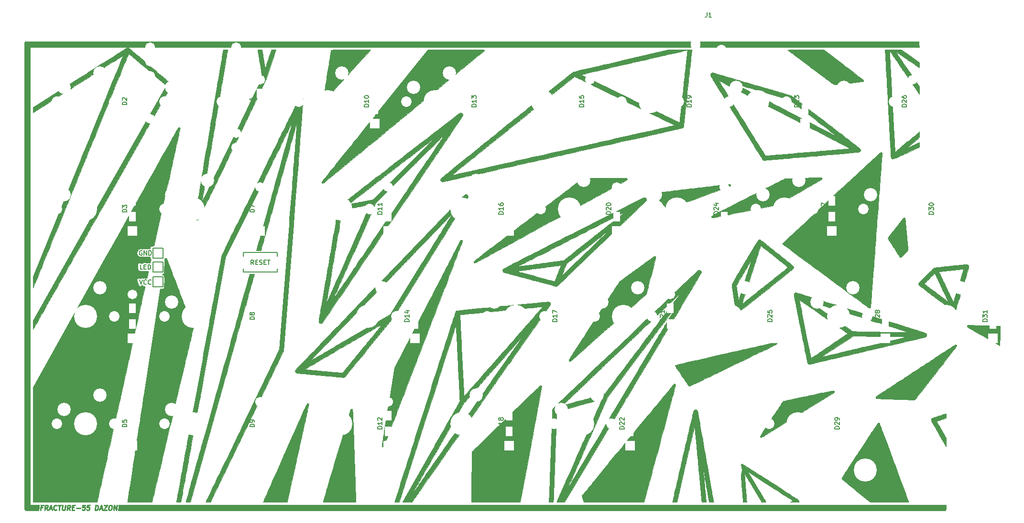
<source format=gbr>
G04 #@! TF.GenerationSoftware,KiCad,Pcbnew,(5.1.4)-1*
G04 #@! TF.CreationDate,2020-11-20T09:34:23-08:00*
G04 #@! TF.ProjectId,_autosave-_autosave-_autosave-_autosave-uwu-55,5f617574-6f73-4617-9665-2d5f6175746f,rev?*
G04 #@! TF.SameCoordinates,Original*
G04 #@! TF.FileFunction,Legend,Top*
G04 #@! TF.FilePolarity,Positive*
%FSLAX46Y46*%
G04 Gerber Fmt 4.6, Leading zero omitted, Abs format (unit mm)*
G04 Created by KiCad (PCBNEW (5.1.4)-1) date 2020-11-20 09:34:23*
%MOMM*%
%LPD*%
G04 APERTURE LIST*
%ADD10C,0.010000*%
%ADD11C,0.150000*%
%ADD12C,1.702000*%
%ADD13R,1.702000X1.702000*%
%ADD14R,1.302000X1.702000*%
%ADD15O,1.702000X2.102000*%
%ADD16C,0.902000*%
%ADD17C,4.089800*%
%ADD18C,3.150000*%
%ADD19C,1.852000*%
%ADD20C,2.352000*%
%ADD21C,2.102000*%
%ADD22R,1.626000X1.626000*%
G04 APERTURE END LIST*
D10*
G36*
X-47317182Y-138231006D02*
G01*
X-47303522Y-138263528D01*
X-47281953Y-138337528D01*
X-47254615Y-138444636D01*
X-47223648Y-138576483D01*
X-47192211Y-138719880D01*
X-47155419Y-138898107D01*
X-47130781Y-139032597D01*
X-47118452Y-139129028D01*
X-47118586Y-139193078D01*
X-47131340Y-139230425D01*
X-47156867Y-139246747D01*
X-47195323Y-139247721D01*
X-47206565Y-139246292D01*
X-47245923Y-139224678D01*
X-47277304Y-139166713D01*
X-47292900Y-139117938D01*
X-47326910Y-138997167D01*
X-47452131Y-138997167D01*
X-47524240Y-138999106D01*
X-47568231Y-139012313D01*
X-47600642Y-139047875D01*
X-47638014Y-139116881D01*
X-47641772Y-139124294D01*
X-47698334Y-139212753D01*
X-47753002Y-139250648D01*
X-47806273Y-139238208D01*
X-47833087Y-139212530D01*
X-47852108Y-139160803D01*
X-47840058Y-139117185D01*
X-47736907Y-138887674D01*
X-47705862Y-138819189D01*
X-47497841Y-138819189D01*
X-47426288Y-138819189D01*
X-47379971Y-138815762D01*
X-47364544Y-138795641D01*
X-47371727Y-138744064D01*
X-47375259Y-138728186D01*
X-47394305Y-138655249D01*
X-47411253Y-138631728D01*
X-47432060Y-138656831D01*
X-47457784Y-138717214D01*
X-47497841Y-138819189D01*
X-47705862Y-138819189D01*
X-47652056Y-138700498D01*
X-47583393Y-138551416D01*
X-47528807Y-138436189D01*
X-47486190Y-138350576D01*
X-47453429Y-138290337D01*
X-47428416Y-138251230D01*
X-47409038Y-138229017D01*
X-47393274Y-138219484D01*
X-47340640Y-138218575D01*
X-47317182Y-138231006D01*
X-47317182Y-138231006D01*
G37*
X-47317182Y-138231006D02*
X-47303522Y-138263528D01*
X-47281953Y-138337528D01*
X-47254615Y-138444636D01*
X-47223648Y-138576483D01*
X-47192211Y-138719880D01*
X-47155419Y-138898107D01*
X-47130781Y-139032597D01*
X-47118452Y-139129028D01*
X-47118586Y-139193078D01*
X-47131340Y-139230425D01*
X-47156867Y-139246747D01*
X-47195323Y-139247721D01*
X-47206565Y-139246292D01*
X-47245923Y-139224678D01*
X-47277304Y-139166713D01*
X-47292900Y-139117938D01*
X-47326910Y-138997167D01*
X-47452131Y-138997167D01*
X-47524240Y-138999106D01*
X-47568231Y-139012313D01*
X-47600642Y-139047875D01*
X-47638014Y-139116881D01*
X-47641772Y-139124294D01*
X-47698334Y-139212753D01*
X-47753002Y-139250648D01*
X-47806273Y-139238208D01*
X-47833087Y-139212530D01*
X-47852108Y-139160803D01*
X-47840058Y-139117185D01*
X-47736907Y-138887674D01*
X-47705862Y-138819189D01*
X-47497841Y-138819189D01*
X-47426288Y-138819189D01*
X-47379971Y-138815762D01*
X-47364544Y-138795641D01*
X-47371727Y-138744064D01*
X-47375259Y-138728186D01*
X-47394305Y-138655249D01*
X-47411253Y-138631728D01*
X-47432060Y-138656831D01*
X-47457784Y-138717214D01*
X-47497841Y-138819189D01*
X-47705862Y-138819189D01*
X-47652056Y-138700498D01*
X-47583393Y-138551416D01*
X-47528807Y-138436189D01*
X-47486190Y-138350576D01*
X-47453429Y-138290337D01*
X-47428416Y-138251230D01*
X-47409038Y-138229017D01*
X-47393274Y-138219484D01*
X-47340640Y-138218575D01*
X-47317182Y-138231006D01*
G36*
X-48780635Y-138212645D02*
G01*
X-48692331Y-138225398D01*
X-48641799Y-138249867D01*
X-48622704Y-138288683D01*
X-48625153Y-138328528D01*
X-48637589Y-138352346D01*
X-48670706Y-138368188D01*
X-48734624Y-138378846D01*
X-48837012Y-138386957D01*
X-49040170Y-138399670D01*
X-49047988Y-138507728D01*
X-49055807Y-138615786D01*
X-48958999Y-138616175D01*
X-48865418Y-138625357D01*
X-48814667Y-138654347D01*
X-48801385Y-138706720D01*
X-48802760Y-138720363D01*
X-48813657Y-138756579D01*
X-48842147Y-138776212D01*
X-48901739Y-138785820D01*
X-48943519Y-138788691D01*
X-49011653Y-138793888D01*
X-49055600Y-138806484D01*
X-49082259Y-138836298D01*
X-49098529Y-138893147D01*
X-49111308Y-138986848D01*
X-49116814Y-139035305D01*
X-49130211Y-139122369D01*
X-49147143Y-139190749D01*
X-49160148Y-139219640D01*
X-49207447Y-139247732D01*
X-49261355Y-139245316D01*
X-49297731Y-139213733D01*
X-49298449Y-139211963D01*
X-49301200Y-139171761D01*
X-49297223Y-139091980D01*
X-49287789Y-138982729D01*
X-49274171Y-138854121D01*
X-49257639Y-138716265D01*
X-49239466Y-138579274D01*
X-49220923Y-138453258D01*
X-49203283Y-138348329D01*
X-49187816Y-138274597D01*
X-49176570Y-138242972D01*
X-49140262Y-138224576D01*
X-49064885Y-138213513D01*
X-48945276Y-138209117D01*
X-48913043Y-138208979D01*
X-48780635Y-138212645D01*
X-48780635Y-138212645D01*
G37*
X-48780635Y-138212645D02*
X-48692331Y-138225398D01*
X-48641799Y-138249867D01*
X-48622704Y-138288683D01*
X-48625153Y-138328528D01*
X-48637589Y-138352346D01*
X-48670706Y-138368188D01*
X-48734624Y-138378846D01*
X-48837012Y-138386957D01*
X-49040170Y-138399670D01*
X-49047988Y-138507728D01*
X-49055807Y-138615786D01*
X-48958999Y-138616175D01*
X-48865418Y-138625357D01*
X-48814667Y-138654347D01*
X-48801385Y-138706720D01*
X-48802760Y-138720363D01*
X-48813657Y-138756579D01*
X-48842147Y-138776212D01*
X-48901739Y-138785820D01*
X-48943519Y-138788691D01*
X-49011653Y-138793888D01*
X-49055600Y-138806484D01*
X-49082259Y-138836298D01*
X-49098529Y-138893147D01*
X-49111308Y-138986848D01*
X-49116814Y-139035305D01*
X-49130211Y-139122369D01*
X-49147143Y-139190749D01*
X-49160148Y-139219640D01*
X-49207447Y-139247732D01*
X-49261355Y-139245316D01*
X-49297731Y-139213733D01*
X-49298449Y-139211963D01*
X-49301200Y-139171761D01*
X-49297223Y-139091980D01*
X-49287789Y-138982729D01*
X-49274171Y-138854121D01*
X-49257639Y-138716265D01*
X-49239466Y-138579274D01*
X-49220923Y-138453258D01*
X-49203283Y-138348329D01*
X-49187816Y-138274597D01*
X-49176570Y-138242972D01*
X-49140262Y-138224576D01*
X-49064885Y-138213513D01*
X-48945276Y-138209117D01*
X-48913043Y-138208979D01*
X-48780635Y-138212645D01*
G36*
X106334481Y-56065786D02*
G01*
X106341214Y-56109181D01*
X106348359Y-56193918D01*
X106355332Y-56310497D01*
X106361552Y-56449418D01*
X106365707Y-56574294D01*
X106378413Y-57025596D01*
X-51036066Y-57025596D01*
X-51036066Y-138234404D01*
X-49410110Y-138234404D01*
X-49422373Y-138304324D01*
X-49437434Y-138399887D01*
X-49453831Y-138519891D01*
X-49470508Y-138654446D01*
X-49486405Y-138793663D01*
X-49500464Y-138927649D01*
X-49511628Y-139046517D01*
X-49518838Y-139140374D01*
X-49521036Y-139199331D01*
X-49519647Y-139213511D01*
X-49521023Y-139222491D01*
X-49535399Y-139229956D01*
X-49566892Y-139236040D01*
X-49619615Y-139240878D01*
X-49697683Y-139244606D01*
X-49805210Y-139247360D01*
X-49946312Y-139249273D01*
X-50125101Y-139250482D01*
X-50345694Y-139251121D01*
X-50612204Y-139251326D01*
X-50671034Y-139251326D01*
X-50945214Y-139251229D01*
X-51173202Y-139250859D01*
X-51359655Y-139250025D01*
X-51509229Y-139248534D01*
X-51626584Y-139246195D01*
X-51716377Y-139242818D01*
X-51783266Y-139238210D01*
X-51831907Y-139232179D01*
X-51866960Y-139224535D01*
X-51893082Y-139215085D01*
X-51914930Y-139203638D01*
X-51921130Y-139199919D01*
X-51988416Y-139141250D01*
X-52039048Y-139067429D01*
X-52041900Y-139060991D01*
X-52043469Y-139052602D01*
X-52044993Y-139034586D01*
X-52046473Y-139006243D01*
X-52047910Y-138966875D01*
X-52049304Y-138915782D01*
X-52050656Y-138852266D01*
X-52051967Y-138775627D01*
X-52053238Y-138685168D01*
X-52054468Y-138580190D01*
X-52055659Y-138459993D01*
X-52056811Y-138323879D01*
X-52057925Y-138171149D01*
X-52059001Y-138001104D01*
X-52060040Y-137813045D01*
X-52061042Y-137606274D01*
X-52062009Y-137380092D01*
X-52062941Y-137133800D01*
X-52063838Y-136866699D01*
X-52064702Y-136578090D01*
X-52065531Y-136267275D01*
X-52066329Y-135933555D01*
X-52067094Y-135576231D01*
X-52067828Y-135194603D01*
X-52068531Y-134787975D01*
X-52069203Y-134355645D01*
X-52069847Y-133896917D01*
X-52070461Y-133411091D01*
X-52071047Y-132897467D01*
X-52071605Y-132355348D01*
X-52072135Y-131784035D01*
X-52072640Y-131182828D01*
X-52073118Y-130551030D01*
X-52073572Y-129887940D01*
X-52074000Y-129192861D01*
X-52074405Y-128465093D01*
X-52074786Y-127703939D01*
X-52075144Y-126908698D01*
X-52075480Y-126078672D01*
X-52075795Y-125213162D01*
X-52076088Y-124311470D01*
X-52076361Y-123372897D01*
X-52076615Y-122396744D01*
X-52076849Y-121382312D01*
X-52077065Y-120328902D01*
X-52077263Y-119235816D01*
X-52077444Y-118102354D01*
X-52077608Y-116927819D01*
X-52077756Y-115711510D01*
X-52077889Y-114452730D01*
X-52078007Y-113150780D01*
X-52078110Y-111804960D01*
X-52078201Y-110414572D01*
X-52078278Y-108978917D01*
X-52078343Y-107497296D01*
X-52078396Y-105969011D01*
X-52078438Y-104393363D01*
X-52078470Y-102769652D01*
X-52078492Y-101097181D01*
X-52078504Y-99375250D01*
X-52078508Y-97619759D01*
X-52078493Y-95641631D01*
X-52078447Y-93710706D01*
X-52078369Y-91827077D01*
X-52078261Y-89990835D01*
X-52078122Y-88202071D01*
X-52077953Y-86460877D01*
X-52077752Y-84767345D01*
X-52077522Y-83121567D01*
X-52077260Y-81523634D01*
X-52076968Y-79973637D01*
X-52076646Y-78471669D01*
X-52076293Y-77017821D01*
X-52075910Y-75612184D01*
X-52075497Y-74254850D01*
X-52075053Y-72945912D01*
X-52074580Y-71685460D01*
X-52074076Y-70473586D01*
X-52073542Y-69310382D01*
X-52072978Y-68195940D01*
X-52072384Y-67130350D01*
X-52071761Y-66113705D01*
X-52071107Y-65146097D01*
X-52070424Y-64227617D01*
X-52069711Y-63358356D01*
X-52068968Y-62538406D01*
X-52068196Y-61767860D01*
X-52067395Y-61046807D01*
X-52066563Y-60375341D01*
X-52065703Y-59753553D01*
X-52064813Y-59181534D01*
X-52063893Y-58659377D01*
X-52062945Y-58187172D01*
X-52061967Y-57765011D01*
X-52060960Y-57392987D01*
X-52059924Y-57071190D01*
X-52058859Y-56799712D01*
X-52057764Y-56578645D01*
X-52056641Y-56408081D01*
X-52055489Y-56288110D01*
X-52054309Y-56218826D01*
X-52053342Y-56199950D01*
X-52016687Y-56136151D01*
X-51962769Y-56073162D01*
X-51960640Y-56071168D01*
X-51893105Y-56008579D01*
X106315961Y-56008579D01*
X106334481Y-56065786D01*
X106334481Y-56065786D01*
G37*
X106334481Y-56065786D02*
X106341214Y-56109181D01*
X106348359Y-56193918D01*
X106355332Y-56310497D01*
X106361552Y-56449418D01*
X106365707Y-56574294D01*
X106378413Y-57025596D01*
X-51036066Y-57025596D01*
X-51036066Y-138234404D01*
X-49410110Y-138234404D01*
X-49422373Y-138304324D01*
X-49437434Y-138399887D01*
X-49453831Y-138519891D01*
X-49470508Y-138654446D01*
X-49486405Y-138793663D01*
X-49500464Y-138927649D01*
X-49511628Y-139046517D01*
X-49518838Y-139140374D01*
X-49521036Y-139199331D01*
X-49519647Y-139213511D01*
X-49521023Y-139222491D01*
X-49535399Y-139229956D01*
X-49566892Y-139236040D01*
X-49619615Y-139240878D01*
X-49697683Y-139244606D01*
X-49805210Y-139247360D01*
X-49946312Y-139249273D01*
X-50125101Y-139250482D01*
X-50345694Y-139251121D01*
X-50612204Y-139251326D01*
X-50671034Y-139251326D01*
X-50945214Y-139251229D01*
X-51173202Y-139250859D01*
X-51359655Y-139250025D01*
X-51509229Y-139248534D01*
X-51626584Y-139246195D01*
X-51716377Y-139242818D01*
X-51783266Y-139238210D01*
X-51831907Y-139232179D01*
X-51866960Y-139224535D01*
X-51893082Y-139215085D01*
X-51914930Y-139203638D01*
X-51921130Y-139199919D01*
X-51988416Y-139141250D01*
X-52039048Y-139067429D01*
X-52041900Y-139060991D01*
X-52043469Y-139052602D01*
X-52044993Y-139034586D01*
X-52046473Y-139006243D01*
X-52047910Y-138966875D01*
X-52049304Y-138915782D01*
X-52050656Y-138852266D01*
X-52051967Y-138775627D01*
X-52053238Y-138685168D01*
X-52054468Y-138580190D01*
X-52055659Y-138459993D01*
X-52056811Y-138323879D01*
X-52057925Y-138171149D01*
X-52059001Y-138001104D01*
X-52060040Y-137813045D01*
X-52061042Y-137606274D01*
X-52062009Y-137380092D01*
X-52062941Y-137133800D01*
X-52063838Y-136866699D01*
X-52064702Y-136578090D01*
X-52065531Y-136267275D01*
X-52066329Y-135933555D01*
X-52067094Y-135576231D01*
X-52067828Y-135194603D01*
X-52068531Y-134787975D01*
X-52069203Y-134355645D01*
X-52069847Y-133896917D01*
X-52070461Y-133411091D01*
X-52071047Y-132897467D01*
X-52071605Y-132355348D01*
X-52072135Y-131784035D01*
X-52072640Y-131182828D01*
X-52073118Y-130551030D01*
X-52073572Y-129887940D01*
X-52074000Y-129192861D01*
X-52074405Y-128465093D01*
X-52074786Y-127703939D01*
X-52075144Y-126908698D01*
X-52075480Y-126078672D01*
X-52075795Y-125213162D01*
X-52076088Y-124311470D01*
X-52076361Y-123372897D01*
X-52076615Y-122396744D01*
X-52076849Y-121382312D01*
X-52077065Y-120328902D01*
X-52077263Y-119235816D01*
X-52077444Y-118102354D01*
X-52077608Y-116927819D01*
X-52077756Y-115711510D01*
X-52077889Y-114452730D01*
X-52078007Y-113150780D01*
X-52078110Y-111804960D01*
X-52078201Y-110414572D01*
X-52078278Y-108978917D01*
X-52078343Y-107497296D01*
X-52078396Y-105969011D01*
X-52078438Y-104393363D01*
X-52078470Y-102769652D01*
X-52078492Y-101097181D01*
X-52078504Y-99375250D01*
X-52078508Y-97619759D01*
X-52078493Y-95641631D01*
X-52078447Y-93710706D01*
X-52078369Y-91827077D01*
X-52078261Y-89990835D01*
X-52078122Y-88202071D01*
X-52077953Y-86460877D01*
X-52077752Y-84767345D01*
X-52077522Y-83121567D01*
X-52077260Y-81523634D01*
X-52076968Y-79973637D01*
X-52076646Y-78471669D01*
X-52076293Y-77017821D01*
X-52075910Y-75612184D01*
X-52075497Y-74254850D01*
X-52075053Y-72945912D01*
X-52074580Y-71685460D01*
X-52074076Y-70473586D01*
X-52073542Y-69310382D01*
X-52072978Y-68195940D01*
X-52072384Y-67130350D01*
X-52071761Y-66113705D01*
X-52071107Y-65146097D01*
X-52070424Y-64227617D01*
X-52069711Y-63358356D01*
X-52068968Y-62538406D01*
X-52068196Y-61767860D01*
X-52067395Y-61046807D01*
X-52066563Y-60375341D01*
X-52065703Y-59753553D01*
X-52064813Y-59181534D01*
X-52063893Y-58659377D01*
X-52062945Y-58187172D01*
X-52061967Y-57765011D01*
X-52060960Y-57392987D01*
X-52059924Y-57071190D01*
X-52058859Y-56799712D01*
X-52057764Y-56578645D01*
X-52056641Y-56408081D01*
X-52055489Y-56288110D01*
X-52054309Y-56218826D01*
X-52053342Y-56199950D01*
X-52016687Y-56136151D01*
X-51962769Y-56073162D01*
X-51960640Y-56071168D01*
X-51893105Y-56008579D01*
X106315961Y-56008579D01*
X106334481Y-56065786D01*
G36*
X111146990Y-122451557D02*
G01*
X111140010Y-122862045D01*
X110305064Y-123130357D01*
X110109317Y-123193831D01*
X109929866Y-123253119D01*
X109772246Y-123306308D01*
X109641988Y-123351484D01*
X109544626Y-123386734D01*
X109485692Y-123410144D01*
X109469923Y-123419156D01*
X109482272Y-123444127D01*
X109517991Y-123509427D01*
X109574985Y-123611370D01*
X109651157Y-123746271D01*
X109744411Y-123910444D01*
X109852652Y-124100203D01*
X109973784Y-124311862D01*
X110105712Y-124541735D01*
X110246338Y-124786138D01*
X110311599Y-124899355D01*
X111153471Y-126359067D01*
X111146740Y-127129018D01*
X111140010Y-127898969D01*
X109819538Y-125610681D01*
X109605420Y-125239467D01*
X109415416Y-124909636D01*
X109248098Y-124618599D01*
X109102041Y-124363765D01*
X108975816Y-124142546D01*
X108867998Y-123952352D01*
X108777161Y-123790594D01*
X108701877Y-123654682D01*
X108640720Y-123542027D01*
X108592263Y-123450040D01*
X108555081Y-123376131D01*
X108527745Y-123317711D01*
X108508831Y-123272191D01*
X108496910Y-123236981D01*
X108490557Y-123209491D01*
X108488794Y-123195265D01*
X108501266Y-123061121D01*
X108559688Y-122946484D01*
X108661142Y-122856816D01*
X108673830Y-122849267D01*
X108713457Y-122832661D01*
X108796312Y-122802634D01*
X108917099Y-122760954D01*
X109070515Y-122709388D01*
X109251263Y-122649707D01*
X109454043Y-122583677D01*
X109673555Y-122513068D01*
X109843313Y-122459016D01*
X110073123Y-122386132D01*
X110291352Y-122316871D01*
X110492506Y-122252979D01*
X110671093Y-122196203D01*
X110821619Y-122148290D01*
X110938592Y-122110988D01*
X111016518Y-122086042D01*
X111045288Y-122076739D01*
X111153970Y-122041070D01*
X111146990Y-122451557D01*
X111146990Y-122451557D01*
G37*
X111146990Y-122451557D02*
X111140010Y-122862045D01*
X110305064Y-123130357D01*
X110109317Y-123193831D01*
X109929866Y-123253119D01*
X109772246Y-123306308D01*
X109641988Y-123351484D01*
X109544626Y-123386734D01*
X109485692Y-123410144D01*
X109469923Y-123419156D01*
X109482272Y-123444127D01*
X109517991Y-123509427D01*
X109574985Y-123611370D01*
X109651157Y-123746271D01*
X109744411Y-123910444D01*
X109852652Y-124100203D01*
X109973784Y-124311862D01*
X110105712Y-124541735D01*
X110246338Y-124786138D01*
X110311599Y-124899355D01*
X111153471Y-126359067D01*
X111146740Y-127129018D01*
X111140010Y-127898969D01*
X109819538Y-125610681D01*
X109605420Y-125239467D01*
X109415416Y-124909636D01*
X109248098Y-124618599D01*
X109102041Y-124363765D01*
X108975816Y-124142546D01*
X108867998Y-123952352D01*
X108777161Y-123790594D01*
X108701877Y-123654682D01*
X108640720Y-123542027D01*
X108592263Y-123450040D01*
X108555081Y-123376131D01*
X108527745Y-123317711D01*
X108508831Y-123272191D01*
X108496910Y-123236981D01*
X108490557Y-123209491D01*
X108488794Y-123195265D01*
X108501266Y-123061121D01*
X108559688Y-122946484D01*
X108661142Y-122856816D01*
X108673830Y-122849267D01*
X108713457Y-122832661D01*
X108796312Y-122802634D01*
X108917099Y-122760954D01*
X109070515Y-122709388D01*
X109251263Y-122649707D01*
X109454043Y-122583677D01*
X109673555Y-122513068D01*
X109843313Y-122459016D01*
X110073123Y-122386132D01*
X110291352Y-122316871D01*
X110492506Y-122252979D01*
X110671093Y-122196203D01*
X110821619Y-122148290D01*
X110938592Y-122110988D01*
X111016518Y-122086042D01*
X111045288Y-122076739D01*
X111153970Y-122041070D01*
X111146990Y-122451557D01*
G36*
X-48067634Y-138223765D02*
G01*
X-47952055Y-138267968D01*
X-47876503Y-138342354D01*
X-47849186Y-138404698D01*
X-47838642Y-138516885D01*
X-47863762Y-138630628D01*
X-47918023Y-138731279D01*
X-47994899Y-138804188D01*
X-48036110Y-138824394D01*
X-48051792Y-138839509D01*
X-48047837Y-138873259D01*
X-48021743Y-138934654D01*
X-47986233Y-139004088D01*
X-47941439Y-139092939D01*
X-47919880Y-139149770D01*
X-47918539Y-139186110D01*
X-47932139Y-139210843D01*
X-47975349Y-139247378D01*
X-48019342Y-139247922D01*
X-48068832Y-139209343D01*
X-48128533Y-139128509D01*
X-48177248Y-139048018D01*
X-48232157Y-138958841D01*
X-48281432Y-138889546D01*
X-48317678Y-138850068D01*
X-48328654Y-138844615D01*
X-48353813Y-138869821D01*
X-48372781Y-138945301D01*
X-48378761Y-138990811D01*
X-48391714Y-139082210D01*
X-48407835Y-139160469D01*
X-48418183Y-139194214D01*
X-48456532Y-139237972D01*
X-48510324Y-139252282D01*
X-48552850Y-139234471D01*
X-48564343Y-139206855D01*
X-48568542Y-139150943D01*
X-48565175Y-139061984D01*
X-48553971Y-138935227D01*
X-48534661Y-138765923D01*
X-48519193Y-138642880D01*
X-48518327Y-138636734D01*
X-48338897Y-138636734D01*
X-48326717Y-138659683D01*
X-48282816Y-138666274D01*
X-48237730Y-138666637D01*
X-48138379Y-138653107D01*
X-48069286Y-138611354D01*
X-48018878Y-138541330D01*
X-48015155Y-138477077D01*
X-48053964Y-138425566D01*
X-48131155Y-138393765D01*
X-48202947Y-138386957D01*
X-48272972Y-138389831D01*
X-48305873Y-138403322D01*
X-48315271Y-138434734D01*
X-48315546Y-138447342D01*
X-48320682Y-138517382D01*
X-48331436Y-138587182D01*
X-48338897Y-138636734D01*
X-48518327Y-138636734D01*
X-48497272Y-138487328D01*
X-48475918Y-138363213D01*
X-48456326Y-138276510D01*
X-48439691Y-138233194D01*
X-48436589Y-138230106D01*
X-48396407Y-138219909D01*
X-48321358Y-138212481D01*
X-48227411Y-138209379D01*
X-48223960Y-138209368D01*
X-48067634Y-138223765D01*
X-48067634Y-138223765D01*
G37*
X-48067634Y-138223765D02*
X-47952055Y-138267968D01*
X-47876503Y-138342354D01*
X-47849186Y-138404698D01*
X-47838642Y-138516885D01*
X-47863762Y-138630628D01*
X-47918023Y-138731279D01*
X-47994899Y-138804188D01*
X-48036110Y-138824394D01*
X-48051792Y-138839509D01*
X-48047837Y-138873259D01*
X-48021743Y-138934654D01*
X-47986233Y-139004088D01*
X-47941439Y-139092939D01*
X-47919880Y-139149770D01*
X-47918539Y-139186110D01*
X-47932139Y-139210843D01*
X-47975349Y-139247378D01*
X-48019342Y-139247922D01*
X-48068832Y-139209343D01*
X-48128533Y-139128509D01*
X-48177248Y-139048018D01*
X-48232157Y-138958841D01*
X-48281432Y-138889546D01*
X-48317678Y-138850068D01*
X-48328654Y-138844615D01*
X-48353813Y-138869821D01*
X-48372781Y-138945301D01*
X-48378761Y-138990811D01*
X-48391714Y-139082210D01*
X-48407835Y-139160469D01*
X-48418183Y-139194214D01*
X-48456532Y-139237972D01*
X-48510324Y-139252282D01*
X-48552850Y-139234471D01*
X-48564343Y-139206855D01*
X-48568542Y-139150943D01*
X-48565175Y-139061984D01*
X-48553971Y-138935227D01*
X-48534661Y-138765923D01*
X-48519193Y-138642880D01*
X-48518327Y-138636734D01*
X-48338897Y-138636734D01*
X-48326717Y-138659683D01*
X-48282816Y-138666274D01*
X-48237730Y-138666637D01*
X-48138379Y-138653107D01*
X-48069286Y-138611354D01*
X-48018878Y-138541330D01*
X-48015155Y-138477077D01*
X-48053964Y-138425566D01*
X-48131155Y-138393765D01*
X-48202947Y-138386957D01*
X-48272972Y-138389831D01*
X-48305873Y-138403322D01*
X-48315271Y-138434734D01*
X-48315546Y-138447342D01*
X-48320682Y-138517382D01*
X-48331436Y-138587182D01*
X-48338897Y-138636734D01*
X-48518327Y-138636734D01*
X-48497272Y-138487328D01*
X-48475918Y-138363213D01*
X-48456326Y-138276510D01*
X-48439691Y-138233194D01*
X-48436589Y-138230106D01*
X-48396407Y-138219909D01*
X-48321358Y-138212481D01*
X-48227411Y-138209379D01*
X-48223960Y-138209368D01*
X-48067634Y-138223765D01*
G36*
X-24593557Y-71306554D02*
G01*
X-24570044Y-71330826D01*
X-24533121Y-71389135D01*
X-24516586Y-71437629D01*
X-24516539Y-71438884D01*
X-24521928Y-71466283D01*
X-24537966Y-71541695D01*
X-24564295Y-71663491D01*
X-24600555Y-71830039D01*
X-24646385Y-72039709D01*
X-24701426Y-72290871D01*
X-24765318Y-72581893D01*
X-24837702Y-72911145D01*
X-24918217Y-73276995D01*
X-25006505Y-73677815D01*
X-25102204Y-74111972D01*
X-25204956Y-74577836D01*
X-25314401Y-75073777D01*
X-25430179Y-75598163D01*
X-25551929Y-76149364D01*
X-25679294Y-76725749D01*
X-25811912Y-77325688D01*
X-25949424Y-77947550D01*
X-26091470Y-78589704D01*
X-26237691Y-79250519D01*
X-26387726Y-79928365D01*
X-26541216Y-80621612D01*
X-26697802Y-81328627D01*
X-26823896Y-81897818D01*
X-29132062Y-92315687D01*
X-29335862Y-92315887D01*
X-29509293Y-92330849D01*
X-29642082Y-92375840D01*
X-29735146Y-92451589D01*
X-29789401Y-92558823D01*
X-29805836Y-92688754D01*
X-29805836Y-92795248D01*
X-29990170Y-92781395D01*
X-30120153Y-92777505D01*
X-30216210Y-92789528D01*
X-30265480Y-92805658D01*
X-30332976Y-92828555D01*
X-30381499Y-92826243D01*
X-30418033Y-92809660D01*
X-30511622Y-92777913D01*
X-30610967Y-92788392D01*
X-30680246Y-92815683D01*
X-30742890Y-92841366D01*
X-30790256Y-92842215D01*
X-30851185Y-92818230D01*
X-30856572Y-92815683D01*
X-30960068Y-92779612D01*
X-31050645Y-92782032D01*
X-31131519Y-92813723D01*
X-31186464Y-92837426D01*
X-31233431Y-92838899D01*
X-31297608Y-92818142D01*
X-31308748Y-92813723D01*
X-31401011Y-92787077D01*
X-31496614Y-92774012D01*
X-31508900Y-92773744D01*
X-31633492Y-92790571D01*
X-31766811Y-92835273D01*
X-31887598Y-92899176D01*
X-31960647Y-92958016D01*
X-32059699Y-93094449D01*
X-32128024Y-93260737D01*
X-32162964Y-93444335D01*
X-32161865Y-93632698D01*
X-32133870Y-93776280D01*
X-32064460Y-93934232D01*
X-31960630Y-94064665D01*
X-31830458Y-94163359D01*
X-31682018Y-94226093D01*
X-31523388Y-94248649D01*
X-31362642Y-94226805D01*
X-31307649Y-94207999D01*
X-31240585Y-94184198D01*
X-31198035Y-94182011D01*
X-31158485Y-94201438D01*
X-31148925Y-94207999D01*
X-31060625Y-94242143D01*
X-30954008Y-94243130D01*
X-30849406Y-94210850D01*
X-30847016Y-94209627D01*
X-30790066Y-94185775D01*
X-30743575Y-94188845D01*
X-30692432Y-94211984D01*
X-30593754Y-94240955D01*
X-30508097Y-94236988D01*
X-30419855Y-94227543D01*
X-30338207Y-94225177D01*
X-30327057Y-94225679D01*
X-30266231Y-94228226D01*
X-30172131Y-94230713D01*
X-30062334Y-94232699D01*
X-30030796Y-94233110D01*
X-29810810Y-94235706D01*
X-29801206Y-94406089D01*
X-29791429Y-94509550D01*
X-29773100Y-94578567D01*
X-29741388Y-94629407D01*
X-29731733Y-94640199D01*
X-29692768Y-94692598D01*
X-29682127Y-94748995D01*
X-29688274Y-94806539D01*
X-29712710Y-94897766D01*
X-29750558Y-94984089D01*
X-29755164Y-94991949D01*
X-29792652Y-95086281D01*
X-29805667Y-95212034D01*
X-29805741Y-95223661D01*
X-29807454Y-95306348D01*
X-29814743Y-95348217D01*
X-29831030Y-95359254D01*
X-29850330Y-95353684D01*
X-30018698Y-95295407D01*
X-30169837Y-95273817D01*
X-30319297Y-95286718D01*
X-30321708Y-95287183D01*
X-30445640Y-95303981D01*
X-30539935Y-95298588D01*
X-30568431Y-95291647D01*
X-30669857Y-95273762D01*
X-30798739Y-95267410D01*
X-30933937Y-95272144D01*
X-31054312Y-95287516D01*
X-31115245Y-95303228D01*
X-31197840Y-95345627D01*
X-31269864Y-95404083D01*
X-31279324Y-95414782D01*
X-31341701Y-95490776D01*
X-31419164Y-95401939D01*
X-31519404Y-95320515D01*
X-31631805Y-95285208D01*
X-31747273Y-95295940D01*
X-31856714Y-95352631D01*
X-31913563Y-95406217D01*
X-31992422Y-95496034D01*
X-31992422Y-96007013D01*
X-31991816Y-96209841D01*
X-31986690Y-96373126D01*
X-31972083Y-96501029D01*
X-31943034Y-96597713D01*
X-31894580Y-96667338D01*
X-31821762Y-96714066D01*
X-31719617Y-96742058D01*
X-31583185Y-96755478D01*
X-31407504Y-96758485D01*
X-31187612Y-96755242D01*
X-31102533Y-96753468D01*
X-30933403Y-96749872D01*
X-30778342Y-96746463D01*
X-30645623Y-96743434D01*
X-30543524Y-96740973D01*
X-30480319Y-96739273D01*
X-30466897Y-96738813D01*
X-30373956Y-96740637D01*
X-30281029Y-96751730D01*
X-30201689Y-96769289D01*
X-30149511Y-96790513D01*
X-30136366Y-96807024D01*
X-30141635Y-96839324D01*
X-30156208Y-96912766D01*
X-30178241Y-97018878D01*
X-30205888Y-97149191D01*
X-30237302Y-97295232D01*
X-30270637Y-97448531D01*
X-30304047Y-97600616D01*
X-30335687Y-97743017D01*
X-30363709Y-97867263D01*
X-30386268Y-97964883D01*
X-30401518Y-98027404D01*
X-30405373Y-98041403D01*
X-30417410Y-98065617D01*
X-30441697Y-98068866D01*
X-30491920Y-98050486D01*
X-30525259Y-98035605D01*
X-30672221Y-97994350D01*
X-30833461Y-97992167D01*
X-30974256Y-98023688D01*
X-31046882Y-98045596D01*
X-31097059Y-98046536D01*
X-31148663Y-98026506D01*
X-31154168Y-98023688D01*
X-31273493Y-97989006D01*
X-31396014Y-98001338D01*
X-31486722Y-98044307D01*
X-31572903Y-98102659D01*
X-31659296Y-98044307D01*
X-31768031Y-97997565D01*
X-31881137Y-97993090D01*
X-31988252Y-98025604D01*
X-32079015Y-98089831D01*
X-32143067Y-98180494D01*
X-32170045Y-98292317D01*
X-32170305Y-98304568D01*
X-32162020Y-98357615D01*
X-32139231Y-98447352D01*
X-32105154Y-98564232D01*
X-32063006Y-98698711D01*
X-32016003Y-98841240D01*
X-31967363Y-98982275D01*
X-31920302Y-99112269D01*
X-31878036Y-99221676D01*
X-31843782Y-99300949D01*
X-31821502Y-99339753D01*
X-31731645Y-99410993D01*
X-31625957Y-99453476D01*
X-31567809Y-99460536D01*
X-31476702Y-99440096D01*
X-31382037Y-99387189D01*
X-31304402Y-99314097D01*
X-31290818Y-99295262D01*
X-31247511Y-99229168D01*
X-31168571Y-99305680D01*
X-31068039Y-99377994D01*
X-30943352Y-99432612D01*
X-30819057Y-99459445D01*
X-30791474Y-99460631D01*
X-30739246Y-99465819D01*
X-30725012Y-99489083D01*
X-30729861Y-99517838D01*
X-30736049Y-99545394D01*
X-30752977Y-99621390D01*
X-30780377Y-99744623D01*
X-30817982Y-99913887D01*
X-30865525Y-100127978D01*
X-30922739Y-100385692D01*
X-30989356Y-100685823D01*
X-31065109Y-101027166D01*
X-31149732Y-101408518D01*
X-31242956Y-101828674D01*
X-31344516Y-102286429D01*
X-31454143Y-102780578D01*
X-31571570Y-103309917D01*
X-31696530Y-103873242D01*
X-31828756Y-104469346D01*
X-31967981Y-105097027D01*
X-32113938Y-105755079D01*
X-32266359Y-106442297D01*
X-32424977Y-107157478D01*
X-32589526Y-107899415D01*
X-32759737Y-108666906D01*
X-32935343Y-109458745D01*
X-33116078Y-110273727D01*
X-33301675Y-111110648D01*
X-33491865Y-111968303D01*
X-33686382Y-112845487D01*
X-33884959Y-113740997D01*
X-34087328Y-114653627D01*
X-34293223Y-115582173D01*
X-34502376Y-116525429D01*
X-34714519Y-117482192D01*
X-34929387Y-118451257D01*
X-34966510Y-118618689D01*
X-35181802Y-119589658D01*
X-35394416Y-120548502D01*
X-35604084Y-121494017D01*
X-35810540Y-122424998D01*
X-36013516Y-123340244D01*
X-36212745Y-124238550D01*
X-36407961Y-125118712D01*
X-36598895Y-125979527D01*
X-36785281Y-126819791D01*
X-36966852Y-127638302D01*
X-37143340Y-128433854D01*
X-37314479Y-129205245D01*
X-37480002Y-129951271D01*
X-37639640Y-130670729D01*
X-37793128Y-131362415D01*
X-37940198Y-132025125D01*
X-38080583Y-132657655D01*
X-38214016Y-133258803D01*
X-38340229Y-133827365D01*
X-38458956Y-134362136D01*
X-38569930Y-134861915D01*
X-38672883Y-135325496D01*
X-38767548Y-135751676D01*
X-38853658Y-136139252D01*
X-38930947Y-136487021D01*
X-38999146Y-136793778D01*
X-39057989Y-137058320D01*
X-39107209Y-137279443D01*
X-39146539Y-137455945D01*
X-39175711Y-137586620D01*
X-39194458Y-137670267D01*
X-39202514Y-137705681D01*
X-39202803Y-137706827D01*
X-39206138Y-137711794D01*
X-39214231Y-137716378D01*
X-39229041Y-137720594D01*
X-39252529Y-137724458D01*
X-39286655Y-137727985D01*
X-39333377Y-137731191D01*
X-39394658Y-137734089D01*
X-39472455Y-137736697D01*
X-39568730Y-137739029D01*
X-39685441Y-137741100D01*
X-39824550Y-137742926D01*
X-39988015Y-137744522D01*
X-40177798Y-137745903D01*
X-40395857Y-137747086D01*
X-40644152Y-137748084D01*
X-40924645Y-137748914D01*
X-41239293Y-137749590D01*
X-41590058Y-137750128D01*
X-41978899Y-137750544D01*
X-42407777Y-137750852D01*
X-42878650Y-137751069D01*
X-43393480Y-137751208D01*
X-43954225Y-137751286D01*
X-44562847Y-137751318D01*
X-44897539Y-137751321D01*
X-50578408Y-137751321D01*
X-50578408Y-117454233D01*
X-37736979Y-94403528D01*
X-37173537Y-93392180D01*
X-36616013Y-92391550D01*
X-36064924Y-91402561D01*
X-35520788Y-90426141D01*
X-34984121Y-89463215D01*
X-34455440Y-88514708D01*
X-33935261Y-87581545D01*
X-33424102Y-86664654D01*
X-32922478Y-85764958D01*
X-32430907Y-84883384D01*
X-31949906Y-84020857D01*
X-31479991Y-83178303D01*
X-31021678Y-82356648D01*
X-30575486Y-81556817D01*
X-30141930Y-80779735D01*
X-29721527Y-80026329D01*
X-29314794Y-79297524D01*
X-28922248Y-78594246D01*
X-28544405Y-77917420D01*
X-28181783Y-77267971D01*
X-27834897Y-76646826D01*
X-27504265Y-76054910D01*
X-27190403Y-75493148D01*
X-26893829Y-74962467D01*
X-26615059Y-74463791D01*
X-26354609Y-73998047D01*
X-26112996Y-73566160D01*
X-25890738Y-73169056D01*
X-25688351Y-72807660D01*
X-25506351Y-72482897D01*
X-25345255Y-72195695D01*
X-25205581Y-71946977D01*
X-25087845Y-71737670D01*
X-24992563Y-71568699D01*
X-24920253Y-71440990D01*
X-24871430Y-71355469D01*
X-24846613Y-71313061D01*
X-24843472Y-71308328D01*
X-24762212Y-71268147D01*
X-24672802Y-71268058D01*
X-24593557Y-71306554D01*
X-24593557Y-71306554D01*
G37*
X-24593557Y-71306554D02*
X-24570044Y-71330826D01*
X-24533121Y-71389135D01*
X-24516586Y-71437629D01*
X-24516539Y-71438884D01*
X-24521928Y-71466283D01*
X-24537966Y-71541695D01*
X-24564295Y-71663491D01*
X-24600555Y-71830039D01*
X-24646385Y-72039709D01*
X-24701426Y-72290871D01*
X-24765318Y-72581893D01*
X-24837702Y-72911145D01*
X-24918217Y-73276995D01*
X-25006505Y-73677815D01*
X-25102204Y-74111972D01*
X-25204956Y-74577836D01*
X-25314401Y-75073777D01*
X-25430179Y-75598163D01*
X-25551929Y-76149364D01*
X-25679294Y-76725749D01*
X-25811912Y-77325688D01*
X-25949424Y-77947550D01*
X-26091470Y-78589704D01*
X-26237691Y-79250519D01*
X-26387726Y-79928365D01*
X-26541216Y-80621612D01*
X-26697802Y-81328627D01*
X-26823896Y-81897818D01*
X-29132062Y-92315687D01*
X-29335862Y-92315887D01*
X-29509293Y-92330849D01*
X-29642082Y-92375840D01*
X-29735146Y-92451589D01*
X-29789401Y-92558823D01*
X-29805836Y-92688754D01*
X-29805836Y-92795248D01*
X-29990170Y-92781395D01*
X-30120153Y-92777505D01*
X-30216210Y-92789528D01*
X-30265480Y-92805658D01*
X-30332976Y-92828555D01*
X-30381499Y-92826243D01*
X-30418033Y-92809660D01*
X-30511622Y-92777913D01*
X-30610967Y-92788392D01*
X-30680246Y-92815683D01*
X-30742890Y-92841366D01*
X-30790256Y-92842215D01*
X-30851185Y-92818230D01*
X-30856572Y-92815683D01*
X-30960068Y-92779612D01*
X-31050645Y-92782032D01*
X-31131519Y-92813723D01*
X-31186464Y-92837426D01*
X-31233431Y-92838899D01*
X-31297608Y-92818142D01*
X-31308748Y-92813723D01*
X-31401011Y-92787077D01*
X-31496614Y-92774012D01*
X-31508900Y-92773744D01*
X-31633492Y-92790571D01*
X-31766811Y-92835273D01*
X-31887598Y-92899176D01*
X-31960647Y-92958016D01*
X-32059699Y-93094449D01*
X-32128024Y-93260737D01*
X-32162964Y-93444335D01*
X-32161865Y-93632698D01*
X-32133870Y-93776280D01*
X-32064460Y-93934232D01*
X-31960630Y-94064665D01*
X-31830458Y-94163359D01*
X-31682018Y-94226093D01*
X-31523388Y-94248649D01*
X-31362642Y-94226805D01*
X-31307649Y-94207999D01*
X-31240585Y-94184198D01*
X-31198035Y-94182011D01*
X-31158485Y-94201438D01*
X-31148925Y-94207999D01*
X-31060625Y-94242143D01*
X-30954008Y-94243130D01*
X-30849406Y-94210850D01*
X-30847016Y-94209627D01*
X-30790066Y-94185775D01*
X-30743575Y-94188845D01*
X-30692432Y-94211984D01*
X-30593754Y-94240955D01*
X-30508097Y-94236988D01*
X-30419855Y-94227543D01*
X-30338207Y-94225177D01*
X-30327057Y-94225679D01*
X-30266231Y-94228226D01*
X-30172131Y-94230713D01*
X-30062334Y-94232699D01*
X-30030796Y-94233110D01*
X-29810810Y-94235706D01*
X-29801206Y-94406089D01*
X-29791429Y-94509550D01*
X-29773100Y-94578567D01*
X-29741388Y-94629407D01*
X-29731733Y-94640199D01*
X-29692768Y-94692598D01*
X-29682127Y-94748995D01*
X-29688274Y-94806539D01*
X-29712710Y-94897766D01*
X-29750558Y-94984089D01*
X-29755164Y-94991949D01*
X-29792652Y-95086281D01*
X-29805667Y-95212034D01*
X-29805741Y-95223661D01*
X-29807454Y-95306348D01*
X-29814743Y-95348217D01*
X-29831030Y-95359254D01*
X-29850330Y-95353684D01*
X-30018698Y-95295407D01*
X-30169837Y-95273817D01*
X-30319297Y-95286718D01*
X-30321708Y-95287183D01*
X-30445640Y-95303981D01*
X-30539935Y-95298588D01*
X-30568431Y-95291647D01*
X-30669857Y-95273762D01*
X-30798739Y-95267410D01*
X-30933937Y-95272144D01*
X-31054312Y-95287516D01*
X-31115245Y-95303228D01*
X-31197840Y-95345627D01*
X-31269864Y-95404083D01*
X-31279324Y-95414782D01*
X-31341701Y-95490776D01*
X-31419164Y-95401939D01*
X-31519404Y-95320515D01*
X-31631805Y-95285208D01*
X-31747273Y-95295940D01*
X-31856714Y-95352631D01*
X-31913563Y-95406217D01*
X-31992422Y-95496034D01*
X-31992422Y-96007013D01*
X-31991816Y-96209841D01*
X-31986690Y-96373126D01*
X-31972083Y-96501029D01*
X-31943034Y-96597713D01*
X-31894580Y-96667338D01*
X-31821762Y-96714066D01*
X-31719617Y-96742058D01*
X-31583185Y-96755478D01*
X-31407504Y-96758485D01*
X-31187612Y-96755242D01*
X-31102533Y-96753468D01*
X-30933403Y-96749872D01*
X-30778342Y-96746463D01*
X-30645623Y-96743434D01*
X-30543524Y-96740973D01*
X-30480319Y-96739273D01*
X-30466897Y-96738813D01*
X-30373956Y-96740637D01*
X-30281029Y-96751730D01*
X-30201689Y-96769289D01*
X-30149511Y-96790513D01*
X-30136366Y-96807024D01*
X-30141635Y-96839324D01*
X-30156208Y-96912766D01*
X-30178241Y-97018878D01*
X-30205888Y-97149191D01*
X-30237302Y-97295232D01*
X-30270637Y-97448531D01*
X-30304047Y-97600616D01*
X-30335687Y-97743017D01*
X-30363709Y-97867263D01*
X-30386268Y-97964883D01*
X-30401518Y-98027404D01*
X-30405373Y-98041403D01*
X-30417410Y-98065617D01*
X-30441697Y-98068866D01*
X-30491920Y-98050486D01*
X-30525259Y-98035605D01*
X-30672221Y-97994350D01*
X-30833461Y-97992167D01*
X-30974256Y-98023688D01*
X-31046882Y-98045596D01*
X-31097059Y-98046536D01*
X-31148663Y-98026506D01*
X-31154168Y-98023688D01*
X-31273493Y-97989006D01*
X-31396014Y-98001338D01*
X-31486722Y-98044307D01*
X-31572903Y-98102659D01*
X-31659296Y-98044307D01*
X-31768031Y-97997565D01*
X-31881137Y-97993090D01*
X-31988252Y-98025604D01*
X-32079015Y-98089831D01*
X-32143067Y-98180494D01*
X-32170045Y-98292317D01*
X-32170305Y-98304568D01*
X-32162020Y-98357615D01*
X-32139231Y-98447352D01*
X-32105154Y-98564232D01*
X-32063006Y-98698711D01*
X-32016003Y-98841240D01*
X-31967363Y-98982275D01*
X-31920302Y-99112269D01*
X-31878036Y-99221676D01*
X-31843782Y-99300949D01*
X-31821502Y-99339753D01*
X-31731645Y-99410993D01*
X-31625957Y-99453476D01*
X-31567809Y-99460536D01*
X-31476702Y-99440096D01*
X-31382037Y-99387189D01*
X-31304402Y-99314097D01*
X-31290818Y-99295262D01*
X-31247511Y-99229168D01*
X-31168571Y-99305680D01*
X-31068039Y-99377994D01*
X-30943352Y-99432612D01*
X-30819057Y-99459445D01*
X-30791474Y-99460631D01*
X-30739246Y-99465819D01*
X-30725012Y-99489083D01*
X-30729861Y-99517838D01*
X-30736049Y-99545394D01*
X-30752977Y-99621390D01*
X-30780377Y-99744623D01*
X-30817982Y-99913887D01*
X-30865525Y-100127978D01*
X-30922739Y-100385692D01*
X-30989356Y-100685823D01*
X-31065109Y-101027166D01*
X-31149732Y-101408518D01*
X-31242956Y-101828674D01*
X-31344516Y-102286429D01*
X-31454143Y-102780578D01*
X-31571570Y-103309917D01*
X-31696530Y-103873242D01*
X-31828756Y-104469346D01*
X-31967981Y-105097027D01*
X-32113938Y-105755079D01*
X-32266359Y-106442297D01*
X-32424977Y-107157478D01*
X-32589526Y-107899415D01*
X-32759737Y-108666906D01*
X-32935343Y-109458745D01*
X-33116078Y-110273727D01*
X-33301675Y-111110648D01*
X-33491865Y-111968303D01*
X-33686382Y-112845487D01*
X-33884959Y-113740997D01*
X-34087328Y-114653627D01*
X-34293223Y-115582173D01*
X-34502376Y-116525429D01*
X-34714519Y-117482192D01*
X-34929387Y-118451257D01*
X-34966510Y-118618689D01*
X-35181802Y-119589658D01*
X-35394416Y-120548502D01*
X-35604084Y-121494017D01*
X-35810540Y-122424998D01*
X-36013516Y-123340244D01*
X-36212745Y-124238550D01*
X-36407961Y-125118712D01*
X-36598895Y-125979527D01*
X-36785281Y-126819791D01*
X-36966852Y-127638302D01*
X-37143340Y-128433854D01*
X-37314479Y-129205245D01*
X-37480002Y-129951271D01*
X-37639640Y-130670729D01*
X-37793128Y-131362415D01*
X-37940198Y-132025125D01*
X-38080583Y-132657655D01*
X-38214016Y-133258803D01*
X-38340229Y-133827365D01*
X-38458956Y-134362136D01*
X-38569930Y-134861915D01*
X-38672883Y-135325496D01*
X-38767548Y-135751676D01*
X-38853658Y-136139252D01*
X-38930947Y-136487021D01*
X-38999146Y-136793778D01*
X-39057989Y-137058320D01*
X-39107209Y-137279443D01*
X-39146539Y-137455945D01*
X-39175711Y-137586620D01*
X-39194458Y-137670267D01*
X-39202514Y-137705681D01*
X-39202803Y-137706827D01*
X-39206138Y-137711794D01*
X-39214231Y-137716378D01*
X-39229041Y-137720594D01*
X-39252529Y-137724458D01*
X-39286655Y-137727985D01*
X-39333377Y-137731191D01*
X-39394658Y-137734089D01*
X-39472455Y-137736697D01*
X-39568730Y-137739029D01*
X-39685441Y-137741100D01*
X-39824550Y-137742926D01*
X-39988015Y-137744522D01*
X-40177798Y-137745903D01*
X-40395857Y-137747086D01*
X-40644152Y-137748084D01*
X-40924645Y-137748914D01*
X-41239293Y-137749590D01*
X-41590058Y-137750128D01*
X-41978899Y-137750544D01*
X-42407777Y-137750852D01*
X-42878650Y-137751069D01*
X-43393480Y-137751208D01*
X-43954225Y-137751286D01*
X-44562847Y-137751318D01*
X-44897539Y-137751321D01*
X-50578408Y-137751321D01*
X-50578408Y-117454233D01*
X-37736979Y-94403528D01*
X-37173537Y-93392180D01*
X-36616013Y-92391550D01*
X-36064924Y-91402561D01*
X-35520788Y-90426141D01*
X-34984121Y-89463215D01*
X-34455440Y-88514708D01*
X-33935261Y-87581545D01*
X-33424102Y-86664654D01*
X-32922478Y-85764958D01*
X-32430907Y-84883384D01*
X-31949906Y-84020857D01*
X-31479991Y-83178303D01*
X-31021678Y-82356648D01*
X-30575486Y-81556817D01*
X-30141930Y-80779735D01*
X-29721527Y-80026329D01*
X-29314794Y-79297524D01*
X-28922248Y-78594246D01*
X-28544405Y-77917420D01*
X-28181783Y-77267971D01*
X-27834897Y-76646826D01*
X-27504265Y-76054910D01*
X-27190403Y-75493148D01*
X-26893829Y-74962467D01*
X-26615059Y-74463791D01*
X-26354609Y-73998047D01*
X-26112996Y-73566160D01*
X-25890738Y-73169056D01*
X-25688351Y-72807660D01*
X-25506351Y-72482897D01*
X-25345255Y-72195695D01*
X-25205581Y-71946977D01*
X-25087845Y-71737670D01*
X-24992563Y-71568699D01*
X-24920253Y-71440990D01*
X-24871430Y-71355469D01*
X-24846613Y-71313061D01*
X-24843472Y-71308328D01*
X-24762212Y-71268147D01*
X-24672802Y-71268058D01*
X-24593557Y-71306554D01*
G36*
X5945252Y-121208565D02*
G01*
X5956849Y-121215959D01*
X5967791Y-121230566D01*
X5978171Y-121254009D01*
X5988083Y-121287912D01*
X5997621Y-121333898D01*
X6006878Y-121393589D01*
X6015948Y-121468608D01*
X6024924Y-121560579D01*
X6033899Y-121671124D01*
X6042968Y-121801867D01*
X6052223Y-121954430D01*
X6061759Y-122130437D01*
X6071668Y-122331510D01*
X6082045Y-122559273D01*
X6092983Y-122815349D01*
X6104575Y-123101360D01*
X6116915Y-123418930D01*
X6130096Y-123769681D01*
X6144212Y-124155237D01*
X6159357Y-124577220D01*
X6175624Y-125037254D01*
X6193107Y-125536962D01*
X6211898Y-126077966D01*
X6232093Y-126661891D01*
X6253783Y-127290357D01*
X6277063Y-127964990D01*
X6302027Y-128687411D01*
X6325071Y-129352723D01*
X6347139Y-129989555D01*
X6368748Y-130614310D01*
X6389831Y-131225006D01*
X6410322Y-131819665D01*
X6430151Y-132396306D01*
X6449254Y-132952948D01*
X6467562Y-133487612D01*
X6485009Y-133998318D01*
X6501527Y-134483085D01*
X6517049Y-134939934D01*
X6531509Y-135366884D01*
X6544838Y-135761955D01*
X6556971Y-136123166D01*
X6567839Y-136448539D01*
X6577376Y-136736092D01*
X6585515Y-136983846D01*
X6592188Y-137189821D01*
X6597329Y-137352035D01*
X6600869Y-137468510D01*
X6602743Y-137537265D01*
X6603040Y-137554274D01*
X6603373Y-137751321D01*
X800448Y-137751321D01*
X812300Y-137694114D01*
X822528Y-137655299D01*
X846529Y-137570481D01*
X883653Y-137441836D01*
X933254Y-137271540D01*
X994681Y-137061767D01*
X1067287Y-136814693D01*
X1150424Y-136532494D01*
X1243443Y-136217344D01*
X1345696Y-135871419D01*
X1456535Y-135496894D01*
X1575310Y-135095945D01*
X1701375Y-134670747D01*
X1834080Y-134223476D01*
X1972777Y-133756306D01*
X2116818Y-133271413D01*
X2265554Y-132770972D01*
X2418338Y-132257159D01*
X2574520Y-131732148D01*
X2733453Y-131198116D01*
X2894487Y-130657238D01*
X3056976Y-130111689D01*
X3220270Y-129563644D01*
X3383721Y-129015278D01*
X3546680Y-128468768D01*
X3708500Y-127926288D01*
X3868532Y-127390013D01*
X4026128Y-126862119D01*
X4180639Y-126344782D01*
X4331416Y-125840176D01*
X4477813Y-125350477D01*
X4619180Y-124877861D01*
X4754868Y-124424502D01*
X4884230Y-123992576D01*
X5006618Y-123584258D01*
X5121382Y-123201724D01*
X5227875Y-122847149D01*
X5325448Y-122522708D01*
X5413453Y-122230577D01*
X5491242Y-121972931D01*
X5558165Y-121751945D01*
X5613576Y-121569794D01*
X5656824Y-121428655D01*
X5687263Y-121330701D01*
X5704244Y-121278110D01*
X5707628Y-121269289D01*
X5771740Y-121233997D01*
X5856678Y-121224795D01*
X5874169Y-121222991D01*
X5890444Y-121218663D01*
X5905596Y-121213434D01*
X5919719Y-121208925D01*
X5932907Y-121206761D01*
X5945252Y-121208565D01*
X5945252Y-121208565D01*
G37*
X5945252Y-121208565D02*
X5956849Y-121215959D01*
X5967791Y-121230566D01*
X5978171Y-121254009D01*
X5988083Y-121287912D01*
X5997621Y-121333898D01*
X6006878Y-121393589D01*
X6015948Y-121468608D01*
X6024924Y-121560579D01*
X6033899Y-121671124D01*
X6042968Y-121801867D01*
X6052223Y-121954430D01*
X6061759Y-122130437D01*
X6071668Y-122331510D01*
X6082045Y-122559273D01*
X6092983Y-122815349D01*
X6104575Y-123101360D01*
X6116915Y-123418930D01*
X6130096Y-123769681D01*
X6144212Y-124155237D01*
X6159357Y-124577220D01*
X6175624Y-125037254D01*
X6193107Y-125536962D01*
X6211898Y-126077966D01*
X6232093Y-126661891D01*
X6253783Y-127290357D01*
X6277063Y-127964990D01*
X6302027Y-128687411D01*
X6325071Y-129352723D01*
X6347139Y-129989555D01*
X6368748Y-130614310D01*
X6389831Y-131225006D01*
X6410322Y-131819665D01*
X6430151Y-132396306D01*
X6449254Y-132952948D01*
X6467562Y-133487612D01*
X6485009Y-133998318D01*
X6501527Y-134483085D01*
X6517049Y-134939934D01*
X6531509Y-135366884D01*
X6544838Y-135761955D01*
X6556971Y-136123166D01*
X6567839Y-136448539D01*
X6577376Y-136736092D01*
X6585515Y-136983846D01*
X6592188Y-137189821D01*
X6597329Y-137352035D01*
X6600869Y-137468510D01*
X6602743Y-137537265D01*
X6603040Y-137554274D01*
X6603373Y-137751321D01*
X800448Y-137751321D01*
X812300Y-137694114D01*
X822528Y-137655299D01*
X846529Y-137570481D01*
X883653Y-137441836D01*
X933254Y-137271540D01*
X994681Y-137061767D01*
X1067287Y-136814693D01*
X1150424Y-136532494D01*
X1243443Y-136217344D01*
X1345696Y-135871419D01*
X1456535Y-135496894D01*
X1575310Y-135095945D01*
X1701375Y-134670747D01*
X1834080Y-134223476D01*
X1972777Y-133756306D01*
X2116818Y-133271413D01*
X2265554Y-132770972D01*
X2418338Y-132257159D01*
X2574520Y-131732148D01*
X2733453Y-131198116D01*
X2894487Y-130657238D01*
X3056976Y-130111689D01*
X3220270Y-129563644D01*
X3383721Y-129015278D01*
X3546680Y-128468768D01*
X3708500Y-127926288D01*
X3868532Y-127390013D01*
X4026128Y-126862119D01*
X4180639Y-126344782D01*
X4331416Y-125840176D01*
X4477813Y-125350477D01*
X4619180Y-124877861D01*
X4754868Y-124424502D01*
X4884230Y-123992576D01*
X5006618Y-123584258D01*
X5121382Y-123201724D01*
X5227875Y-122847149D01*
X5325448Y-122522708D01*
X5413453Y-122230577D01*
X5491242Y-121972931D01*
X5558165Y-121751945D01*
X5613576Y-121569794D01*
X5656824Y-121428655D01*
X5687263Y-121330701D01*
X5704244Y-121278110D01*
X5707628Y-121269289D01*
X5771740Y-121233997D01*
X5856678Y-121224795D01*
X5874169Y-121222991D01*
X5890444Y-121218663D01*
X5905596Y-121213434D01*
X5919719Y-121208925D01*
X5932907Y-121206761D01*
X5945252Y-121208565D01*
G36*
X-38413517Y-138216571D02*
G01*
X-38386503Y-138238147D01*
X-38370957Y-138273234D01*
X-38347952Y-138349569D01*
X-38319746Y-138458485D01*
X-38288595Y-138591318D01*
X-38259797Y-138724686D01*
X-38224038Y-138902237D01*
X-38200483Y-139036036D01*
X-38189382Y-139131759D01*
X-38190989Y-139195081D01*
X-38205555Y-139231677D01*
X-38233334Y-139247221D01*
X-38274577Y-139247390D01*
X-38282990Y-139246292D01*
X-38319357Y-139229028D01*
X-38343966Y-139182036D01*
X-38359396Y-139117938D01*
X-38382727Y-138997167D01*
X-38654378Y-138997167D01*
X-38711611Y-139117938D01*
X-38762758Y-139199956D01*
X-38817742Y-139245482D01*
X-38869088Y-139249594D01*
X-38890115Y-139235544D01*
X-38903877Y-139210347D01*
X-38904797Y-139170140D01*
X-38891074Y-139109254D01*
X-38860909Y-139022019D01*
X-38812501Y-138902765D01*
X-38776048Y-138819189D01*
X-38576785Y-138819189D01*
X-38498200Y-138819189D01*
X-38444514Y-138813486D01*
X-38431357Y-138792365D01*
X-38435048Y-138778971D01*
X-38448597Y-138718165D01*
X-38450480Y-138689983D01*
X-38459200Y-138647433D01*
X-38482660Y-138650197D01*
X-38516819Y-138696336D01*
X-38534349Y-138730200D01*
X-38576785Y-138819189D01*
X-38776048Y-138819189D01*
X-38744047Y-138745823D01*
X-38711403Y-138672897D01*
X-38633331Y-138502788D01*
X-38570771Y-138375843D01*
X-38520615Y-138287905D01*
X-38479759Y-138234818D01*
X-38445095Y-138212426D01*
X-38413517Y-138216571D01*
X-38413517Y-138216571D01*
G37*
X-38413517Y-138216571D02*
X-38386503Y-138238147D01*
X-38370957Y-138273234D01*
X-38347952Y-138349569D01*
X-38319746Y-138458485D01*
X-38288595Y-138591318D01*
X-38259797Y-138724686D01*
X-38224038Y-138902237D01*
X-38200483Y-139036036D01*
X-38189382Y-139131759D01*
X-38190989Y-139195081D01*
X-38205555Y-139231677D01*
X-38233334Y-139247221D01*
X-38274577Y-139247390D01*
X-38282990Y-139246292D01*
X-38319357Y-139229028D01*
X-38343966Y-139182036D01*
X-38359396Y-139117938D01*
X-38382727Y-138997167D01*
X-38654378Y-138997167D01*
X-38711611Y-139117938D01*
X-38762758Y-139199956D01*
X-38817742Y-139245482D01*
X-38869088Y-139249594D01*
X-38890115Y-139235544D01*
X-38903877Y-139210347D01*
X-38904797Y-139170140D01*
X-38891074Y-139109254D01*
X-38860909Y-139022019D01*
X-38812501Y-138902765D01*
X-38776048Y-138819189D01*
X-38576785Y-138819189D01*
X-38498200Y-138819189D01*
X-38444514Y-138813486D01*
X-38431357Y-138792365D01*
X-38435048Y-138778971D01*
X-38448597Y-138718165D01*
X-38450480Y-138689983D01*
X-38459200Y-138647433D01*
X-38482660Y-138650197D01*
X-38516819Y-138696336D01*
X-38534349Y-138730200D01*
X-38576785Y-138819189D01*
X-38776048Y-138819189D01*
X-38744047Y-138745823D01*
X-38711403Y-138672897D01*
X-38633331Y-138502788D01*
X-38570771Y-138375843D01*
X-38520615Y-138287905D01*
X-38479759Y-138234818D01*
X-38445095Y-138212426D01*
X-38413517Y-138216571D01*
G36*
X-26955437Y-94474095D02*
G01*
X-26921972Y-94500549D01*
X-26909203Y-94528297D01*
X-26879195Y-94601602D01*
X-26832716Y-94718467D01*
X-26770531Y-94876892D01*
X-26693407Y-95074880D01*
X-26602112Y-95310431D01*
X-26497412Y-95581548D01*
X-26380074Y-95886231D01*
X-26250864Y-96222482D01*
X-26110549Y-96588302D01*
X-25959897Y-96981694D01*
X-25799673Y-97400658D01*
X-25630645Y-97843196D01*
X-25453579Y-98307309D01*
X-25269243Y-98790999D01*
X-25078402Y-99292267D01*
X-24881824Y-99809115D01*
X-24680275Y-100339544D01*
X-24539357Y-100710709D01*
X-24294895Y-101354884D01*
X-24067892Y-101953238D01*
X-23857715Y-102507475D01*
X-23663733Y-103019299D01*
X-23485314Y-103490414D01*
X-23321826Y-103922524D01*
X-23172637Y-104317332D01*
X-23037116Y-104676542D01*
X-22914630Y-105001858D01*
X-22804548Y-105294983D01*
X-22706238Y-105557623D01*
X-22619068Y-105791479D01*
X-22542407Y-105998256D01*
X-22475622Y-106179658D01*
X-22418082Y-106337389D01*
X-22369154Y-106473151D01*
X-22328208Y-106588650D01*
X-22294611Y-106685589D01*
X-22267731Y-106765671D01*
X-22246937Y-106830601D01*
X-22231596Y-106882081D01*
X-22221078Y-106921817D01*
X-22214749Y-106951511D01*
X-22211979Y-106972867D01*
X-22212024Y-106986556D01*
X-22218249Y-107015290D01*
X-22235830Y-107091871D01*
X-22264383Y-107214672D01*
X-22303522Y-107382066D01*
X-22352860Y-107592424D01*
X-22412013Y-107844118D01*
X-22480595Y-108135520D01*
X-22558218Y-108465002D01*
X-22644499Y-108830935D01*
X-22739051Y-109231693D01*
X-22841488Y-109665646D01*
X-22951425Y-110131166D01*
X-23068475Y-110626627D01*
X-23192254Y-111150399D01*
X-23322375Y-111700854D01*
X-23458452Y-112276365D01*
X-23600100Y-112875303D01*
X-23746932Y-113496040D01*
X-23898564Y-114136948D01*
X-24054610Y-114796400D01*
X-24214683Y-115472766D01*
X-24378398Y-116164420D01*
X-24545368Y-116869733D01*
X-24715210Y-117587076D01*
X-24887535Y-118314822D01*
X-25061960Y-119051343D01*
X-25238097Y-119795011D01*
X-25415562Y-120544197D01*
X-25593968Y-121297274D01*
X-25772930Y-122052613D01*
X-25952062Y-122808587D01*
X-26130978Y-123563567D01*
X-26309292Y-124315925D01*
X-26486619Y-125064033D01*
X-26662572Y-125806264D01*
X-26836767Y-126540989D01*
X-27008817Y-127266580D01*
X-27178337Y-127981408D01*
X-27344940Y-128683847D01*
X-27508241Y-129372267D01*
X-27667854Y-130045041D01*
X-27823394Y-130700541D01*
X-27974475Y-131337139D01*
X-28120710Y-131953206D01*
X-28261715Y-132547114D01*
X-28397103Y-133117236D01*
X-28526488Y-133661944D01*
X-28649485Y-134179608D01*
X-28765709Y-134668602D01*
X-28874772Y-135127297D01*
X-28976290Y-135554065D01*
X-29069877Y-135947279D01*
X-29155147Y-136305309D01*
X-29231714Y-136626528D01*
X-29299192Y-136909308D01*
X-29357196Y-137152021D01*
X-29405340Y-137353038D01*
X-29443238Y-137510732D01*
X-29470504Y-137623475D01*
X-29486753Y-137689638D01*
X-29491204Y-137706827D01*
X-29495674Y-137714674D01*
X-29506338Y-137721544D01*
X-29526374Y-137727500D01*
X-29558961Y-137732608D01*
X-29607278Y-137736932D01*
X-29674503Y-137740538D01*
X-29763815Y-137743489D01*
X-29878392Y-137745851D01*
X-30021415Y-137747688D01*
X-30196061Y-137749065D01*
X-30405509Y-137750047D01*
X-30652937Y-137750699D01*
X-30941526Y-137751086D01*
X-31274452Y-137751271D01*
X-31654896Y-137751321D01*
X-33845281Y-137751321D01*
X-33829412Y-137655976D01*
X-33824783Y-137626098D01*
X-33812668Y-137547190D01*
X-33793256Y-137420488D01*
X-33766738Y-137247232D01*
X-33733302Y-137028659D01*
X-33693136Y-136766006D01*
X-33646430Y-136460511D01*
X-33593374Y-136113413D01*
X-33534156Y-135725948D01*
X-33468965Y-135299355D01*
X-33397990Y-134834872D01*
X-33321421Y-134333736D01*
X-33239446Y-133797185D01*
X-33152255Y-133226456D01*
X-33060036Y-132622789D01*
X-32962980Y-131987420D01*
X-32861274Y-131321587D01*
X-32755107Y-130626528D01*
X-32644670Y-129903481D01*
X-32530151Y-129153684D01*
X-32411739Y-128378374D01*
X-32289623Y-127578789D01*
X-32163993Y-126756168D01*
X-32035037Y-125911747D01*
X-31902944Y-125046764D01*
X-31767903Y-124162458D01*
X-31630105Y-123260066D01*
X-31489737Y-122340826D01*
X-31346988Y-121405976D01*
X-31202049Y-120456753D01*
X-31055107Y-119494395D01*
X-30938869Y-118733103D01*
X-28064194Y-99905575D01*
X-27808613Y-99892863D01*
X-27661132Y-99881497D01*
X-27553589Y-99861618D01*
X-27475256Y-99829031D01*
X-27415405Y-99779543D01*
X-27371705Y-99722058D01*
X-27359728Y-99699779D01*
X-27349955Y-99669624D01*
X-27342103Y-99626339D01*
X-27335885Y-99564671D01*
X-27331017Y-99479364D01*
X-27327214Y-99365165D01*
X-27324189Y-99216820D01*
X-27321657Y-99029074D01*
X-27319335Y-98796673D01*
X-27318918Y-98749890D01*
X-27317507Y-98535444D01*
X-27317070Y-98332965D01*
X-27317554Y-98149116D01*
X-27318907Y-97990563D01*
X-27321075Y-97863969D01*
X-27324005Y-97775999D01*
X-27326993Y-97736985D01*
X-27363279Y-97625335D01*
X-27430852Y-97528730D01*
X-27518293Y-97460542D01*
X-27583053Y-97437267D01*
X-27644542Y-97418015D01*
X-27668269Y-97384768D01*
X-27670100Y-97364228D01*
X-27657940Y-97322350D01*
X-27613606Y-97292686D01*
X-27569067Y-97277248D01*
X-27461438Y-97219877D01*
X-27397445Y-97154444D01*
X-27326857Y-97061910D01*
X-27322014Y-96055615D01*
X-27319682Y-95734298D01*
X-27315812Y-95460037D01*
X-27310099Y-95229051D01*
X-27302236Y-95037560D01*
X-27291918Y-94881784D01*
X-27278838Y-94757942D01*
X-27262691Y-94662255D01*
X-27243171Y-94590940D01*
X-27219971Y-94540220D01*
X-27196938Y-94510282D01*
X-27122080Y-94464385D01*
X-27035207Y-94452096D01*
X-26955437Y-94474095D01*
X-26955437Y-94474095D01*
G37*
X-26955437Y-94474095D02*
X-26921972Y-94500549D01*
X-26909203Y-94528297D01*
X-26879195Y-94601602D01*
X-26832716Y-94718467D01*
X-26770531Y-94876892D01*
X-26693407Y-95074880D01*
X-26602112Y-95310431D01*
X-26497412Y-95581548D01*
X-26380074Y-95886231D01*
X-26250864Y-96222482D01*
X-26110549Y-96588302D01*
X-25959897Y-96981694D01*
X-25799673Y-97400658D01*
X-25630645Y-97843196D01*
X-25453579Y-98307309D01*
X-25269243Y-98790999D01*
X-25078402Y-99292267D01*
X-24881824Y-99809115D01*
X-24680275Y-100339544D01*
X-24539357Y-100710709D01*
X-24294895Y-101354884D01*
X-24067892Y-101953238D01*
X-23857715Y-102507475D01*
X-23663733Y-103019299D01*
X-23485314Y-103490414D01*
X-23321826Y-103922524D01*
X-23172637Y-104317332D01*
X-23037116Y-104676542D01*
X-22914630Y-105001858D01*
X-22804548Y-105294983D01*
X-22706238Y-105557623D01*
X-22619068Y-105791479D01*
X-22542407Y-105998256D01*
X-22475622Y-106179658D01*
X-22418082Y-106337389D01*
X-22369154Y-106473151D01*
X-22328208Y-106588650D01*
X-22294611Y-106685589D01*
X-22267731Y-106765671D01*
X-22246937Y-106830601D01*
X-22231596Y-106882081D01*
X-22221078Y-106921817D01*
X-22214749Y-106951511D01*
X-22211979Y-106972867D01*
X-22212024Y-106986556D01*
X-22218249Y-107015290D01*
X-22235830Y-107091871D01*
X-22264383Y-107214672D01*
X-22303522Y-107382066D01*
X-22352860Y-107592424D01*
X-22412013Y-107844118D01*
X-22480595Y-108135520D01*
X-22558218Y-108465002D01*
X-22644499Y-108830935D01*
X-22739051Y-109231693D01*
X-22841488Y-109665646D01*
X-22951425Y-110131166D01*
X-23068475Y-110626627D01*
X-23192254Y-111150399D01*
X-23322375Y-111700854D01*
X-23458452Y-112276365D01*
X-23600100Y-112875303D01*
X-23746932Y-113496040D01*
X-23898564Y-114136948D01*
X-24054610Y-114796400D01*
X-24214683Y-115472766D01*
X-24378398Y-116164420D01*
X-24545368Y-116869733D01*
X-24715210Y-117587076D01*
X-24887535Y-118314822D01*
X-25061960Y-119051343D01*
X-25238097Y-119795011D01*
X-25415562Y-120544197D01*
X-25593968Y-121297274D01*
X-25772930Y-122052613D01*
X-25952062Y-122808587D01*
X-26130978Y-123563567D01*
X-26309292Y-124315925D01*
X-26486619Y-125064033D01*
X-26662572Y-125806264D01*
X-26836767Y-126540989D01*
X-27008817Y-127266580D01*
X-27178337Y-127981408D01*
X-27344940Y-128683847D01*
X-27508241Y-129372267D01*
X-27667854Y-130045041D01*
X-27823394Y-130700541D01*
X-27974475Y-131337139D01*
X-28120710Y-131953206D01*
X-28261715Y-132547114D01*
X-28397103Y-133117236D01*
X-28526488Y-133661944D01*
X-28649485Y-134179608D01*
X-28765709Y-134668602D01*
X-28874772Y-135127297D01*
X-28976290Y-135554065D01*
X-29069877Y-135947279D01*
X-29155147Y-136305309D01*
X-29231714Y-136626528D01*
X-29299192Y-136909308D01*
X-29357196Y-137152021D01*
X-29405340Y-137353038D01*
X-29443238Y-137510732D01*
X-29470504Y-137623475D01*
X-29486753Y-137689638D01*
X-29491204Y-137706827D01*
X-29495674Y-137714674D01*
X-29506338Y-137721544D01*
X-29526374Y-137727500D01*
X-29558961Y-137732608D01*
X-29607278Y-137736932D01*
X-29674503Y-137740538D01*
X-29763815Y-137743489D01*
X-29878392Y-137745851D01*
X-30021415Y-137747688D01*
X-30196061Y-137749065D01*
X-30405509Y-137750047D01*
X-30652937Y-137750699D01*
X-30941526Y-137751086D01*
X-31274452Y-137751271D01*
X-31654896Y-137751321D01*
X-33845281Y-137751321D01*
X-33829412Y-137655976D01*
X-33824783Y-137626098D01*
X-33812668Y-137547190D01*
X-33793256Y-137420488D01*
X-33766738Y-137247232D01*
X-33733302Y-137028659D01*
X-33693136Y-136766006D01*
X-33646430Y-136460511D01*
X-33593374Y-136113413D01*
X-33534156Y-135725948D01*
X-33468965Y-135299355D01*
X-33397990Y-134834872D01*
X-33321421Y-134333736D01*
X-33239446Y-133797185D01*
X-33152255Y-133226456D01*
X-33060036Y-132622789D01*
X-32962980Y-131987420D01*
X-32861274Y-131321587D01*
X-32755107Y-130626528D01*
X-32644670Y-129903481D01*
X-32530151Y-129153684D01*
X-32411739Y-128378374D01*
X-32289623Y-127578789D01*
X-32163993Y-126756168D01*
X-32035037Y-125911747D01*
X-31902944Y-125046764D01*
X-31767903Y-124162458D01*
X-31630105Y-123260066D01*
X-31489737Y-122340826D01*
X-31346988Y-121405976D01*
X-31202049Y-120456753D01*
X-31055107Y-119494395D01*
X-30938869Y-118733103D01*
X-28064194Y-99905575D01*
X-27808613Y-99892863D01*
X-27661132Y-99881497D01*
X-27553589Y-99861618D01*
X-27475256Y-99829031D01*
X-27415405Y-99779543D01*
X-27371705Y-99722058D01*
X-27359728Y-99699779D01*
X-27349955Y-99669624D01*
X-27342103Y-99626339D01*
X-27335885Y-99564671D01*
X-27331017Y-99479364D01*
X-27327214Y-99365165D01*
X-27324189Y-99216820D01*
X-27321657Y-99029074D01*
X-27319335Y-98796673D01*
X-27318918Y-98749890D01*
X-27317507Y-98535444D01*
X-27317070Y-98332965D01*
X-27317554Y-98149116D01*
X-27318907Y-97990563D01*
X-27321075Y-97863969D01*
X-27324005Y-97775999D01*
X-27326993Y-97736985D01*
X-27363279Y-97625335D01*
X-27430852Y-97528730D01*
X-27518293Y-97460542D01*
X-27583053Y-97437267D01*
X-27644542Y-97418015D01*
X-27668269Y-97384768D01*
X-27670100Y-97364228D01*
X-27657940Y-97322350D01*
X-27613606Y-97292686D01*
X-27569067Y-97277248D01*
X-27461438Y-97219877D01*
X-27397445Y-97154444D01*
X-27326857Y-97061910D01*
X-27322014Y-96055615D01*
X-27319682Y-95734298D01*
X-27315812Y-95460037D01*
X-27310099Y-95229051D01*
X-27302236Y-95037560D01*
X-27291918Y-94881784D01*
X-27278838Y-94757942D01*
X-27262691Y-94662255D01*
X-27243171Y-94590940D01*
X-27219971Y-94540220D01*
X-27196938Y-94510282D01*
X-27122080Y-94464385D01*
X-27035207Y-94452096D01*
X-26955437Y-94474095D01*
G36*
X111127156Y-138647567D02*
G01*
X111125487Y-138795346D01*
X111120977Y-138932338D01*
X111114213Y-139047298D01*
X111105785Y-139128981D01*
X111100535Y-139156076D01*
X111074056Y-139251421D01*
X-35499860Y-139251421D01*
X-35487577Y-139181501D01*
X-35473235Y-139090533D01*
X-35457272Y-138974159D01*
X-35440735Y-138842023D01*
X-35424672Y-138703767D01*
X-35410128Y-138569035D01*
X-35398149Y-138447470D01*
X-35389784Y-138348715D01*
X-35386077Y-138282413D01*
X-35387427Y-138258680D01*
X-35362550Y-138257863D01*
X-35287057Y-138257059D01*
X-35161184Y-138256267D01*
X-34985166Y-138255488D01*
X-34759240Y-138254722D01*
X-34483639Y-138253968D01*
X-34158600Y-138253227D01*
X-33784358Y-138252500D01*
X-33361149Y-138251785D01*
X-32889207Y-138251084D01*
X-32368768Y-138250396D01*
X-31800068Y-138249721D01*
X-31183343Y-138249060D01*
X-30518826Y-138248412D01*
X-29806754Y-138247778D01*
X-29047363Y-138247157D01*
X-28240887Y-138246550D01*
X-27387562Y-138245957D01*
X-26487624Y-138245377D01*
X-25541308Y-138244812D01*
X-24548849Y-138244261D01*
X-23510482Y-138243723D01*
X-22426444Y-138243200D01*
X-21296969Y-138242691D01*
X-20122293Y-138242197D01*
X-18902651Y-138241717D01*
X-17638279Y-138241251D01*
X-16329412Y-138240800D01*
X-14976286Y-138240364D01*
X-13579135Y-138239942D01*
X-12138196Y-138239535D01*
X-10653704Y-138239144D01*
X-9125893Y-138238767D01*
X-7555001Y-138238405D01*
X-5941261Y-138238058D01*
X-4284909Y-138237726D01*
X-2586182Y-138237410D01*
X-845313Y-138237109D01*
X937461Y-138236823D01*
X2761905Y-138236553D01*
X4627783Y-138236299D01*
X6534861Y-138236060D01*
X8482903Y-138235837D01*
X10471673Y-138235629D01*
X12500936Y-138235438D01*
X14570456Y-138235263D01*
X16679999Y-138235103D01*
X18829329Y-138234960D01*
X21018209Y-138234833D01*
X23246406Y-138234722D01*
X25513684Y-138234628D01*
X27819806Y-138234550D01*
X30164539Y-138234489D01*
X32547645Y-138234444D01*
X34968891Y-138234416D01*
X37428040Y-138234405D01*
X37862433Y-138234404D01*
X111127297Y-138234404D01*
X111127156Y-138647567D01*
X111127156Y-138647567D01*
G37*
X111127156Y-138647567D02*
X111125487Y-138795346D01*
X111120977Y-138932338D01*
X111114213Y-139047298D01*
X111105785Y-139128981D01*
X111100535Y-139156076D01*
X111074056Y-139251421D01*
X-35499860Y-139251421D01*
X-35487577Y-139181501D01*
X-35473235Y-139090533D01*
X-35457272Y-138974159D01*
X-35440735Y-138842023D01*
X-35424672Y-138703767D01*
X-35410128Y-138569035D01*
X-35398149Y-138447470D01*
X-35389784Y-138348715D01*
X-35386077Y-138282413D01*
X-35387427Y-138258680D01*
X-35362550Y-138257863D01*
X-35287057Y-138257059D01*
X-35161184Y-138256267D01*
X-34985166Y-138255488D01*
X-34759240Y-138254722D01*
X-34483639Y-138253968D01*
X-34158600Y-138253227D01*
X-33784358Y-138252500D01*
X-33361149Y-138251785D01*
X-32889207Y-138251084D01*
X-32368768Y-138250396D01*
X-31800068Y-138249721D01*
X-31183343Y-138249060D01*
X-30518826Y-138248412D01*
X-29806754Y-138247778D01*
X-29047363Y-138247157D01*
X-28240887Y-138246550D01*
X-27387562Y-138245957D01*
X-26487624Y-138245377D01*
X-25541308Y-138244812D01*
X-24548849Y-138244261D01*
X-23510482Y-138243723D01*
X-22426444Y-138243200D01*
X-21296969Y-138242691D01*
X-20122293Y-138242197D01*
X-18902651Y-138241717D01*
X-17638279Y-138241251D01*
X-16329412Y-138240800D01*
X-14976286Y-138240364D01*
X-13579135Y-138239942D01*
X-12138196Y-138239535D01*
X-10653704Y-138239144D01*
X-9125893Y-138238767D01*
X-7555001Y-138238405D01*
X-5941261Y-138238058D01*
X-4284909Y-138237726D01*
X-2586182Y-138237410D01*
X-845313Y-138237109D01*
X937461Y-138236823D01*
X2761905Y-138236553D01*
X4627783Y-138236299D01*
X6534861Y-138236060D01*
X8482903Y-138235837D01*
X10471673Y-138235629D01*
X12500936Y-138235438D01*
X14570456Y-138235263D01*
X16679999Y-138235103D01*
X18829329Y-138234960D01*
X21018209Y-138234833D01*
X23246406Y-138234722D01*
X25513684Y-138234628D01*
X27819806Y-138234550D01*
X30164539Y-138234489D01*
X32547645Y-138234444D01*
X34968891Y-138234416D01*
X37428040Y-138234405D01*
X37862433Y-138234404D01*
X111127297Y-138234404D01*
X111127156Y-138647567D01*
G36*
X-36147530Y-138220644D02*
G01*
X-36103234Y-138265869D01*
X-36051190Y-138351839D01*
X-35988135Y-138482126D01*
X-35973768Y-138514149D01*
X-35925185Y-138621223D01*
X-35883935Y-138707891D01*
X-35854263Y-138765529D01*
X-35840416Y-138785509D01*
X-35840244Y-138785396D01*
X-35833347Y-138757760D01*
X-35822753Y-138691876D01*
X-35810362Y-138600037D01*
X-35805783Y-138562608D01*
X-35789190Y-138429373D01*
X-35775328Y-138338112D01*
X-35761936Y-138280193D01*
X-35746754Y-138246986D01*
X-35727523Y-138229857D01*
X-35717467Y-138225294D01*
X-35654554Y-138219568D01*
X-35615528Y-138257636D01*
X-35602861Y-138332470D01*
X-35606049Y-138392097D01*
X-35614702Y-138485673D01*
X-35627492Y-138602877D01*
X-35643092Y-138733390D01*
X-35660172Y-138866894D01*
X-35677404Y-138993068D01*
X-35693461Y-139101595D01*
X-35707014Y-139182153D01*
X-35716735Y-139224425D01*
X-35718036Y-139227272D01*
X-35757605Y-139250836D01*
X-35811704Y-139241347D01*
X-35860481Y-139203215D01*
X-35866808Y-139194214D01*
X-35892752Y-139145916D01*
X-35931680Y-139064701D01*
X-35976982Y-138964576D01*
X-35998782Y-138914534D01*
X-36041565Y-138818788D01*
X-36078189Y-138743706D01*
X-36103499Y-138699513D01*
X-36110929Y-138692062D01*
X-36120565Y-138715582D01*
X-36133483Y-138779057D01*
X-36147755Y-138871859D01*
X-36157540Y-138948779D01*
X-36171537Y-139058924D01*
X-36185151Y-139150295D01*
X-36196493Y-139210966D01*
X-36201852Y-139228458D01*
X-36240360Y-139249758D01*
X-36294874Y-139243973D01*
X-36338016Y-139215879D01*
X-36345450Y-139178707D01*
X-36345679Y-139101381D01*
X-36339849Y-138993908D01*
X-36329108Y-138866293D01*
X-36314603Y-138728543D01*
X-36297482Y-138590664D01*
X-36278890Y-138462663D01*
X-36259976Y-138354545D01*
X-36241886Y-138276317D01*
X-36225925Y-138238147D01*
X-36187339Y-138212594D01*
X-36147530Y-138220644D01*
X-36147530Y-138220644D01*
G37*
X-36147530Y-138220644D02*
X-36103234Y-138265869D01*
X-36051190Y-138351839D01*
X-35988135Y-138482126D01*
X-35973768Y-138514149D01*
X-35925185Y-138621223D01*
X-35883935Y-138707891D01*
X-35854263Y-138765529D01*
X-35840416Y-138785509D01*
X-35840244Y-138785396D01*
X-35833347Y-138757760D01*
X-35822753Y-138691876D01*
X-35810362Y-138600037D01*
X-35805783Y-138562608D01*
X-35789190Y-138429373D01*
X-35775328Y-138338112D01*
X-35761936Y-138280193D01*
X-35746754Y-138246986D01*
X-35727523Y-138229857D01*
X-35717467Y-138225294D01*
X-35654554Y-138219568D01*
X-35615528Y-138257636D01*
X-35602861Y-138332470D01*
X-35606049Y-138392097D01*
X-35614702Y-138485673D01*
X-35627492Y-138602877D01*
X-35643092Y-138733390D01*
X-35660172Y-138866894D01*
X-35677404Y-138993068D01*
X-35693461Y-139101595D01*
X-35707014Y-139182153D01*
X-35716735Y-139224425D01*
X-35718036Y-139227272D01*
X-35757605Y-139250836D01*
X-35811704Y-139241347D01*
X-35860481Y-139203215D01*
X-35866808Y-139194214D01*
X-35892752Y-139145916D01*
X-35931680Y-139064701D01*
X-35976982Y-138964576D01*
X-35998782Y-138914534D01*
X-36041565Y-138818788D01*
X-36078189Y-138743706D01*
X-36103499Y-138699513D01*
X-36110929Y-138692062D01*
X-36120565Y-138715582D01*
X-36133483Y-138779057D01*
X-36147755Y-138871859D01*
X-36157540Y-138948779D01*
X-36171537Y-139058924D01*
X-36185151Y-139150295D01*
X-36196493Y-139210966D01*
X-36201852Y-139228458D01*
X-36240360Y-139249758D01*
X-36294874Y-139243973D01*
X-36338016Y-139215879D01*
X-36345450Y-139178707D01*
X-36345679Y-139101381D01*
X-36339849Y-138993908D01*
X-36329108Y-138866293D01*
X-36314603Y-138728543D01*
X-36297482Y-138590664D01*
X-36278890Y-138462663D01*
X-36259976Y-138354545D01*
X-36241886Y-138276317D01*
X-36225925Y-138238147D01*
X-36187339Y-138212594D01*
X-36147530Y-138220644D01*
G36*
X-36725982Y-138219543D02*
G01*
X-36616796Y-138264276D01*
X-36539488Y-138347711D01*
X-36496385Y-138467725D01*
X-36487862Y-138559510D01*
X-36498829Y-138767744D01*
X-36535891Y-138953069D01*
X-36559990Y-139023695D01*
X-36623645Y-139120105D01*
X-36721031Y-139193261D01*
X-36838524Y-139238435D01*
X-36962500Y-139250897D01*
X-37079335Y-139225917D01*
X-37105946Y-139213205D01*
X-37181464Y-139150069D01*
X-37228681Y-139055557D01*
X-37249083Y-138925013D01*
X-37248352Y-138890577D01*
X-37077507Y-138890577D01*
X-37057865Y-138985599D01*
X-37005826Y-139048195D01*
X-36931728Y-139073505D01*
X-36845904Y-139056669D01*
X-36793086Y-139024320D01*
X-36730360Y-138944298D01*
X-36689317Y-138822383D01*
X-36671400Y-138663333D01*
X-36670701Y-138620634D01*
X-36673606Y-138529998D01*
X-36685270Y-138474838D01*
X-36710114Y-138439965D01*
X-36727209Y-138426537D01*
X-36800182Y-138391784D01*
X-36868663Y-138399823D01*
X-36945072Y-138452346D01*
X-36950101Y-138456877D01*
X-37011816Y-138543474D01*
X-37054564Y-138669219D01*
X-37075696Y-138825102D01*
X-37077507Y-138890577D01*
X-37248352Y-138890577D01*
X-37245893Y-138774772D01*
X-37217612Y-138578900D01*
X-37165507Y-138426765D01*
X-37088333Y-138316541D01*
X-36984846Y-138246401D01*
X-36864717Y-138215637D01*
X-36725982Y-138219543D01*
X-36725982Y-138219543D01*
G37*
X-36725982Y-138219543D02*
X-36616796Y-138264276D01*
X-36539488Y-138347711D01*
X-36496385Y-138467725D01*
X-36487862Y-138559510D01*
X-36498829Y-138767744D01*
X-36535891Y-138953069D01*
X-36559990Y-139023695D01*
X-36623645Y-139120105D01*
X-36721031Y-139193261D01*
X-36838524Y-139238435D01*
X-36962500Y-139250897D01*
X-37079335Y-139225917D01*
X-37105946Y-139213205D01*
X-37181464Y-139150069D01*
X-37228681Y-139055557D01*
X-37249083Y-138925013D01*
X-37248352Y-138890577D01*
X-37077507Y-138890577D01*
X-37057865Y-138985599D01*
X-37005826Y-139048195D01*
X-36931728Y-139073505D01*
X-36845904Y-139056669D01*
X-36793086Y-139024320D01*
X-36730360Y-138944298D01*
X-36689317Y-138822383D01*
X-36671400Y-138663333D01*
X-36670701Y-138620634D01*
X-36673606Y-138529998D01*
X-36685270Y-138474838D01*
X-36710114Y-138439965D01*
X-36727209Y-138426537D01*
X-36800182Y-138391784D01*
X-36868663Y-138399823D01*
X-36945072Y-138452346D01*
X-36950101Y-138456877D01*
X-37011816Y-138543474D01*
X-37054564Y-138669219D01*
X-37075696Y-138825102D01*
X-37077507Y-138890577D01*
X-37248352Y-138890577D01*
X-37245893Y-138774772D01*
X-37217612Y-138578900D01*
X-37165507Y-138426765D01*
X-37088333Y-138316541D01*
X-36984846Y-138246401D01*
X-36864717Y-138215637D01*
X-36725982Y-138219543D01*
G36*
X91259070Y-117983915D02*
G01*
X91288078Y-117989241D01*
X91308099Y-117997864D01*
X91321279Y-118009406D01*
X91329763Y-118023490D01*
X91335699Y-118039738D01*
X91341231Y-118057771D01*
X91347015Y-118073730D01*
X91367814Y-118152582D01*
X91355426Y-118221197D01*
X91305370Y-118287661D01*
X91213166Y-118360060D01*
X91174068Y-118385776D01*
X91138466Y-118408135D01*
X91061426Y-118456227D01*
X90944705Y-118528959D01*
X90790063Y-118625236D01*
X90599260Y-118743965D01*
X90374055Y-118884052D01*
X90116208Y-119044404D01*
X89827477Y-119223928D01*
X89509623Y-119421529D01*
X89164405Y-119636114D01*
X88793582Y-119866589D01*
X88398914Y-120111861D01*
X87982159Y-120370837D01*
X87545079Y-120642422D01*
X87089431Y-120925523D01*
X86616975Y-121219047D01*
X86129471Y-121521899D01*
X85628679Y-121832987D01*
X85116357Y-122151216D01*
X84732378Y-122389712D01*
X84076449Y-122797028D01*
X83462585Y-123178045D01*
X82889728Y-123533414D01*
X82356820Y-123863783D01*
X81862803Y-124169802D01*
X81406618Y-124452119D01*
X80987207Y-124711385D01*
X80603513Y-124948249D01*
X80254476Y-125163359D01*
X79939040Y-125357366D01*
X79656144Y-125530918D01*
X79404733Y-125684665D01*
X79183746Y-125819257D01*
X78992126Y-125935342D01*
X78828816Y-126033569D01*
X78692755Y-126114589D01*
X78582888Y-126179051D01*
X78498154Y-126227603D01*
X78437497Y-126260895D01*
X78399857Y-126279577D01*
X78385195Y-126284454D01*
X78307889Y-126268284D01*
X78249954Y-126236879D01*
X78231719Y-126222712D01*
X78215537Y-126209363D01*
X78202638Y-126194769D01*
X78194253Y-126176867D01*
X78191613Y-126153593D01*
X78195948Y-126122884D01*
X78208488Y-126082676D01*
X78230465Y-126030906D01*
X78263108Y-125965510D01*
X78307648Y-125884424D01*
X78365317Y-125785586D01*
X78437343Y-125666931D01*
X78524958Y-125526397D01*
X78629392Y-125361918D01*
X78751876Y-125171433D01*
X78893640Y-124952878D01*
X79055916Y-124704188D01*
X79239932Y-124423301D01*
X79446921Y-124108153D01*
X79678111Y-123756681D01*
X79934735Y-123366820D01*
X80218023Y-122936508D01*
X80218269Y-122936134D01*
X80454513Y-122577579D01*
X80683531Y-122230638D01*
X80903730Y-121897693D01*
X81113517Y-121581126D01*
X81311300Y-121283318D01*
X81495486Y-121006653D01*
X81664482Y-120753510D01*
X81816696Y-120526274D01*
X81950536Y-120327324D01*
X82064409Y-120159043D01*
X82156722Y-120023814D01*
X82225882Y-119924017D01*
X82270297Y-119862035D01*
X82288258Y-119840284D01*
X82317283Y-119833337D01*
X82393521Y-119816369D01*
X82514441Y-119789922D01*
X82677514Y-119754538D01*
X82880212Y-119710761D01*
X83120005Y-119659131D01*
X83394363Y-119600191D01*
X83700756Y-119534484D01*
X84036657Y-119462551D01*
X84399535Y-119384936D01*
X84786861Y-119302179D01*
X85196105Y-119214824D01*
X85624738Y-119123412D01*
X86070232Y-119028486D01*
X86530055Y-118930589D01*
X86753845Y-118882972D01*
X87311566Y-118764288D01*
X87821673Y-118655707D01*
X88286314Y-118556851D01*
X88707633Y-118467342D01*
X89087777Y-118386802D01*
X89428891Y-118314852D01*
X89733122Y-118251115D01*
X90002615Y-118195213D01*
X90239516Y-118146767D01*
X90445971Y-118105400D01*
X90624126Y-118070733D01*
X90776128Y-118042388D01*
X90904121Y-118019987D01*
X91010252Y-118003153D01*
X91096666Y-117991507D01*
X91165510Y-117984670D01*
X91218929Y-117982266D01*
X91259070Y-117983915D01*
X91259070Y-117983915D01*
G37*
X91259070Y-117983915D02*
X91288078Y-117989241D01*
X91308099Y-117997864D01*
X91321279Y-118009406D01*
X91329763Y-118023490D01*
X91335699Y-118039738D01*
X91341231Y-118057771D01*
X91347015Y-118073730D01*
X91367814Y-118152582D01*
X91355426Y-118221197D01*
X91305370Y-118287661D01*
X91213166Y-118360060D01*
X91174068Y-118385776D01*
X91138466Y-118408135D01*
X91061426Y-118456227D01*
X90944705Y-118528959D01*
X90790063Y-118625236D01*
X90599260Y-118743965D01*
X90374055Y-118884052D01*
X90116208Y-119044404D01*
X89827477Y-119223928D01*
X89509623Y-119421529D01*
X89164405Y-119636114D01*
X88793582Y-119866589D01*
X88398914Y-120111861D01*
X87982159Y-120370837D01*
X87545079Y-120642422D01*
X87089431Y-120925523D01*
X86616975Y-121219047D01*
X86129471Y-121521899D01*
X85628679Y-121832987D01*
X85116357Y-122151216D01*
X84732378Y-122389712D01*
X84076449Y-122797028D01*
X83462585Y-123178045D01*
X82889728Y-123533414D01*
X82356820Y-123863783D01*
X81862803Y-124169802D01*
X81406618Y-124452119D01*
X80987207Y-124711385D01*
X80603513Y-124948249D01*
X80254476Y-125163359D01*
X79939040Y-125357366D01*
X79656144Y-125530918D01*
X79404733Y-125684665D01*
X79183746Y-125819257D01*
X78992126Y-125935342D01*
X78828816Y-126033569D01*
X78692755Y-126114589D01*
X78582888Y-126179051D01*
X78498154Y-126227603D01*
X78437497Y-126260895D01*
X78399857Y-126279577D01*
X78385195Y-126284454D01*
X78307889Y-126268284D01*
X78249954Y-126236879D01*
X78231719Y-126222712D01*
X78215537Y-126209363D01*
X78202638Y-126194769D01*
X78194253Y-126176867D01*
X78191613Y-126153593D01*
X78195948Y-126122884D01*
X78208488Y-126082676D01*
X78230465Y-126030906D01*
X78263108Y-125965510D01*
X78307648Y-125884424D01*
X78365317Y-125785586D01*
X78437343Y-125666931D01*
X78524958Y-125526397D01*
X78629392Y-125361918D01*
X78751876Y-125171433D01*
X78893640Y-124952878D01*
X79055916Y-124704188D01*
X79239932Y-124423301D01*
X79446921Y-124108153D01*
X79678111Y-123756681D01*
X79934735Y-123366820D01*
X80218023Y-122936508D01*
X80218269Y-122936134D01*
X80454513Y-122577579D01*
X80683531Y-122230638D01*
X80903730Y-121897693D01*
X81113517Y-121581126D01*
X81311300Y-121283318D01*
X81495486Y-121006653D01*
X81664482Y-120753510D01*
X81816696Y-120526274D01*
X81950536Y-120327324D01*
X82064409Y-120159043D01*
X82156722Y-120023814D01*
X82225882Y-119924017D01*
X82270297Y-119862035D01*
X82288258Y-119840284D01*
X82317283Y-119833337D01*
X82393521Y-119816369D01*
X82514441Y-119789922D01*
X82677514Y-119754538D01*
X82880212Y-119710761D01*
X83120005Y-119659131D01*
X83394363Y-119600191D01*
X83700756Y-119534484D01*
X84036657Y-119462551D01*
X84399535Y-119384936D01*
X84786861Y-119302179D01*
X85196105Y-119214824D01*
X85624738Y-119123412D01*
X86070232Y-119028486D01*
X86530055Y-118930589D01*
X86753845Y-118882972D01*
X87311566Y-118764288D01*
X87821673Y-118655707D01*
X88286314Y-118556851D01*
X88707633Y-118467342D01*
X89087777Y-118386802D01*
X89428891Y-118314852D01*
X89733122Y-118251115D01*
X90002615Y-118195213D01*
X90239516Y-118146767D01*
X90445971Y-118105400D01*
X90624126Y-118070733D01*
X90776128Y-118042388D01*
X90904121Y-118019987D01*
X91010252Y-118003153D01*
X91096666Y-117991507D01*
X91165510Y-117984670D01*
X91218929Y-117982266D01*
X91259070Y-117983915D01*
G36*
X39448304Y-117101363D02*
G01*
X39498760Y-117163496D01*
X39500876Y-117172863D01*
X39501347Y-117189986D01*
X39499920Y-117216265D01*
X39496345Y-117253102D01*
X39490368Y-117301899D01*
X39481739Y-117364055D01*
X39470206Y-117440974D01*
X39455516Y-117534055D01*
X39437419Y-117644700D01*
X39415662Y-117774310D01*
X39389993Y-117924287D01*
X39360161Y-118096032D01*
X39325914Y-118290946D01*
X39287000Y-118510430D01*
X39243168Y-118755885D01*
X39194165Y-119028714D01*
X39139741Y-119330316D01*
X39079642Y-119662094D01*
X39013617Y-120025448D01*
X38941416Y-120421780D01*
X38862784Y-120852490D01*
X38777472Y-121318982D01*
X38685227Y-121822654D01*
X38585798Y-122364909D01*
X38478932Y-122947149D01*
X38364378Y-123570773D01*
X38241884Y-124237184D01*
X38111199Y-124947783D01*
X37972070Y-125703971D01*
X37824246Y-126507149D01*
X37667475Y-127358718D01*
X37642938Y-127491983D01*
X35753973Y-137751321D01*
X27062596Y-137751321D01*
X27078851Y-136486406D01*
X27081233Y-136292411D01*
X27083992Y-136052512D01*
X27087078Y-135771655D01*
X27090442Y-135454786D01*
X27094036Y-135106852D01*
X27097810Y-134732797D01*
X27101714Y-134337567D01*
X27105701Y-133926108D01*
X27109719Y-133503366D01*
X27113721Y-133074287D01*
X27117657Y-132643815D01*
X27121478Y-132216898D01*
X27122672Y-132081451D01*
X27126248Y-131684565D01*
X27129886Y-131300869D01*
X27133546Y-130933537D01*
X27137189Y-130585739D01*
X27140776Y-130260646D01*
X27144267Y-129961429D01*
X27147624Y-129691261D01*
X27150807Y-129453312D01*
X27153776Y-129250754D01*
X27156493Y-129086757D01*
X27158918Y-128964493D01*
X27161012Y-128887134D01*
X27162542Y-128858778D01*
X27167551Y-128847282D01*
X27180930Y-128828067D01*
X27203779Y-128800050D01*
X27237201Y-128762148D01*
X27282297Y-128713277D01*
X27340167Y-128652354D01*
X27411913Y-128578296D01*
X27498636Y-128490020D01*
X27601437Y-128386443D01*
X27721418Y-128266481D01*
X27859678Y-128129052D01*
X28017321Y-127973071D01*
X28195446Y-127797457D01*
X28395155Y-127601126D01*
X28617550Y-127382994D01*
X28863730Y-127141978D01*
X29134799Y-126876996D01*
X29431855Y-126586964D01*
X29756002Y-126270799D01*
X30108340Y-125927417D01*
X30489970Y-125555736D01*
X30901993Y-125154672D01*
X31345511Y-124723143D01*
X31821624Y-124260064D01*
X32331434Y-123764354D01*
X32876043Y-123234928D01*
X33192476Y-122927359D01*
X33691481Y-122442488D01*
X34176954Y-121971030D01*
X34647722Y-121514117D01*
X35102612Y-121072881D01*
X35540450Y-120648452D01*
X35960064Y-120241962D01*
X36360280Y-119854543D01*
X36739926Y-119487327D01*
X37097829Y-119141445D01*
X37432816Y-118818028D01*
X37743713Y-118518208D01*
X38029348Y-118243117D01*
X38288547Y-117993886D01*
X38520139Y-117771647D01*
X38722948Y-117577531D01*
X38895804Y-117412670D01*
X39037532Y-117278195D01*
X39146959Y-117175238D01*
X39222913Y-117104930D01*
X39264221Y-117068404D01*
X39271571Y-117063147D01*
X39365361Y-117062284D01*
X39448304Y-117101363D01*
X39448304Y-117101363D01*
G37*
X39448304Y-117101363D02*
X39498760Y-117163496D01*
X39500876Y-117172863D01*
X39501347Y-117189986D01*
X39499920Y-117216265D01*
X39496345Y-117253102D01*
X39490368Y-117301899D01*
X39481739Y-117364055D01*
X39470206Y-117440974D01*
X39455516Y-117534055D01*
X39437419Y-117644700D01*
X39415662Y-117774310D01*
X39389993Y-117924287D01*
X39360161Y-118096032D01*
X39325914Y-118290946D01*
X39287000Y-118510430D01*
X39243168Y-118755885D01*
X39194165Y-119028714D01*
X39139741Y-119330316D01*
X39079642Y-119662094D01*
X39013617Y-120025448D01*
X38941416Y-120421780D01*
X38862784Y-120852490D01*
X38777472Y-121318982D01*
X38685227Y-121822654D01*
X38585798Y-122364909D01*
X38478932Y-122947149D01*
X38364378Y-123570773D01*
X38241884Y-124237184D01*
X38111199Y-124947783D01*
X37972070Y-125703971D01*
X37824246Y-126507149D01*
X37667475Y-127358718D01*
X37642938Y-127491983D01*
X35753973Y-137751321D01*
X27062596Y-137751321D01*
X27078851Y-136486406D01*
X27081233Y-136292411D01*
X27083992Y-136052512D01*
X27087078Y-135771655D01*
X27090442Y-135454786D01*
X27094036Y-135106852D01*
X27097810Y-134732797D01*
X27101714Y-134337567D01*
X27105701Y-133926108D01*
X27109719Y-133503366D01*
X27113721Y-133074287D01*
X27117657Y-132643815D01*
X27121478Y-132216898D01*
X27122672Y-132081451D01*
X27126248Y-131684565D01*
X27129886Y-131300869D01*
X27133546Y-130933537D01*
X27137189Y-130585739D01*
X27140776Y-130260646D01*
X27144267Y-129961429D01*
X27147624Y-129691261D01*
X27150807Y-129453312D01*
X27153776Y-129250754D01*
X27156493Y-129086757D01*
X27158918Y-128964493D01*
X27161012Y-128887134D01*
X27162542Y-128858778D01*
X27167551Y-128847282D01*
X27180930Y-128828067D01*
X27203779Y-128800050D01*
X27237201Y-128762148D01*
X27282297Y-128713277D01*
X27340167Y-128652354D01*
X27411913Y-128578296D01*
X27498636Y-128490020D01*
X27601437Y-128386443D01*
X27721418Y-128266481D01*
X27859678Y-128129052D01*
X28017321Y-127973071D01*
X28195446Y-127797457D01*
X28395155Y-127601126D01*
X28617550Y-127382994D01*
X28863730Y-127141978D01*
X29134799Y-126876996D01*
X29431855Y-126586964D01*
X29756002Y-126270799D01*
X30108340Y-125927417D01*
X30489970Y-125555736D01*
X30901993Y-125154672D01*
X31345511Y-124723143D01*
X31821624Y-124260064D01*
X32331434Y-123764354D01*
X32876043Y-123234928D01*
X33192476Y-122927359D01*
X33691481Y-122442488D01*
X34176954Y-121971030D01*
X34647722Y-121514117D01*
X35102612Y-121072881D01*
X35540450Y-120648452D01*
X35960064Y-120241962D01*
X36360280Y-119854543D01*
X36739926Y-119487327D01*
X37097829Y-119141445D01*
X37432816Y-118818028D01*
X37743713Y-118518208D01*
X38029348Y-118243117D01*
X38288547Y-117993886D01*
X38520139Y-117771647D01*
X38722948Y-117577531D01*
X38895804Y-117412670D01*
X39037532Y-117278195D01*
X39146959Y-117175238D01*
X39222913Y-117104930D01*
X39264221Y-117068404D01*
X39271571Y-117063147D01*
X39365361Y-117062284D01*
X39448304Y-117101363D01*
G36*
X-37565060Y-138210238D02*
G01*
X-37459816Y-138213661D01*
X-37382711Y-138218714D01*
X-37346554Y-138224412D01*
X-37315495Y-138246541D01*
X-37307674Y-138283580D01*
X-37325200Y-138339827D01*
X-37370177Y-138419581D01*
X-37444714Y-138527143D01*
X-37550916Y-138666810D01*
X-37583961Y-138708894D01*
X-37861585Y-139060731D01*
X-37641168Y-139073443D01*
X-37420751Y-139086156D01*
X-37420751Y-139238709D01*
X-37765427Y-139245750D01*
X-37893052Y-139247098D01*
X-38002004Y-139245870D01*
X-38082405Y-139242356D01*
X-38124377Y-139236845D01*
X-38127740Y-139235157D01*
X-38143450Y-139204180D01*
X-38137881Y-139159013D01*
X-38108392Y-139094897D01*
X-38052337Y-139007073D01*
X-37967076Y-138890783D01*
X-37861414Y-138755626D01*
X-37577976Y-138399670D01*
X-37804212Y-138386957D01*
X-37914517Y-138379321D01*
X-37983665Y-138369879D01*
X-38021346Y-138356222D01*
X-38037249Y-138335939D01*
X-38039160Y-138328528D01*
X-38041098Y-138281694D01*
X-38021830Y-138248587D01*
X-37974859Y-138227001D01*
X-37893684Y-138214734D01*
X-37771806Y-138209580D01*
X-37686684Y-138208979D01*
X-37565060Y-138210238D01*
X-37565060Y-138210238D01*
G37*
X-37565060Y-138210238D02*
X-37459816Y-138213661D01*
X-37382711Y-138218714D01*
X-37346554Y-138224412D01*
X-37315495Y-138246541D01*
X-37307674Y-138283580D01*
X-37325200Y-138339827D01*
X-37370177Y-138419581D01*
X-37444714Y-138527143D01*
X-37550916Y-138666810D01*
X-37583961Y-138708894D01*
X-37861585Y-139060731D01*
X-37641168Y-139073443D01*
X-37420751Y-139086156D01*
X-37420751Y-139238709D01*
X-37765427Y-139245750D01*
X-37893052Y-139247098D01*
X-38002004Y-139245870D01*
X-38082405Y-139242356D01*
X-38124377Y-139236845D01*
X-38127740Y-139235157D01*
X-38143450Y-139204180D01*
X-38137881Y-139159013D01*
X-38108392Y-139094897D01*
X-38052337Y-139007073D01*
X-37967076Y-138890783D01*
X-37861414Y-138755626D01*
X-37577976Y-138399670D01*
X-37804212Y-138386957D01*
X-37914517Y-138379321D01*
X-37983665Y-138369879D01*
X-38021346Y-138356222D01*
X-38037249Y-138335939D01*
X-38039160Y-138328528D01*
X-38041098Y-138281694D01*
X-38021830Y-138248587D01*
X-37974859Y-138227001D01*
X-37893684Y-138214734D01*
X-37771806Y-138209580D01*
X-37686684Y-138208979D01*
X-37565060Y-138210238D01*
G36*
X-40560251Y-138212133D02*
G01*
X-40489212Y-138221882D01*
X-40463221Y-138231313D01*
X-40439988Y-138270674D01*
X-40437795Y-138313556D01*
X-40445746Y-138344718D01*
X-40466147Y-138363578D01*
X-40510197Y-138373986D01*
X-40589095Y-138379794D01*
X-40636325Y-138381828D01*
X-40746895Y-138389722D01*
X-40815805Y-138405657D01*
X-40852123Y-138434110D01*
X-40864913Y-138479559D01*
X-40865507Y-138495015D01*
X-40855822Y-138523170D01*
X-40818208Y-138536461D01*
X-40750587Y-138539509D01*
X-40623286Y-138559782D01*
X-40528149Y-138617985D01*
X-40468457Y-138710198D01*
X-40447490Y-138832500D01*
X-40451628Y-138896820D01*
X-40487323Y-139043680D01*
X-40552957Y-139149919D01*
X-40650786Y-139217570D01*
X-40783066Y-139248667D01*
X-40844876Y-139251326D01*
X-40939214Y-139246556D01*
X-41004976Y-139227768D01*
X-41063880Y-139188476D01*
X-41068674Y-139184482D01*
X-41122979Y-139118887D01*
X-41135695Y-139059083D01*
X-41113856Y-139015051D01*
X-41064495Y-138996770D01*
X-40994645Y-139014220D01*
X-40962333Y-139033588D01*
X-40878002Y-139067753D01*
X-40785132Y-139068616D01*
X-40705045Y-139037031D01*
X-40687918Y-139022593D01*
X-40653245Y-138961699D01*
X-40637446Y-138880784D01*
X-40642146Y-138801788D01*
X-40667578Y-138747998D01*
X-40722465Y-138723087D01*
X-40799443Y-138719870D01*
X-40874939Y-138737671D01*
X-40905531Y-138754817D01*
X-40970323Y-138785926D01*
X-41034288Y-138789893D01*
X-41079038Y-138766726D01*
X-41085867Y-138754748D01*
X-41088386Y-138708050D01*
X-41079001Y-138627676D01*
X-41060970Y-138528489D01*
X-41037554Y-138425349D01*
X-41012010Y-138333119D01*
X-40987599Y-138266660D01*
X-40973947Y-138244386D01*
X-40933038Y-138228407D01*
X-40856325Y-138216811D01*
X-40758697Y-138209979D01*
X-40655042Y-138208293D01*
X-40560251Y-138212133D01*
X-40560251Y-138212133D01*
G37*
X-40560251Y-138212133D02*
X-40489212Y-138221882D01*
X-40463221Y-138231313D01*
X-40439988Y-138270674D01*
X-40437795Y-138313556D01*
X-40445746Y-138344718D01*
X-40466147Y-138363578D01*
X-40510197Y-138373986D01*
X-40589095Y-138379794D01*
X-40636325Y-138381828D01*
X-40746895Y-138389722D01*
X-40815805Y-138405657D01*
X-40852123Y-138434110D01*
X-40864913Y-138479559D01*
X-40865507Y-138495015D01*
X-40855822Y-138523170D01*
X-40818208Y-138536461D01*
X-40750587Y-138539509D01*
X-40623286Y-138559782D01*
X-40528149Y-138617985D01*
X-40468457Y-138710198D01*
X-40447490Y-138832500D01*
X-40451628Y-138896820D01*
X-40487323Y-139043680D01*
X-40552957Y-139149919D01*
X-40650786Y-139217570D01*
X-40783066Y-139248667D01*
X-40844876Y-139251326D01*
X-40939214Y-139246556D01*
X-41004976Y-139227768D01*
X-41063880Y-139188476D01*
X-41068674Y-139184482D01*
X-41122979Y-139118887D01*
X-41135695Y-139059083D01*
X-41113856Y-139015051D01*
X-41064495Y-138996770D01*
X-40994645Y-139014220D01*
X-40962333Y-139033588D01*
X-40878002Y-139067753D01*
X-40785132Y-139068616D01*
X-40705045Y-139037031D01*
X-40687918Y-139022593D01*
X-40653245Y-138961699D01*
X-40637446Y-138880784D01*
X-40642146Y-138801788D01*
X-40667578Y-138747998D01*
X-40722465Y-138723087D01*
X-40799443Y-138719870D01*
X-40874939Y-138737671D01*
X-40905531Y-138754817D01*
X-40970323Y-138785926D01*
X-41034288Y-138789893D01*
X-41079038Y-138766726D01*
X-41085867Y-138754748D01*
X-41088386Y-138708050D01*
X-41079001Y-138627676D01*
X-41060970Y-138528489D01*
X-41037554Y-138425349D01*
X-41012010Y-138333119D01*
X-40987599Y-138266660D01*
X-40973947Y-138244386D01*
X-40933038Y-138228407D01*
X-40856325Y-138216811D01*
X-40758697Y-138209979D01*
X-40655042Y-138208293D01*
X-40560251Y-138212133D01*
G36*
X-41413586Y-138210668D02*
G01*
X-41329601Y-138217742D01*
X-41279544Y-138233209D01*
X-41254980Y-138260079D01*
X-41247477Y-138301362D01*
X-41247277Y-138313401D01*
X-41247277Y-138386957D01*
X-41447960Y-138386957D01*
X-41553887Y-138389079D01*
X-41619011Y-138396676D01*
X-41653251Y-138411593D01*
X-41664077Y-138427174D01*
X-41680397Y-138490306D01*
X-41663489Y-138524816D01*
X-41606609Y-138538288D01*
X-41564201Y-138539509D01*
X-41435124Y-138559433D01*
X-41339212Y-138616737D01*
X-41279661Y-138707721D01*
X-41259666Y-138828684D01*
X-41263810Y-138887367D01*
X-41299168Y-139037108D01*
X-41362330Y-139145214D01*
X-41456269Y-139214428D01*
X-41583959Y-139247491D01*
X-41658490Y-139251326D01*
X-41752827Y-139246556D01*
X-41818590Y-139227768D01*
X-41877494Y-139188476D01*
X-41882288Y-139184482D01*
X-41936593Y-139118887D01*
X-41949309Y-139059083D01*
X-41927470Y-139015051D01*
X-41878109Y-138996770D01*
X-41808259Y-139014220D01*
X-41775947Y-139033588D01*
X-41691615Y-139067753D01*
X-41598746Y-139068616D01*
X-41518658Y-139037031D01*
X-41501532Y-139022593D01*
X-41466858Y-138961699D01*
X-41451059Y-138880784D01*
X-41455760Y-138801788D01*
X-41481191Y-138747998D01*
X-41536078Y-138723087D01*
X-41613057Y-138719870D01*
X-41688552Y-138737671D01*
X-41719144Y-138754817D01*
X-41782541Y-138785192D01*
X-41847431Y-138791102D01*
X-41893157Y-138771254D01*
X-41897103Y-138765949D01*
X-41900816Y-138727076D01*
X-41893172Y-138653240D01*
X-41877100Y-138558278D01*
X-41855527Y-138456030D01*
X-41831384Y-138360334D01*
X-41807600Y-138285029D01*
X-41787103Y-138243954D01*
X-41786481Y-138243307D01*
X-41739655Y-138222942D01*
X-41647477Y-138211682D01*
X-41539933Y-138208979D01*
X-41413586Y-138210668D01*
X-41413586Y-138210668D01*
G37*
X-41413586Y-138210668D02*
X-41329601Y-138217742D01*
X-41279544Y-138233209D01*
X-41254980Y-138260079D01*
X-41247477Y-138301362D01*
X-41247277Y-138313401D01*
X-41247277Y-138386957D01*
X-41447960Y-138386957D01*
X-41553887Y-138389079D01*
X-41619011Y-138396676D01*
X-41653251Y-138411593D01*
X-41664077Y-138427174D01*
X-41680397Y-138490306D01*
X-41663489Y-138524816D01*
X-41606609Y-138538288D01*
X-41564201Y-138539509D01*
X-41435124Y-138559433D01*
X-41339212Y-138616737D01*
X-41279661Y-138707721D01*
X-41259666Y-138828684D01*
X-41263810Y-138887367D01*
X-41299168Y-139037108D01*
X-41362330Y-139145214D01*
X-41456269Y-139214428D01*
X-41583959Y-139247491D01*
X-41658490Y-139251326D01*
X-41752827Y-139246556D01*
X-41818590Y-139227768D01*
X-41877494Y-139188476D01*
X-41882288Y-139184482D01*
X-41936593Y-139118887D01*
X-41949309Y-139059083D01*
X-41927470Y-139015051D01*
X-41878109Y-138996770D01*
X-41808259Y-139014220D01*
X-41775947Y-139033588D01*
X-41691615Y-139067753D01*
X-41598746Y-139068616D01*
X-41518658Y-139037031D01*
X-41501532Y-139022593D01*
X-41466858Y-138961699D01*
X-41451059Y-138880784D01*
X-41455760Y-138801788D01*
X-41481191Y-138747998D01*
X-41536078Y-138723087D01*
X-41613057Y-138719870D01*
X-41688552Y-138737671D01*
X-41719144Y-138754817D01*
X-41782541Y-138785192D01*
X-41847431Y-138791102D01*
X-41893157Y-138771254D01*
X-41897103Y-138765949D01*
X-41900816Y-138727076D01*
X-41893172Y-138653240D01*
X-41877100Y-138558278D01*
X-41855527Y-138456030D01*
X-41831384Y-138360334D01*
X-41807600Y-138285029D01*
X-41787103Y-138243954D01*
X-41786481Y-138243307D01*
X-41739655Y-138222942D01*
X-41647477Y-138211682D01*
X-41539933Y-138208979D01*
X-41413586Y-138210668D01*
G36*
X40833114Y-102228308D02*
G01*
X40939596Y-102288016D01*
X41017574Y-102377474D01*
X41063415Y-102488454D01*
X41073483Y-102612729D01*
X41044145Y-102742069D01*
X40985759Y-102849497D01*
X40967532Y-102875435D01*
X40920819Y-102942053D01*
X40846304Y-103048379D01*
X40744667Y-103193438D01*
X40616591Y-103376258D01*
X40462757Y-103595864D01*
X40283847Y-103851283D01*
X40080543Y-104141541D01*
X39853527Y-104465665D01*
X39603480Y-104822681D01*
X39331085Y-105211615D01*
X39037024Y-105631495D01*
X38721977Y-106081345D01*
X38386627Y-106560193D01*
X38031656Y-107067065D01*
X37657746Y-107600987D01*
X37265578Y-108160986D01*
X36855834Y-108746089D01*
X36429196Y-109355320D01*
X35986346Y-109987708D01*
X35527966Y-110642278D01*
X35054737Y-111318056D01*
X34567342Y-112014070D01*
X34066461Y-112729345D01*
X33552778Y-113462907D01*
X33026974Y-114213784D01*
X32489730Y-114981002D01*
X31941728Y-115763586D01*
X31383651Y-116560564D01*
X30816180Y-117370961D01*
X30239997Y-118193804D01*
X29655783Y-119028120D01*
X29064222Y-119872935D01*
X28749641Y-120322192D01*
X28154808Y-121171671D01*
X27567064Y-122010998D01*
X26987090Y-122839205D01*
X26415563Y-123655324D01*
X25853161Y-124458387D01*
X25300563Y-125247426D01*
X24758447Y-126021473D01*
X24227491Y-126779559D01*
X23708373Y-127520717D01*
X23201773Y-128243979D01*
X22708368Y-128948375D01*
X22228836Y-129632940D01*
X21763857Y-130296703D01*
X21314107Y-130938697D01*
X20880266Y-131557955D01*
X20463012Y-132153507D01*
X20063023Y-132724386D01*
X19680977Y-133269624D01*
X19317553Y-133788253D01*
X18973430Y-134279304D01*
X18649284Y-134741809D01*
X18345795Y-135174801D01*
X18063642Y-135577311D01*
X17803501Y-135948371D01*
X17566053Y-136287012D01*
X17351974Y-136592268D01*
X17161943Y-136863170D01*
X16996639Y-137098749D01*
X16856740Y-137298038D01*
X16742924Y-137460069D01*
X16655870Y-137583873D01*
X16596255Y-137668482D01*
X16564758Y-137712929D01*
X16559677Y-137719893D01*
X16539697Y-137729077D01*
X16496124Y-137736224D01*
X16424628Y-137741463D01*
X16320880Y-137744922D01*
X16180550Y-137746727D01*
X15999309Y-137747008D01*
X15772828Y-137745891D01*
X15697436Y-137745319D01*
X14865393Y-137738609D01*
X15633992Y-136384875D01*
X16536194Y-136384875D01*
X16537678Y-136391061D01*
X16553470Y-136369016D01*
X16597665Y-136306392D01*
X16669507Y-136204268D01*
X16768240Y-136063724D01*
X16893106Y-135885840D01*
X17043350Y-135671696D01*
X17218215Y-135422372D01*
X17416944Y-135138948D01*
X17638781Y-134822504D01*
X17882969Y-134474118D01*
X18148753Y-134094873D01*
X18435375Y-133685846D01*
X18742078Y-133248119D01*
X19068108Y-132782771D01*
X19412706Y-132290882D01*
X19775116Y-131773531D01*
X20154582Y-131231800D01*
X20550348Y-130666767D01*
X20961657Y-130079512D01*
X21387752Y-129471116D01*
X21827878Y-128842658D01*
X22281276Y-128195218D01*
X22747192Y-127529877D01*
X23224868Y-126847713D01*
X23713548Y-126149807D01*
X24212475Y-125437238D01*
X24720893Y-124711088D01*
X25238046Y-123972434D01*
X25763177Y-123222358D01*
X26295529Y-122461940D01*
X26333937Y-122407077D01*
X26867094Y-121645496D01*
X27393190Y-120894006D01*
X27911466Y-120153693D01*
X28421161Y-119425644D01*
X28921513Y-118710944D01*
X29411763Y-118010682D01*
X29891149Y-117325941D01*
X30358911Y-116657810D01*
X30814289Y-116007375D01*
X31256521Y-115375721D01*
X31684848Y-114763936D01*
X32098507Y-114173105D01*
X32496740Y-113604316D01*
X32878785Y-113058654D01*
X33243881Y-112537205D01*
X33591268Y-112041057D01*
X33920185Y-111571296D01*
X34229872Y-111129007D01*
X34519567Y-110715278D01*
X34788511Y-110331194D01*
X35035943Y-109977843D01*
X35261101Y-109656310D01*
X35463226Y-109367681D01*
X35641557Y-109113044D01*
X35795332Y-108893485D01*
X35923792Y-108710090D01*
X36026176Y-108563945D01*
X36101723Y-108456136D01*
X36149672Y-108387751D01*
X36169263Y-108359876D01*
X36169510Y-108359529D01*
X36233210Y-108270540D01*
X36154121Y-108346817D01*
X36131142Y-108371849D01*
X36075900Y-108433593D01*
X35989699Y-108530567D01*
X35873848Y-108661286D01*
X35729652Y-108824270D01*
X35558420Y-109018035D01*
X35361456Y-109241099D01*
X35140069Y-109491979D01*
X34895564Y-109769193D01*
X34629249Y-110071258D01*
X34342431Y-110396692D01*
X34036416Y-110744013D01*
X33712510Y-111111737D01*
X33372022Y-111498382D01*
X33016256Y-111902466D01*
X32646521Y-112322506D01*
X32264123Y-112757019D01*
X31870368Y-113204524D01*
X31466564Y-113663537D01*
X31054017Y-114132576D01*
X30905132Y-114301870D01*
X25735233Y-120180647D01*
X21203557Y-128158727D01*
X20866861Y-128751485D01*
X20536233Y-129333563D01*
X20212578Y-129903365D01*
X19896803Y-130459298D01*
X19589812Y-130999765D01*
X19292512Y-131523173D01*
X19005808Y-132027926D01*
X18730607Y-132512431D01*
X18467814Y-132975091D01*
X18218334Y-133414314D01*
X17983075Y-133828503D01*
X17762940Y-134216065D01*
X17558837Y-134575404D01*
X17371671Y-134904927D01*
X17202348Y-135203037D01*
X17051773Y-135468141D01*
X16920853Y-135698643D01*
X16810493Y-135892950D01*
X16721599Y-136049466D01*
X16655076Y-136166597D01*
X16611831Y-136242748D01*
X16592770Y-136276324D01*
X16592587Y-136276647D01*
X16555889Y-136343789D01*
X16536194Y-136384875D01*
X15633992Y-136384875D01*
X19938387Y-128803542D01*
X20363056Y-128055568D01*
X20763338Y-127350525D01*
X21139954Y-126687122D01*
X21493626Y-126064068D01*
X21825075Y-125480075D01*
X22135022Y-124933851D01*
X22424188Y-124424107D01*
X22693293Y-123949553D01*
X22943060Y-123508898D01*
X23174209Y-123100853D01*
X23387461Y-122724127D01*
X23583538Y-122377431D01*
X23763161Y-122059474D01*
X23927050Y-121768966D01*
X24075926Y-121504618D01*
X24210512Y-121265139D01*
X24331527Y-121049239D01*
X24439694Y-120855629D01*
X24535733Y-120683017D01*
X24620364Y-120530114D01*
X24694311Y-120395631D01*
X24758292Y-120278276D01*
X24813031Y-120176760D01*
X24859247Y-120089793D01*
X24897661Y-120016084D01*
X24928996Y-119954345D01*
X24953971Y-119903283D01*
X24973309Y-119861611D01*
X24987729Y-119828037D01*
X24997954Y-119801271D01*
X25004705Y-119780024D01*
X25008701Y-119763005D01*
X25010666Y-119748925D01*
X25011318Y-119736492D01*
X25011381Y-119727912D01*
X25010121Y-119693456D01*
X25006428Y-119610807D01*
X25000431Y-119482561D01*
X24992260Y-119311310D01*
X24982044Y-119099650D01*
X24969914Y-118850175D01*
X24955999Y-118565479D01*
X24940428Y-118248155D01*
X24923332Y-117900798D01*
X24904839Y-117526003D01*
X24885081Y-117126363D01*
X24864186Y-116704472D01*
X24842283Y-116262925D01*
X24819504Y-115804316D01*
X24795977Y-115331238D01*
X24771832Y-114846287D01*
X24747199Y-114352056D01*
X24722207Y-113851140D01*
X24696987Y-113346132D01*
X24671667Y-112839627D01*
X24646378Y-112334219D01*
X24621249Y-111832502D01*
X24596410Y-111337070D01*
X24571990Y-110850517D01*
X24548120Y-110375438D01*
X24524928Y-109914426D01*
X24502545Y-109470077D01*
X24481100Y-109044983D01*
X24460724Y-108641739D01*
X24441545Y-108262940D01*
X24423693Y-107911179D01*
X24407298Y-107589051D01*
X24392490Y-107299150D01*
X24379398Y-107044069D01*
X24368152Y-106826404D01*
X24358882Y-106648747D01*
X24351717Y-106513694D01*
X24346788Y-106423839D01*
X24344223Y-106381775D01*
X24344203Y-106381519D01*
X24336002Y-106399212D01*
X24312431Y-106465355D01*
X24273499Y-106579927D01*
X24219210Y-106742908D01*
X24149572Y-106954278D01*
X24064592Y-107214015D01*
X23964275Y-107522101D01*
X23848630Y-107878513D01*
X23717661Y-108283231D01*
X23571376Y-108736236D01*
X23409781Y-109237505D01*
X23232884Y-109787020D01*
X23040690Y-110384759D01*
X22833206Y-111030701D01*
X22610439Y-111724827D01*
X22372395Y-112467116D01*
X22119081Y-113257547D01*
X21850503Y-114096099D01*
X21566669Y-114982753D01*
X21267585Y-115917487D01*
X20953257Y-116900282D01*
X20623691Y-117931116D01*
X20278896Y-119009969D01*
X19918876Y-120136820D01*
X19543639Y-121311650D01*
X19316086Y-122024252D01*
X14294565Y-137750801D01*
X13487307Y-137751321D01*
X13501424Y-137681401D01*
X13510529Y-137650327D01*
X13534629Y-137572436D01*
X13573243Y-137449231D01*
X13625892Y-137282216D01*
X13692094Y-137072892D01*
X13771370Y-136822764D01*
X13863238Y-136533334D01*
X13967218Y-136206105D01*
X14082829Y-135842580D01*
X14209591Y-135444262D01*
X14347024Y-135012654D01*
X14494646Y-134549260D01*
X14651978Y-134055581D01*
X14818538Y-133533121D01*
X14993846Y-132983383D01*
X15177422Y-132407870D01*
X15368784Y-131808085D01*
X15567453Y-131185530D01*
X15772948Y-130541710D01*
X15984788Y-129878126D01*
X16202493Y-129196282D01*
X16425582Y-128497681D01*
X16653575Y-127783825D01*
X16885991Y-127056218D01*
X17122349Y-126316363D01*
X17362169Y-125565762D01*
X17604970Y-124805919D01*
X17850273Y-124038337D01*
X18097595Y-123264518D01*
X18346457Y-122485966D01*
X18596379Y-121704183D01*
X18846879Y-120920672D01*
X19097477Y-120136937D01*
X19347692Y-119354481D01*
X19597045Y-118574806D01*
X19845054Y-117799415D01*
X20091238Y-117029811D01*
X20335118Y-116267498D01*
X20576213Y-115513978D01*
X20814041Y-114770754D01*
X21048123Y-114039330D01*
X21277979Y-113321207D01*
X21503126Y-112617890D01*
X21723086Y-111930881D01*
X21937377Y-111261683D01*
X22145518Y-110611800D01*
X22347030Y-109982733D01*
X22541432Y-109375986D01*
X22728243Y-108793063D01*
X22906982Y-108235465D01*
X23077169Y-107704696D01*
X23238324Y-107202259D01*
X23389965Y-106729657D01*
X23531613Y-106288393D01*
X23662787Y-105879970D01*
X23783005Y-105505890D01*
X23891789Y-105167658D01*
X23988656Y-104866775D01*
X24073127Y-104604745D01*
X24096909Y-104531110D01*
X25043844Y-104531110D01*
X25046076Y-104606461D01*
X25050701Y-104728546D01*
X25057624Y-104895339D01*
X25066747Y-105104815D01*
X25077975Y-105354947D01*
X25091210Y-105643711D01*
X25106356Y-105969080D01*
X25123316Y-106329029D01*
X25141994Y-106721533D01*
X25162293Y-107144566D01*
X25184116Y-107596101D01*
X25207367Y-108074114D01*
X25231949Y-108576579D01*
X25257766Y-109101471D01*
X25284720Y-109646763D01*
X25312715Y-110210430D01*
X25341656Y-110790446D01*
X25371444Y-111384786D01*
X25388467Y-111723266D01*
X25418750Y-112324829D01*
X25448355Y-112913240D01*
X25477180Y-113486471D01*
X25505124Y-114042495D01*
X25532085Y-114579283D01*
X25557962Y-115094808D01*
X25582654Y-115587042D01*
X25606058Y-116053956D01*
X25628074Y-116493523D01*
X25648599Y-116903715D01*
X25667534Y-117282504D01*
X25684775Y-117627862D01*
X25700222Y-117937762D01*
X25713774Y-118210174D01*
X25725328Y-118443072D01*
X25734783Y-118634427D01*
X25742039Y-118782211D01*
X25746992Y-118884398D01*
X25749543Y-118938957D01*
X25749884Y-118947948D01*
X25748555Y-118951812D01*
X25745439Y-118957573D01*
X25741476Y-118964169D01*
X25737606Y-118970535D01*
X25734766Y-118975609D01*
X25733895Y-118978328D01*
X25735933Y-118977627D01*
X25741819Y-118972443D01*
X25752491Y-118961713D01*
X25768889Y-118944375D01*
X25791951Y-118919363D01*
X25822616Y-118885616D01*
X25861823Y-118842070D01*
X25910512Y-118787661D01*
X25969620Y-118721325D01*
X26040087Y-118642001D01*
X26122853Y-118548624D01*
X26218855Y-118440131D01*
X26329032Y-118315458D01*
X26454325Y-118173543D01*
X26595671Y-118013322D01*
X26754009Y-117833731D01*
X26930279Y-117633708D01*
X27125419Y-117412188D01*
X27340369Y-117168109D01*
X27576067Y-116900408D01*
X27833452Y-116608020D01*
X28113463Y-116289883D01*
X28417039Y-115944932D01*
X28745118Y-115572106D01*
X29098641Y-115170340D01*
X29478546Y-114738572D01*
X29885771Y-114275737D01*
X30321256Y-113780772D01*
X30785939Y-113252615D01*
X31280760Y-112690201D01*
X31806657Y-112092468D01*
X32364570Y-111458351D01*
X32764524Y-111003774D01*
X33407443Y-110272944D01*
X34016983Y-109579834D01*
X34593464Y-108924080D01*
X35137202Y-108305316D01*
X35180367Y-108256172D01*
X36230228Y-108256172D01*
X36233706Y-108257828D01*
X36256909Y-108239929D01*
X36262132Y-108232402D01*
X36268611Y-108208632D01*
X36265133Y-108206977D01*
X36241930Y-108224876D01*
X36236707Y-108232402D01*
X36230228Y-108256172D01*
X35180367Y-108256172D01*
X35648517Y-107723180D01*
X36127725Y-107177306D01*
X36575146Y-106667332D01*
X36991097Y-106192891D01*
X37375896Y-105753622D01*
X37729862Y-105349158D01*
X38053313Y-104979137D01*
X38346566Y-104643194D01*
X38609940Y-104340965D01*
X38843753Y-104072085D01*
X39048323Y-103836191D01*
X39223969Y-103632919D01*
X39371007Y-103461904D01*
X39489757Y-103322782D01*
X39580536Y-103215189D01*
X39643663Y-103138761D01*
X39679456Y-103093134D01*
X39688299Y-103077948D01*
X39657974Y-103079676D01*
X39579665Y-103086138D01*
X39455808Y-103097098D01*
X39288836Y-103112319D01*
X39081184Y-103131563D01*
X38835287Y-103154594D01*
X38553580Y-103181173D01*
X38238496Y-103211065D01*
X37892471Y-103244031D01*
X37517940Y-103279834D01*
X37117335Y-103318239D01*
X36693093Y-103359006D01*
X36247648Y-103401899D01*
X35783435Y-103446682D01*
X35302887Y-103493116D01*
X34808440Y-103540965D01*
X34302528Y-103589991D01*
X33787585Y-103639957D01*
X33266047Y-103690627D01*
X32740348Y-103741762D01*
X32212923Y-103793127D01*
X31686205Y-103844482D01*
X31162630Y-103895593D01*
X30644632Y-103946220D01*
X30134646Y-103996128D01*
X29635106Y-104045078D01*
X29148447Y-104092835D01*
X28677103Y-104139160D01*
X28223510Y-104183816D01*
X27790101Y-104226567D01*
X27379312Y-104267175D01*
X26993576Y-104305402D01*
X26635328Y-104341013D01*
X26307004Y-104373769D01*
X26011037Y-104403434D01*
X25749862Y-104429770D01*
X25525914Y-104452540D01*
X25341627Y-104471507D01*
X25199436Y-104486433D01*
X25101775Y-104497083D01*
X25051079Y-104503218D01*
X25044104Y-104504518D01*
X25043844Y-104531110D01*
X24096909Y-104531110D01*
X24144722Y-104383070D01*
X24202958Y-104203255D01*
X24247356Y-104066800D01*
X24277436Y-103975211D01*
X24292716Y-103929989D01*
X24294544Y-103925273D01*
X24301754Y-103911121D01*
X24307288Y-103897995D01*
X24312781Y-103885707D01*
X24319867Y-103874071D01*
X24330183Y-103862900D01*
X24345364Y-103852007D01*
X24367044Y-103841207D01*
X24396858Y-103830312D01*
X24436443Y-103819136D01*
X24487432Y-103807492D01*
X24551461Y-103795194D01*
X24630166Y-103782055D01*
X24725181Y-103767889D01*
X24838141Y-103752509D01*
X24970682Y-103735728D01*
X25124439Y-103717361D01*
X25301047Y-103697219D01*
X25502142Y-103675118D01*
X25729357Y-103650869D01*
X25984329Y-103624287D01*
X26268692Y-103595185D01*
X26584083Y-103563377D01*
X26932135Y-103528675D01*
X27314484Y-103490894D01*
X27732765Y-103449847D01*
X28188613Y-103405347D01*
X28683664Y-103357207D01*
X29219553Y-103305241D01*
X29797914Y-103249263D01*
X30420384Y-103189086D01*
X31088596Y-103124523D01*
X31804187Y-103055388D01*
X32550319Y-102983279D01*
X33186113Y-102921853D01*
X33809423Y-102861703D01*
X34418309Y-102803013D01*
X35010834Y-102745968D01*
X35585059Y-102690752D01*
X36139045Y-102637551D01*
X36670855Y-102586548D01*
X37178549Y-102537930D01*
X37660189Y-102491879D01*
X38113836Y-102448582D01*
X38537553Y-102408223D01*
X38929401Y-102370986D01*
X39287441Y-102337057D01*
X39609735Y-102306619D01*
X39894344Y-102279858D01*
X40139330Y-102256959D01*
X40342754Y-102238105D01*
X40502679Y-102223482D01*
X40617165Y-102213275D01*
X40684274Y-102207668D01*
X40701764Y-102206576D01*
X40833114Y-102228308D01*
X40833114Y-102228308D01*
G37*
X40833114Y-102228308D02*
X40939596Y-102288016D01*
X41017574Y-102377474D01*
X41063415Y-102488454D01*
X41073483Y-102612729D01*
X41044145Y-102742069D01*
X40985759Y-102849497D01*
X40967532Y-102875435D01*
X40920819Y-102942053D01*
X40846304Y-103048379D01*
X40744667Y-103193438D01*
X40616591Y-103376258D01*
X40462757Y-103595864D01*
X40283847Y-103851283D01*
X40080543Y-104141541D01*
X39853527Y-104465665D01*
X39603480Y-104822681D01*
X39331085Y-105211615D01*
X39037024Y-105631495D01*
X38721977Y-106081345D01*
X38386627Y-106560193D01*
X38031656Y-107067065D01*
X37657746Y-107600987D01*
X37265578Y-108160986D01*
X36855834Y-108746089D01*
X36429196Y-109355320D01*
X35986346Y-109987708D01*
X35527966Y-110642278D01*
X35054737Y-111318056D01*
X34567342Y-112014070D01*
X34066461Y-112729345D01*
X33552778Y-113462907D01*
X33026974Y-114213784D01*
X32489730Y-114981002D01*
X31941728Y-115763586D01*
X31383651Y-116560564D01*
X30816180Y-117370961D01*
X30239997Y-118193804D01*
X29655783Y-119028120D01*
X29064222Y-119872935D01*
X28749641Y-120322192D01*
X28154808Y-121171671D01*
X27567064Y-122010998D01*
X26987090Y-122839205D01*
X26415563Y-123655324D01*
X25853161Y-124458387D01*
X25300563Y-125247426D01*
X24758447Y-126021473D01*
X24227491Y-126779559D01*
X23708373Y-127520717D01*
X23201773Y-128243979D01*
X22708368Y-128948375D01*
X22228836Y-129632940D01*
X21763857Y-130296703D01*
X21314107Y-130938697D01*
X20880266Y-131557955D01*
X20463012Y-132153507D01*
X20063023Y-132724386D01*
X19680977Y-133269624D01*
X19317553Y-133788253D01*
X18973430Y-134279304D01*
X18649284Y-134741809D01*
X18345795Y-135174801D01*
X18063642Y-135577311D01*
X17803501Y-135948371D01*
X17566053Y-136287012D01*
X17351974Y-136592268D01*
X17161943Y-136863170D01*
X16996639Y-137098749D01*
X16856740Y-137298038D01*
X16742924Y-137460069D01*
X16655870Y-137583873D01*
X16596255Y-137668482D01*
X16564758Y-137712929D01*
X16559677Y-137719893D01*
X16539697Y-137729077D01*
X16496124Y-137736224D01*
X16424628Y-137741463D01*
X16320880Y-137744922D01*
X16180550Y-137746727D01*
X15999309Y-137747008D01*
X15772828Y-137745891D01*
X15697436Y-137745319D01*
X14865393Y-137738609D01*
X15633992Y-136384875D01*
X16536194Y-136384875D01*
X16537678Y-136391061D01*
X16553470Y-136369016D01*
X16597665Y-136306392D01*
X16669507Y-136204268D01*
X16768240Y-136063724D01*
X16893106Y-135885840D01*
X17043350Y-135671696D01*
X17218215Y-135422372D01*
X17416944Y-135138948D01*
X17638781Y-134822504D01*
X17882969Y-134474118D01*
X18148753Y-134094873D01*
X18435375Y-133685846D01*
X18742078Y-133248119D01*
X19068108Y-132782771D01*
X19412706Y-132290882D01*
X19775116Y-131773531D01*
X20154582Y-131231800D01*
X20550348Y-130666767D01*
X20961657Y-130079512D01*
X21387752Y-129471116D01*
X21827878Y-128842658D01*
X22281276Y-128195218D01*
X22747192Y-127529877D01*
X23224868Y-126847713D01*
X23713548Y-126149807D01*
X24212475Y-125437238D01*
X24720893Y-124711088D01*
X25238046Y-123972434D01*
X25763177Y-123222358D01*
X26295529Y-122461940D01*
X26333937Y-122407077D01*
X26867094Y-121645496D01*
X27393190Y-120894006D01*
X27911466Y-120153693D01*
X28421161Y-119425644D01*
X28921513Y-118710944D01*
X29411763Y-118010682D01*
X29891149Y-117325941D01*
X30358911Y-116657810D01*
X30814289Y-116007375D01*
X31256521Y-115375721D01*
X31684848Y-114763936D01*
X32098507Y-114173105D01*
X32496740Y-113604316D01*
X32878785Y-113058654D01*
X33243881Y-112537205D01*
X33591268Y-112041057D01*
X33920185Y-111571296D01*
X34229872Y-111129007D01*
X34519567Y-110715278D01*
X34788511Y-110331194D01*
X35035943Y-109977843D01*
X35261101Y-109656310D01*
X35463226Y-109367681D01*
X35641557Y-109113044D01*
X35795332Y-108893485D01*
X35923792Y-108710090D01*
X36026176Y-108563945D01*
X36101723Y-108456136D01*
X36149672Y-108387751D01*
X36169263Y-108359876D01*
X36169510Y-108359529D01*
X36233210Y-108270540D01*
X36154121Y-108346817D01*
X36131142Y-108371849D01*
X36075900Y-108433593D01*
X35989699Y-108530567D01*
X35873848Y-108661286D01*
X35729652Y-108824270D01*
X35558420Y-109018035D01*
X35361456Y-109241099D01*
X35140069Y-109491979D01*
X34895564Y-109769193D01*
X34629249Y-110071258D01*
X34342431Y-110396692D01*
X34036416Y-110744013D01*
X33712510Y-111111737D01*
X33372022Y-111498382D01*
X33016256Y-111902466D01*
X32646521Y-112322506D01*
X32264123Y-112757019D01*
X31870368Y-113204524D01*
X31466564Y-113663537D01*
X31054017Y-114132576D01*
X30905132Y-114301870D01*
X25735233Y-120180647D01*
X21203557Y-128158727D01*
X20866861Y-128751485D01*
X20536233Y-129333563D01*
X20212578Y-129903365D01*
X19896803Y-130459298D01*
X19589812Y-130999765D01*
X19292512Y-131523173D01*
X19005808Y-132027926D01*
X18730607Y-132512431D01*
X18467814Y-132975091D01*
X18218334Y-133414314D01*
X17983075Y-133828503D01*
X17762940Y-134216065D01*
X17558837Y-134575404D01*
X17371671Y-134904927D01*
X17202348Y-135203037D01*
X17051773Y-135468141D01*
X16920853Y-135698643D01*
X16810493Y-135892950D01*
X16721599Y-136049466D01*
X16655076Y-136166597D01*
X16611831Y-136242748D01*
X16592770Y-136276324D01*
X16592587Y-136276647D01*
X16555889Y-136343789D01*
X16536194Y-136384875D01*
X15633992Y-136384875D01*
X19938387Y-128803542D01*
X20363056Y-128055568D01*
X20763338Y-127350525D01*
X21139954Y-126687122D01*
X21493626Y-126064068D01*
X21825075Y-125480075D01*
X22135022Y-124933851D01*
X22424188Y-124424107D01*
X22693293Y-123949553D01*
X22943060Y-123508898D01*
X23174209Y-123100853D01*
X23387461Y-122724127D01*
X23583538Y-122377431D01*
X23763161Y-122059474D01*
X23927050Y-121768966D01*
X24075926Y-121504618D01*
X24210512Y-121265139D01*
X24331527Y-121049239D01*
X24439694Y-120855629D01*
X24535733Y-120683017D01*
X24620364Y-120530114D01*
X24694311Y-120395631D01*
X24758292Y-120278276D01*
X24813031Y-120176760D01*
X24859247Y-120089793D01*
X24897661Y-120016084D01*
X24928996Y-119954345D01*
X24953971Y-119903283D01*
X24973309Y-119861611D01*
X24987729Y-119828037D01*
X24997954Y-119801271D01*
X25004705Y-119780024D01*
X25008701Y-119763005D01*
X25010666Y-119748925D01*
X25011318Y-119736492D01*
X25011381Y-119727912D01*
X25010121Y-119693456D01*
X25006428Y-119610807D01*
X25000431Y-119482561D01*
X24992260Y-119311310D01*
X24982044Y-119099650D01*
X24969914Y-118850175D01*
X24955999Y-118565479D01*
X24940428Y-118248155D01*
X24923332Y-117900798D01*
X24904839Y-117526003D01*
X24885081Y-117126363D01*
X24864186Y-116704472D01*
X24842283Y-116262925D01*
X24819504Y-115804316D01*
X24795977Y-115331238D01*
X24771832Y-114846287D01*
X24747199Y-114352056D01*
X24722207Y-113851140D01*
X24696987Y-113346132D01*
X24671667Y-112839627D01*
X24646378Y-112334219D01*
X24621249Y-111832502D01*
X24596410Y-111337070D01*
X24571990Y-110850517D01*
X24548120Y-110375438D01*
X24524928Y-109914426D01*
X24502545Y-109470077D01*
X24481100Y-109044983D01*
X24460724Y-108641739D01*
X24441545Y-108262940D01*
X24423693Y-107911179D01*
X24407298Y-107589051D01*
X24392490Y-107299150D01*
X24379398Y-107044069D01*
X24368152Y-106826404D01*
X24358882Y-106648747D01*
X24351717Y-106513694D01*
X24346788Y-106423839D01*
X24344223Y-106381775D01*
X24344203Y-106381519D01*
X24336002Y-106399212D01*
X24312431Y-106465355D01*
X24273499Y-106579927D01*
X24219210Y-106742908D01*
X24149572Y-106954278D01*
X24064592Y-107214015D01*
X23964275Y-107522101D01*
X23848630Y-107878513D01*
X23717661Y-108283231D01*
X23571376Y-108736236D01*
X23409781Y-109237505D01*
X23232884Y-109787020D01*
X23040690Y-110384759D01*
X22833206Y-111030701D01*
X22610439Y-111724827D01*
X22372395Y-112467116D01*
X22119081Y-113257547D01*
X21850503Y-114096099D01*
X21566669Y-114982753D01*
X21267585Y-115917487D01*
X20953257Y-116900282D01*
X20623691Y-117931116D01*
X20278896Y-119009969D01*
X19918876Y-120136820D01*
X19543639Y-121311650D01*
X19316086Y-122024252D01*
X14294565Y-137750801D01*
X13487307Y-137751321D01*
X13501424Y-137681401D01*
X13510529Y-137650327D01*
X13534629Y-137572436D01*
X13573243Y-137449231D01*
X13625892Y-137282216D01*
X13692094Y-137072892D01*
X13771370Y-136822764D01*
X13863238Y-136533334D01*
X13967218Y-136206105D01*
X14082829Y-135842580D01*
X14209591Y-135444262D01*
X14347024Y-135012654D01*
X14494646Y-134549260D01*
X14651978Y-134055581D01*
X14818538Y-133533121D01*
X14993846Y-132983383D01*
X15177422Y-132407870D01*
X15368784Y-131808085D01*
X15567453Y-131185530D01*
X15772948Y-130541710D01*
X15984788Y-129878126D01*
X16202493Y-129196282D01*
X16425582Y-128497681D01*
X16653575Y-127783825D01*
X16885991Y-127056218D01*
X17122349Y-126316363D01*
X17362169Y-125565762D01*
X17604970Y-124805919D01*
X17850273Y-124038337D01*
X18097595Y-123264518D01*
X18346457Y-122485966D01*
X18596379Y-121704183D01*
X18846879Y-120920672D01*
X19097477Y-120136937D01*
X19347692Y-119354481D01*
X19597045Y-118574806D01*
X19845054Y-117799415D01*
X20091238Y-117029811D01*
X20335118Y-116267498D01*
X20576213Y-115513978D01*
X20814041Y-114770754D01*
X21048123Y-114039330D01*
X21277979Y-113321207D01*
X21503126Y-112617890D01*
X21723086Y-111930881D01*
X21937377Y-111261683D01*
X22145518Y-110611800D01*
X22347030Y-109982733D01*
X22541432Y-109375986D01*
X22728243Y-108793063D01*
X22906982Y-108235465D01*
X23077169Y-107704696D01*
X23238324Y-107202259D01*
X23389965Y-106729657D01*
X23531613Y-106288393D01*
X23662787Y-105879970D01*
X23783005Y-105505890D01*
X23891789Y-105167658D01*
X23988656Y-104866775D01*
X24073127Y-104604745D01*
X24096909Y-104531110D01*
X25043844Y-104531110D01*
X25046076Y-104606461D01*
X25050701Y-104728546D01*
X25057624Y-104895339D01*
X25066747Y-105104815D01*
X25077975Y-105354947D01*
X25091210Y-105643711D01*
X25106356Y-105969080D01*
X25123316Y-106329029D01*
X25141994Y-106721533D01*
X25162293Y-107144566D01*
X25184116Y-107596101D01*
X25207367Y-108074114D01*
X25231949Y-108576579D01*
X25257766Y-109101471D01*
X25284720Y-109646763D01*
X25312715Y-110210430D01*
X25341656Y-110790446D01*
X25371444Y-111384786D01*
X25388467Y-111723266D01*
X25418750Y-112324829D01*
X25448355Y-112913240D01*
X25477180Y-113486471D01*
X25505124Y-114042495D01*
X25532085Y-114579283D01*
X25557962Y-115094808D01*
X25582654Y-115587042D01*
X25606058Y-116053956D01*
X25628074Y-116493523D01*
X25648599Y-116903715D01*
X25667534Y-117282504D01*
X25684775Y-117627862D01*
X25700222Y-117937762D01*
X25713774Y-118210174D01*
X25725328Y-118443072D01*
X25734783Y-118634427D01*
X25742039Y-118782211D01*
X25746992Y-118884398D01*
X25749543Y-118938957D01*
X25749884Y-118947948D01*
X25748555Y-118951812D01*
X25745439Y-118957573D01*
X25741476Y-118964169D01*
X25737606Y-118970535D01*
X25734766Y-118975609D01*
X25733895Y-118978328D01*
X25735933Y-118977627D01*
X25741819Y-118972443D01*
X25752491Y-118961713D01*
X25768889Y-118944375D01*
X25791951Y-118919363D01*
X25822616Y-118885616D01*
X25861823Y-118842070D01*
X25910512Y-118787661D01*
X25969620Y-118721325D01*
X26040087Y-118642001D01*
X26122853Y-118548624D01*
X26218855Y-118440131D01*
X26329032Y-118315458D01*
X26454325Y-118173543D01*
X26595671Y-118013322D01*
X26754009Y-117833731D01*
X26930279Y-117633708D01*
X27125419Y-117412188D01*
X27340369Y-117168109D01*
X27576067Y-116900408D01*
X27833452Y-116608020D01*
X28113463Y-116289883D01*
X28417039Y-115944932D01*
X28745118Y-115572106D01*
X29098641Y-115170340D01*
X29478546Y-114738572D01*
X29885771Y-114275737D01*
X30321256Y-113780772D01*
X30785939Y-113252615D01*
X31280760Y-112690201D01*
X31806657Y-112092468D01*
X32364570Y-111458351D01*
X32764524Y-111003774D01*
X33407443Y-110272944D01*
X34016983Y-109579834D01*
X34593464Y-108924080D01*
X35137202Y-108305316D01*
X35180367Y-108256172D01*
X36230228Y-108256172D01*
X36233706Y-108257828D01*
X36256909Y-108239929D01*
X36262132Y-108232402D01*
X36268611Y-108208632D01*
X36265133Y-108206977D01*
X36241930Y-108224876D01*
X36236707Y-108232402D01*
X36230228Y-108256172D01*
X35180367Y-108256172D01*
X35648517Y-107723180D01*
X36127725Y-107177306D01*
X36575146Y-106667332D01*
X36991097Y-106192891D01*
X37375896Y-105753622D01*
X37729862Y-105349158D01*
X38053313Y-104979137D01*
X38346566Y-104643194D01*
X38609940Y-104340965D01*
X38843753Y-104072085D01*
X39048323Y-103836191D01*
X39223969Y-103632919D01*
X39371007Y-103461904D01*
X39489757Y-103322782D01*
X39580536Y-103215189D01*
X39643663Y-103138761D01*
X39679456Y-103093134D01*
X39688299Y-103077948D01*
X39657974Y-103079676D01*
X39579665Y-103086138D01*
X39455808Y-103097098D01*
X39288836Y-103112319D01*
X39081184Y-103131563D01*
X38835287Y-103154594D01*
X38553580Y-103181173D01*
X38238496Y-103211065D01*
X37892471Y-103244031D01*
X37517940Y-103279834D01*
X37117335Y-103318239D01*
X36693093Y-103359006D01*
X36247648Y-103401899D01*
X35783435Y-103446682D01*
X35302887Y-103493116D01*
X34808440Y-103540965D01*
X34302528Y-103589991D01*
X33787585Y-103639957D01*
X33266047Y-103690627D01*
X32740348Y-103741762D01*
X32212923Y-103793127D01*
X31686205Y-103844482D01*
X31162630Y-103895593D01*
X30644632Y-103946220D01*
X30134646Y-103996128D01*
X29635106Y-104045078D01*
X29148447Y-104092835D01*
X28677103Y-104139160D01*
X28223510Y-104183816D01*
X27790101Y-104226567D01*
X27379312Y-104267175D01*
X26993576Y-104305402D01*
X26635328Y-104341013D01*
X26307004Y-104373769D01*
X26011037Y-104403434D01*
X25749862Y-104429770D01*
X25525914Y-104452540D01*
X25341627Y-104471507D01*
X25199436Y-104486433D01*
X25101775Y-104497083D01*
X25051079Y-104503218D01*
X25044104Y-104504518D01*
X25043844Y-104531110D01*
X24096909Y-104531110D01*
X24144722Y-104383070D01*
X24202958Y-104203255D01*
X24247356Y-104066800D01*
X24277436Y-103975211D01*
X24292716Y-103929989D01*
X24294544Y-103925273D01*
X24301754Y-103911121D01*
X24307288Y-103897995D01*
X24312781Y-103885707D01*
X24319867Y-103874071D01*
X24330183Y-103862900D01*
X24345364Y-103852007D01*
X24367044Y-103841207D01*
X24396858Y-103830312D01*
X24436443Y-103819136D01*
X24487432Y-103807492D01*
X24551461Y-103795194D01*
X24630166Y-103782055D01*
X24725181Y-103767889D01*
X24838141Y-103752509D01*
X24970682Y-103735728D01*
X25124439Y-103717361D01*
X25301047Y-103697219D01*
X25502142Y-103675118D01*
X25729357Y-103650869D01*
X25984329Y-103624287D01*
X26268692Y-103595185D01*
X26584083Y-103563377D01*
X26932135Y-103528675D01*
X27314484Y-103490894D01*
X27732765Y-103449847D01*
X28188613Y-103405347D01*
X28683664Y-103357207D01*
X29219553Y-103305241D01*
X29797914Y-103249263D01*
X30420384Y-103189086D01*
X31088596Y-103124523D01*
X31804187Y-103055388D01*
X32550319Y-102983279D01*
X33186113Y-102921853D01*
X33809423Y-102861703D01*
X34418309Y-102803013D01*
X35010834Y-102745968D01*
X35585059Y-102690752D01*
X36139045Y-102637551D01*
X36670855Y-102586548D01*
X37178549Y-102537930D01*
X37660189Y-102491879D01*
X38113836Y-102448582D01*
X38537553Y-102408223D01*
X38929401Y-102370986D01*
X39287441Y-102337057D01*
X39609735Y-102306619D01*
X39894344Y-102279858D01*
X40139330Y-102256959D01*
X40342754Y-102238105D01*
X40502679Y-102223482D01*
X40617165Y-102213275D01*
X40684274Y-102207668D01*
X40701764Y-102206576D01*
X40833114Y-102228308D01*
G36*
X-11617237Y-97274925D02*
G01*
X-11503277Y-97277863D01*
X-11429076Y-97283299D01*
X-11389103Y-97291676D01*
X-11377822Y-97303434D01*
X-11378369Y-97305826D01*
X-11385731Y-97331691D01*
X-11406476Y-97405383D01*
X-11440283Y-97525758D01*
X-11486832Y-97691673D01*
X-11545804Y-97901983D01*
X-11616878Y-98155545D01*
X-11699734Y-98451217D01*
X-11794051Y-98787854D01*
X-11899510Y-99164313D01*
X-12015791Y-99579450D01*
X-12142572Y-100032123D01*
X-12279535Y-100521187D01*
X-12426360Y-101045499D01*
X-12582725Y-101603915D01*
X-12748310Y-102195293D01*
X-12922797Y-102818489D01*
X-13105864Y-103472358D01*
X-13297191Y-104155758D01*
X-13496459Y-104867546D01*
X-13703346Y-105606577D01*
X-13917533Y-106371708D01*
X-14138701Y-107161796D01*
X-14366527Y-107975698D01*
X-14600694Y-108812269D01*
X-14840879Y-109670366D01*
X-15086764Y-110548847D01*
X-15338028Y-111446566D01*
X-15594351Y-112362382D01*
X-15855413Y-113295150D01*
X-16120893Y-114243726D01*
X-16390471Y-115206969D01*
X-16663828Y-116183733D01*
X-16940644Y-117172875D01*
X-17044603Y-117544358D01*
X-22699429Y-137751109D01*
X-23505843Y-137751321D01*
X-23489524Y-137686302D01*
X-23481916Y-137658790D01*
X-23460921Y-137583457D01*
X-23426860Y-137461450D01*
X-23380055Y-137293916D01*
X-23320826Y-137082003D01*
X-23249494Y-136826857D01*
X-23166380Y-136529626D01*
X-23071806Y-136191457D01*
X-22966092Y-135813498D01*
X-22849559Y-135396895D01*
X-22722529Y-134942795D01*
X-22585322Y-134452347D01*
X-22438260Y-133926697D01*
X-22281663Y-133366992D01*
X-22115852Y-132774380D01*
X-21941149Y-132150007D01*
X-21757874Y-131495021D01*
X-21566348Y-130810570D01*
X-21366893Y-130097800D01*
X-21159829Y-129357859D01*
X-20945478Y-128591893D01*
X-20724160Y-127801051D01*
X-20496197Y-126986479D01*
X-20261909Y-126149324D01*
X-20021617Y-125290734D01*
X-19775643Y-124411856D01*
X-19524308Y-123513837D01*
X-19267932Y-122597824D01*
X-19006837Y-121664965D01*
X-18741343Y-120716407D01*
X-18471771Y-119753297D01*
X-18198443Y-118776781D01*
X-17921680Y-117788009D01*
X-17829611Y-117459082D01*
X-17551885Y-116466872D01*
X-17277526Y-115486661D01*
X-17006853Y-114519592D01*
X-16740186Y-113566808D01*
X-16477844Y-112629452D01*
X-16220147Y-111708667D01*
X-15967416Y-110805596D01*
X-15719969Y-109921383D01*
X-15478127Y-109057171D01*
X-15242210Y-108214102D01*
X-15012536Y-107393321D01*
X-14789427Y-106595970D01*
X-14573202Y-105823191D01*
X-14364181Y-105076130D01*
X-14162683Y-104355928D01*
X-13969028Y-103663729D01*
X-13783537Y-103000675D01*
X-13606528Y-102367911D01*
X-13438322Y-101766579D01*
X-13279238Y-101197822D01*
X-13129597Y-100662784D01*
X-12989718Y-100162608D01*
X-12859921Y-99698436D01*
X-12740525Y-99271412D01*
X-12631851Y-98882680D01*
X-12534218Y-98533382D01*
X-12447946Y-98224661D01*
X-12373355Y-97957661D01*
X-12310765Y-97733524D01*
X-12260495Y-97553394D01*
X-12222866Y-97418415D01*
X-12198196Y-97329729D01*
X-12186806Y-97288479D01*
X-12186016Y-97285463D01*
X-12162005Y-97281619D01*
X-12095625Y-97278327D01*
X-11995358Y-97275824D01*
X-11869685Y-97274344D01*
X-11776489Y-97274044D01*
X-11617237Y-97274925D01*
X-11617237Y-97274925D01*
G37*
X-11617237Y-97274925D02*
X-11503277Y-97277863D01*
X-11429076Y-97283299D01*
X-11389103Y-97291676D01*
X-11377822Y-97303434D01*
X-11378369Y-97305826D01*
X-11385731Y-97331691D01*
X-11406476Y-97405383D01*
X-11440283Y-97525758D01*
X-11486832Y-97691673D01*
X-11545804Y-97901983D01*
X-11616878Y-98155545D01*
X-11699734Y-98451217D01*
X-11794051Y-98787854D01*
X-11899510Y-99164313D01*
X-12015791Y-99579450D01*
X-12142572Y-100032123D01*
X-12279535Y-100521187D01*
X-12426360Y-101045499D01*
X-12582725Y-101603915D01*
X-12748310Y-102195293D01*
X-12922797Y-102818489D01*
X-13105864Y-103472358D01*
X-13297191Y-104155758D01*
X-13496459Y-104867546D01*
X-13703346Y-105606577D01*
X-13917533Y-106371708D01*
X-14138701Y-107161796D01*
X-14366527Y-107975698D01*
X-14600694Y-108812269D01*
X-14840879Y-109670366D01*
X-15086764Y-110548847D01*
X-15338028Y-111446566D01*
X-15594351Y-112362382D01*
X-15855413Y-113295150D01*
X-16120893Y-114243726D01*
X-16390471Y-115206969D01*
X-16663828Y-116183733D01*
X-16940644Y-117172875D01*
X-17044603Y-117544358D01*
X-22699429Y-137751109D01*
X-23505843Y-137751321D01*
X-23489524Y-137686302D01*
X-23481916Y-137658790D01*
X-23460921Y-137583457D01*
X-23426860Y-137461450D01*
X-23380055Y-137293916D01*
X-23320826Y-137082003D01*
X-23249494Y-136826857D01*
X-23166380Y-136529626D01*
X-23071806Y-136191457D01*
X-22966092Y-135813498D01*
X-22849559Y-135396895D01*
X-22722529Y-134942795D01*
X-22585322Y-134452347D01*
X-22438260Y-133926697D01*
X-22281663Y-133366992D01*
X-22115852Y-132774380D01*
X-21941149Y-132150007D01*
X-21757874Y-131495021D01*
X-21566348Y-130810570D01*
X-21366893Y-130097800D01*
X-21159829Y-129357859D01*
X-20945478Y-128591893D01*
X-20724160Y-127801051D01*
X-20496197Y-126986479D01*
X-20261909Y-126149324D01*
X-20021617Y-125290734D01*
X-19775643Y-124411856D01*
X-19524308Y-123513837D01*
X-19267932Y-122597824D01*
X-19006837Y-121664965D01*
X-18741343Y-120716407D01*
X-18471771Y-119753297D01*
X-18198443Y-118776781D01*
X-17921680Y-117788009D01*
X-17829611Y-117459082D01*
X-17551885Y-116466872D01*
X-17277526Y-115486661D01*
X-17006853Y-114519592D01*
X-16740186Y-113566808D01*
X-16477844Y-112629452D01*
X-16220147Y-111708667D01*
X-15967416Y-110805596D01*
X-15719969Y-109921383D01*
X-15478127Y-109057171D01*
X-15242210Y-108214102D01*
X-15012536Y-107393321D01*
X-14789427Y-106595970D01*
X-14573202Y-105823191D01*
X-14364181Y-105076130D01*
X-14162683Y-104355928D01*
X-13969028Y-103663729D01*
X-13783537Y-103000675D01*
X-13606528Y-102367911D01*
X-13438322Y-101766579D01*
X-13279238Y-101197822D01*
X-13129597Y-100662784D01*
X-12989718Y-100162608D01*
X-12859921Y-99698436D01*
X-12740525Y-99271412D01*
X-12631851Y-98882680D01*
X-12534218Y-98533382D01*
X-12447946Y-98224661D01*
X-12373355Y-97957661D01*
X-12310765Y-97733524D01*
X-12260495Y-97553394D01*
X-12222866Y-97418415D01*
X-12198196Y-97329729D01*
X-12186806Y-97288479D01*
X-12186016Y-97285463D01*
X-12162005Y-97281619D01*
X-12095625Y-97278327D01*
X-11995358Y-97275824D01*
X-11869685Y-97274344D01*
X-11776489Y-97274044D01*
X-11617237Y-97274925D01*
G36*
X-2958488Y-66008344D02*
G01*
X-2851676Y-66076798D01*
X-2774496Y-66176560D01*
X-2772364Y-66180824D01*
X-2769881Y-66186775D01*
X-2767667Y-66194730D01*
X-2765795Y-66205678D01*
X-2764339Y-66220610D01*
X-2763374Y-66240515D01*
X-2762973Y-66266384D01*
X-2763210Y-66299207D01*
X-2764158Y-66339974D01*
X-2765893Y-66389675D01*
X-2768487Y-66449301D01*
X-2772015Y-66519842D01*
X-2776550Y-66602287D01*
X-2782167Y-66697627D01*
X-2788939Y-66806852D01*
X-2796941Y-66930953D01*
X-2806245Y-67070919D01*
X-2816927Y-67227741D01*
X-2829059Y-67402408D01*
X-2842716Y-67595911D01*
X-2857972Y-67809241D01*
X-2874900Y-68043386D01*
X-2893575Y-68299338D01*
X-2914071Y-68578087D01*
X-2936460Y-68880622D01*
X-2960818Y-69207934D01*
X-2987218Y-69561013D01*
X-3015734Y-69940849D01*
X-3046440Y-70348433D01*
X-3079410Y-70784754D01*
X-3114717Y-71250803D01*
X-3152436Y-71747570D01*
X-3192640Y-72276045D01*
X-3235404Y-72837218D01*
X-3280801Y-73432079D01*
X-3328905Y-74061619D01*
X-3379791Y-74726828D01*
X-3433531Y-75428695D01*
X-3490200Y-76168211D01*
X-3549872Y-76946367D01*
X-3612621Y-77764151D01*
X-3678520Y-78622556D01*
X-3747643Y-79522569D01*
X-3820065Y-80465183D01*
X-3895860Y-81451387D01*
X-3975100Y-82482170D01*
X-4057861Y-83558524D01*
X-4144215Y-84681439D01*
X-4234237Y-85851904D01*
X-4328001Y-87070910D01*
X-4425581Y-88339446D01*
X-4443711Y-88575136D01*
X-6159442Y-110879056D01*
X-12646996Y-124315189D01*
X-19134551Y-137751321D01*
X-19563086Y-137751321D01*
X-19704286Y-137750699D01*
X-19825895Y-137748974D01*
X-19919621Y-137746362D01*
X-19977173Y-137743078D01*
X-19991622Y-137740225D01*
X-19980665Y-137716892D01*
X-19948200Y-137649033D01*
X-19894836Y-137537908D01*
X-19821182Y-137384781D01*
X-19727846Y-137190912D01*
X-19615439Y-136957564D01*
X-19484569Y-136686000D01*
X-19335844Y-136377480D01*
X-19169875Y-136033268D01*
X-18987269Y-135654625D01*
X-18788636Y-135242814D01*
X-18574585Y-134799095D01*
X-18345724Y-134324732D01*
X-18102664Y-133820987D01*
X-17846012Y-133289121D01*
X-17576377Y-132730396D01*
X-17294370Y-132146075D01*
X-17000598Y-131537419D01*
X-16695671Y-130905691D01*
X-16380197Y-130252153D01*
X-16054786Y-129578067D01*
X-15720047Y-128884694D01*
X-15376588Y-128173297D01*
X-15025018Y-127445138D01*
X-14665948Y-126701479D01*
X-14299984Y-125943581D01*
X-13927737Y-125172708D01*
X-13549816Y-124390121D01*
X-13455505Y-124194829D01*
X-6919388Y-110660530D01*
X-5370084Y-90549019D01*
X-5292409Y-89540555D01*
X-5215711Y-88544454D01*
X-5140083Y-87561924D01*
X-5065618Y-86594175D01*
X-4992407Y-85642414D01*
X-4920543Y-84707852D01*
X-4850119Y-83791695D01*
X-4781228Y-82895154D01*
X-4713961Y-82019436D01*
X-4648412Y-81165751D01*
X-4584672Y-80335307D01*
X-4522835Y-79529313D01*
X-4462992Y-78748977D01*
X-4405237Y-77995509D01*
X-4349662Y-77270116D01*
X-4296359Y-76574008D01*
X-4245421Y-75908393D01*
X-4196941Y-75274480D01*
X-4151010Y-74673478D01*
X-4107722Y-74106595D01*
X-4067168Y-73575041D01*
X-4029442Y-73080023D01*
X-3994636Y-72622750D01*
X-3962842Y-72204432D01*
X-3934153Y-71826276D01*
X-3908662Y-71489492D01*
X-3886460Y-71195288D01*
X-3867641Y-70944873D01*
X-3852297Y-70739455D01*
X-3840521Y-70580244D01*
X-3832404Y-70468448D01*
X-3828040Y-70405275D01*
X-3827272Y-70390582D01*
X-3834473Y-70411710D01*
X-3854928Y-70480293D01*
X-3888212Y-70594810D01*
X-3933895Y-70753740D01*
X-3991550Y-70955565D01*
X-4060748Y-71198762D01*
X-4141062Y-71481812D01*
X-4232063Y-71803195D01*
X-4333323Y-72161389D01*
X-4444415Y-72554875D01*
X-4564910Y-72982132D01*
X-4694380Y-73441639D01*
X-4832397Y-73931877D01*
X-4978533Y-74451325D01*
X-5132360Y-74998462D01*
X-5293450Y-75571768D01*
X-5461375Y-76169722D01*
X-5635707Y-76790805D01*
X-5816018Y-77433496D01*
X-6001879Y-78096274D01*
X-6192863Y-78777619D01*
X-6388542Y-79476011D01*
X-6588487Y-80189928D01*
X-6792271Y-80917852D01*
X-6984058Y-81603195D01*
X-7191408Y-82344277D01*
X-7395425Y-83073427D01*
X-7595676Y-83789093D01*
X-7791726Y-84489726D01*
X-7983141Y-85173775D01*
X-8169488Y-85839689D01*
X-8350332Y-86485917D01*
X-8525240Y-87110909D01*
X-8693776Y-87713115D01*
X-8855508Y-88290983D01*
X-9010001Y-88842963D01*
X-9156820Y-89367504D01*
X-9295533Y-89863056D01*
X-9425705Y-90328068D01*
X-9546902Y-90760990D01*
X-9658690Y-91160271D01*
X-9760635Y-91524360D01*
X-9852302Y-91851707D01*
X-9933259Y-92140761D01*
X-10003070Y-92389971D01*
X-10061301Y-92597787D01*
X-10107520Y-92762658D01*
X-10141291Y-92883034D01*
X-10162181Y-92957364D01*
X-10169578Y-92983503D01*
X-10204803Y-93104274D01*
X-10997674Y-93104274D01*
X-10983158Y-93021642D01*
X-10975409Y-92991950D01*
X-10954371Y-92914833D01*
X-10920473Y-92791833D01*
X-10874145Y-92624489D01*
X-10815818Y-92414342D01*
X-10745923Y-92162932D01*
X-10664888Y-91871801D01*
X-10573145Y-91542487D01*
X-10471124Y-91176533D01*
X-10359254Y-90775478D01*
X-10237967Y-90340862D01*
X-10107692Y-89874227D01*
X-9968859Y-89377113D01*
X-9821899Y-88851059D01*
X-9667243Y-88297608D01*
X-9505319Y-87718299D01*
X-9336559Y-87114672D01*
X-9161392Y-86488268D01*
X-8980249Y-85840629D01*
X-8793560Y-85173293D01*
X-8601756Y-84487801D01*
X-8405265Y-83785695D01*
X-8204520Y-83068514D01*
X-7999949Y-82337800D01*
X-7803834Y-81637407D01*
X-7596248Y-80896074D01*
X-7392154Y-80167134D01*
X-7191979Y-79452114D01*
X-6996149Y-78752540D01*
X-6805092Y-78069938D01*
X-6619234Y-77405834D01*
X-6439001Y-76761756D01*
X-6264820Y-76139228D01*
X-6097119Y-75539777D01*
X-5936323Y-74964930D01*
X-5782859Y-74416212D01*
X-5637155Y-73895150D01*
X-5499636Y-73403270D01*
X-5370730Y-72942098D01*
X-5250863Y-72513161D01*
X-5140462Y-72117984D01*
X-5039953Y-71758094D01*
X-4949764Y-71435018D01*
X-4870321Y-71150280D01*
X-4802050Y-70905409D01*
X-4745379Y-70701928D01*
X-4700734Y-70541366D01*
X-4668542Y-70425248D01*
X-4649229Y-70355101D01*
X-4643202Y-70332424D01*
X-4654592Y-70354797D01*
X-4687806Y-70421447D01*
X-4742184Y-70531039D01*
X-4817068Y-70682237D01*
X-4911799Y-70873708D01*
X-5025718Y-71104117D01*
X-5158168Y-71372129D01*
X-5308488Y-71676409D01*
X-5476021Y-72015623D01*
X-5660108Y-72388436D01*
X-5860090Y-72793514D01*
X-6075309Y-73229521D01*
X-6305105Y-73695123D01*
X-6548821Y-74188986D01*
X-6805797Y-74709774D01*
X-7075375Y-75256153D01*
X-7356897Y-75826789D01*
X-7649702Y-76420346D01*
X-7953134Y-77035491D01*
X-8266533Y-77670887D01*
X-8589240Y-78325202D01*
X-8920598Y-78997099D01*
X-9259946Y-79685244D01*
X-9606627Y-80388303D01*
X-9959982Y-81104942D01*
X-10319352Y-81833824D01*
X-10526828Y-82254650D01*
X-16406278Y-94180257D01*
X-20398249Y-115952815D01*
X-20589337Y-116995041D01*
X-20778179Y-118025044D01*
X-20964566Y-119041689D01*
X-21148291Y-120043841D01*
X-21329146Y-121030364D01*
X-21506921Y-122000122D01*
X-21681410Y-122951980D01*
X-21852405Y-123884802D01*
X-22019696Y-124797452D01*
X-22183076Y-125688795D01*
X-22342337Y-126557696D01*
X-22497271Y-127403017D01*
X-22647670Y-128223625D01*
X-22793326Y-129018383D01*
X-22934029Y-129786155D01*
X-23069574Y-130525806D01*
X-23199750Y-131236201D01*
X-23324351Y-131916203D01*
X-23443168Y-132564677D01*
X-23555994Y-133180488D01*
X-23662619Y-133762500D01*
X-23762836Y-134309576D01*
X-23856436Y-134820583D01*
X-23943213Y-135294383D01*
X-24022957Y-135729841D01*
X-24095460Y-136125822D01*
X-24160515Y-136481189D01*
X-24217914Y-136794809D01*
X-24267447Y-137065543D01*
X-24308908Y-137292258D01*
X-24342087Y-137473818D01*
X-24366778Y-137609086D01*
X-24382771Y-137696927D01*
X-24389860Y-137736206D01*
X-24390220Y-137738347D01*
X-24414204Y-137742794D01*
X-24480392Y-137746583D01*
X-24580137Y-137749432D01*
X-24704795Y-137751054D01*
X-24784314Y-137751321D01*
X-24937760Y-137749775D01*
X-25057843Y-137745362D01*
X-25139225Y-137738419D01*
X-25176569Y-137729280D01*
X-25178408Y-137726477D01*
X-25173864Y-137700502D01*
X-25160399Y-137625896D01*
X-25138267Y-137504041D01*
X-25107722Y-137336321D01*
X-25069019Y-137124122D01*
X-25022409Y-136868826D01*
X-24968148Y-136571818D01*
X-24906489Y-136234483D01*
X-24837685Y-135858203D01*
X-24761990Y-135444364D01*
X-24679659Y-134994349D01*
X-24590944Y-134509542D01*
X-24496100Y-133991328D01*
X-24395379Y-133441090D01*
X-24289036Y-132860213D01*
X-24177325Y-132250080D01*
X-24060499Y-131612076D01*
X-23938812Y-130947585D01*
X-23812517Y-130257991D01*
X-23681869Y-129544678D01*
X-23547120Y-128809029D01*
X-23408525Y-128052430D01*
X-23266338Y-127276264D01*
X-23120811Y-126481915D01*
X-22972199Y-125670767D01*
X-22820756Y-124844205D01*
X-22666735Y-124003612D01*
X-22510390Y-123150372D01*
X-22351974Y-122285871D01*
X-22191741Y-121411490D01*
X-22029945Y-120528616D01*
X-21866840Y-119638631D01*
X-21702680Y-118742920D01*
X-21537717Y-117842867D01*
X-21372206Y-116939857D01*
X-21206400Y-116035272D01*
X-21040554Y-115130497D01*
X-20874920Y-114226917D01*
X-20709753Y-113325915D01*
X-20545306Y-112428875D01*
X-20381833Y-111537181D01*
X-20219588Y-110652219D01*
X-20058823Y-109775370D01*
X-19899794Y-108908021D01*
X-19742754Y-108051554D01*
X-19587956Y-107207354D01*
X-19435654Y-106376805D01*
X-19286102Y-105561291D01*
X-19139553Y-104762196D01*
X-18996261Y-103980903D01*
X-18856481Y-103218799D01*
X-18720465Y-102477265D01*
X-18588467Y-101757687D01*
X-18460741Y-101061448D01*
X-18337541Y-100389932D01*
X-18219120Y-99744524D01*
X-18105733Y-99126608D01*
X-17997632Y-98537567D01*
X-17895072Y-97978786D01*
X-17798305Y-97451649D01*
X-17707587Y-96957540D01*
X-17623170Y-96497843D01*
X-17545309Y-96073941D01*
X-17474256Y-95687220D01*
X-17410266Y-95339063D01*
X-17353593Y-95030855D01*
X-17304489Y-94763978D01*
X-17263209Y-94539819D01*
X-17230007Y-94359759D01*
X-17205136Y-94225184D01*
X-17188850Y-94137478D01*
X-17181402Y-94098024D01*
X-17181240Y-94097212D01*
X-17176440Y-94079534D01*
X-17167254Y-94053333D01*
X-17153160Y-94017547D01*
X-17133639Y-93971111D01*
X-17108171Y-93912961D01*
X-17076235Y-93842033D01*
X-17037311Y-93757264D01*
X-16990879Y-93657588D01*
X-16936418Y-93541942D01*
X-16873409Y-93409262D01*
X-16801331Y-93258484D01*
X-16719665Y-93088544D01*
X-16627888Y-92898377D01*
X-16525483Y-92686920D01*
X-16411928Y-92453109D01*
X-16286703Y-92195879D01*
X-16149288Y-91914167D01*
X-15999162Y-91606908D01*
X-15835807Y-91273039D01*
X-15658700Y-90911495D01*
X-15467322Y-90521212D01*
X-15261154Y-90101127D01*
X-15039674Y-89650175D01*
X-14802362Y-89167292D01*
X-14548699Y-88651414D01*
X-14278164Y-88101477D01*
X-13990236Y-87516417D01*
X-13684396Y-86895170D01*
X-13360124Y-86236673D01*
X-13016899Y-85539859D01*
X-12654200Y-84803667D01*
X-12271508Y-84027031D01*
X-11868303Y-83208889D01*
X-11444064Y-82348174D01*
X-10998272Y-81443825D01*
X-10605532Y-80647162D01*
X-10122785Y-79667940D01*
X-9662022Y-78733286D01*
X-9222729Y-77842165D01*
X-8804391Y-76993544D01*
X-8406492Y-76186388D01*
X-8028520Y-75419662D01*
X-7669957Y-74692332D01*
X-7330291Y-74003363D01*
X-7009007Y-73351721D01*
X-6705589Y-72736371D01*
X-6419523Y-72156279D01*
X-6150295Y-71610411D01*
X-5897389Y-71097731D01*
X-5660292Y-70617206D01*
X-5438487Y-70167801D01*
X-5231462Y-69748481D01*
X-5038701Y-69358212D01*
X-4859689Y-68995959D01*
X-4693911Y-68660688D01*
X-4540854Y-68351365D01*
X-4400002Y-68066955D01*
X-4270841Y-67806423D01*
X-4152856Y-67568734D01*
X-4045532Y-67352856D01*
X-3948355Y-67157752D01*
X-3860810Y-66982389D01*
X-3782382Y-66825731D01*
X-3712557Y-66686745D01*
X-3650820Y-66564397D01*
X-3596657Y-66457650D01*
X-3549552Y-66365472D01*
X-3508991Y-66286827D01*
X-3474459Y-66220681D01*
X-3445442Y-66165999D01*
X-3421425Y-66121747D01*
X-3401894Y-66086891D01*
X-3386333Y-66060396D01*
X-3374228Y-66041228D01*
X-3365064Y-66028351D01*
X-3358327Y-66020733D01*
X-3353502Y-66017337D01*
X-3350074Y-66017129D01*
X-3347529Y-66019076D01*
X-3345352Y-66022142D01*
X-3343028Y-66025294D01*
X-3340043Y-66027495D01*
X-3335882Y-66027713D01*
X-3331207Y-66025672D01*
X-3210803Y-65979296D01*
X-3082380Y-65974682D01*
X-2958488Y-66008344D01*
X-2958488Y-66008344D01*
G37*
X-2958488Y-66008344D02*
X-2851676Y-66076798D01*
X-2774496Y-66176560D01*
X-2772364Y-66180824D01*
X-2769881Y-66186775D01*
X-2767667Y-66194730D01*
X-2765795Y-66205678D01*
X-2764339Y-66220610D01*
X-2763374Y-66240515D01*
X-2762973Y-66266384D01*
X-2763210Y-66299207D01*
X-2764158Y-66339974D01*
X-2765893Y-66389675D01*
X-2768487Y-66449301D01*
X-2772015Y-66519842D01*
X-2776550Y-66602287D01*
X-2782167Y-66697627D01*
X-2788939Y-66806852D01*
X-2796941Y-66930953D01*
X-2806245Y-67070919D01*
X-2816927Y-67227741D01*
X-2829059Y-67402408D01*
X-2842716Y-67595911D01*
X-2857972Y-67809241D01*
X-2874900Y-68043386D01*
X-2893575Y-68299338D01*
X-2914071Y-68578087D01*
X-2936460Y-68880622D01*
X-2960818Y-69207934D01*
X-2987218Y-69561013D01*
X-3015734Y-69940849D01*
X-3046440Y-70348433D01*
X-3079410Y-70784754D01*
X-3114717Y-71250803D01*
X-3152436Y-71747570D01*
X-3192640Y-72276045D01*
X-3235404Y-72837218D01*
X-3280801Y-73432079D01*
X-3328905Y-74061619D01*
X-3379791Y-74726828D01*
X-3433531Y-75428695D01*
X-3490200Y-76168211D01*
X-3549872Y-76946367D01*
X-3612621Y-77764151D01*
X-3678520Y-78622556D01*
X-3747643Y-79522569D01*
X-3820065Y-80465183D01*
X-3895860Y-81451387D01*
X-3975100Y-82482170D01*
X-4057861Y-83558524D01*
X-4144215Y-84681439D01*
X-4234237Y-85851904D01*
X-4328001Y-87070910D01*
X-4425581Y-88339446D01*
X-4443711Y-88575136D01*
X-6159442Y-110879056D01*
X-12646996Y-124315189D01*
X-19134551Y-137751321D01*
X-19563086Y-137751321D01*
X-19704286Y-137750699D01*
X-19825895Y-137748974D01*
X-19919621Y-137746362D01*
X-19977173Y-137743078D01*
X-19991622Y-137740225D01*
X-19980665Y-137716892D01*
X-19948200Y-137649033D01*
X-19894836Y-137537908D01*
X-19821182Y-137384781D01*
X-19727846Y-137190912D01*
X-19615439Y-136957564D01*
X-19484569Y-136686000D01*
X-19335844Y-136377480D01*
X-19169875Y-136033268D01*
X-18987269Y-135654625D01*
X-18788636Y-135242814D01*
X-18574585Y-134799095D01*
X-18345724Y-134324732D01*
X-18102664Y-133820987D01*
X-17846012Y-133289121D01*
X-17576377Y-132730396D01*
X-17294370Y-132146075D01*
X-17000598Y-131537419D01*
X-16695671Y-130905691D01*
X-16380197Y-130252153D01*
X-16054786Y-129578067D01*
X-15720047Y-128884694D01*
X-15376588Y-128173297D01*
X-15025018Y-127445138D01*
X-14665948Y-126701479D01*
X-14299984Y-125943581D01*
X-13927737Y-125172708D01*
X-13549816Y-124390121D01*
X-13455505Y-124194829D01*
X-6919388Y-110660530D01*
X-5370084Y-90549019D01*
X-5292409Y-89540555D01*
X-5215711Y-88544454D01*
X-5140083Y-87561924D01*
X-5065618Y-86594175D01*
X-4992407Y-85642414D01*
X-4920543Y-84707852D01*
X-4850119Y-83791695D01*
X-4781228Y-82895154D01*
X-4713961Y-82019436D01*
X-4648412Y-81165751D01*
X-4584672Y-80335307D01*
X-4522835Y-79529313D01*
X-4462992Y-78748977D01*
X-4405237Y-77995509D01*
X-4349662Y-77270116D01*
X-4296359Y-76574008D01*
X-4245421Y-75908393D01*
X-4196941Y-75274480D01*
X-4151010Y-74673478D01*
X-4107722Y-74106595D01*
X-4067168Y-73575041D01*
X-4029442Y-73080023D01*
X-3994636Y-72622750D01*
X-3962842Y-72204432D01*
X-3934153Y-71826276D01*
X-3908662Y-71489492D01*
X-3886460Y-71195288D01*
X-3867641Y-70944873D01*
X-3852297Y-70739455D01*
X-3840521Y-70580244D01*
X-3832404Y-70468448D01*
X-3828040Y-70405275D01*
X-3827272Y-70390582D01*
X-3834473Y-70411710D01*
X-3854928Y-70480293D01*
X-3888212Y-70594810D01*
X-3933895Y-70753740D01*
X-3991550Y-70955565D01*
X-4060748Y-71198762D01*
X-4141062Y-71481812D01*
X-4232063Y-71803195D01*
X-4333323Y-72161389D01*
X-4444415Y-72554875D01*
X-4564910Y-72982132D01*
X-4694380Y-73441639D01*
X-4832397Y-73931877D01*
X-4978533Y-74451325D01*
X-5132360Y-74998462D01*
X-5293450Y-75571768D01*
X-5461375Y-76169722D01*
X-5635707Y-76790805D01*
X-5816018Y-77433496D01*
X-6001879Y-78096274D01*
X-6192863Y-78777619D01*
X-6388542Y-79476011D01*
X-6588487Y-80189928D01*
X-6792271Y-80917852D01*
X-6984058Y-81603195D01*
X-7191408Y-82344277D01*
X-7395425Y-83073427D01*
X-7595676Y-83789093D01*
X-7791726Y-84489726D01*
X-7983141Y-85173775D01*
X-8169488Y-85839689D01*
X-8350332Y-86485917D01*
X-8525240Y-87110909D01*
X-8693776Y-87713115D01*
X-8855508Y-88290983D01*
X-9010001Y-88842963D01*
X-9156820Y-89367504D01*
X-9295533Y-89863056D01*
X-9425705Y-90328068D01*
X-9546902Y-90760990D01*
X-9658690Y-91160271D01*
X-9760635Y-91524360D01*
X-9852302Y-91851707D01*
X-9933259Y-92140761D01*
X-10003070Y-92389971D01*
X-10061301Y-92597787D01*
X-10107520Y-92762658D01*
X-10141291Y-92883034D01*
X-10162181Y-92957364D01*
X-10169578Y-92983503D01*
X-10204803Y-93104274D01*
X-10997674Y-93104274D01*
X-10983158Y-93021642D01*
X-10975409Y-92991950D01*
X-10954371Y-92914833D01*
X-10920473Y-92791833D01*
X-10874145Y-92624489D01*
X-10815818Y-92414342D01*
X-10745923Y-92162932D01*
X-10664888Y-91871801D01*
X-10573145Y-91542487D01*
X-10471124Y-91176533D01*
X-10359254Y-90775478D01*
X-10237967Y-90340862D01*
X-10107692Y-89874227D01*
X-9968859Y-89377113D01*
X-9821899Y-88851059D01*
X-9667243Y-88297608D01*
X-9505319Y-87718299D01*
X-9336559Y-87114672D01*
X-9161392Y-86488268D01*
X-8980249Y-85840629D01*
X-8793560Y-85173293D01*
X-8601756Y-84487801D01*
X-8405265Y-83785695D01*
X-8204520Y-83068514D01*
X-7999949Y-82337800D01*
X-7803834Y-81637407D01*
X-7596248Y-80896074D01*
X-7392154Y-80167134D01*
X-7191979Y-79452114D01*
X-6996149Y-78752540D01*
X-6805092Y-78069938D01*
X-6619234Y-77405834D01*
X-6439001Y-76761756D01*
X-6264820Y-76139228D01*
X-6097119Y-75539777D01*
X-5936323Y-74964930D01*
X-5782859Y-74416212D01*
X-5637155Y-73895150D01*
X-5499636Y-73403270D01*
X-5370730Y-72942098D01*
X-5250863Y-72513161D01*
X-5140462Y-72117984D01*
X-5039953Y-71758094D01*
X-4949764Y-71435018D01*
X-4870321Y-71150280D01*
X-4802050Y-70905409D01*
X-4745379Y-70701928D01*
X-4700734Y-70541366D01*
X-4668542Y-70425248D01*
X-4649229Y-70355101D01*
X-4643202Y-70332424D01*
X-4654592Y-70354797D01*
X-4687806Y-70421447D01*
X-4742184Y-70531039D01*
X-4817068Y-70682237D01*
X-4911799Y-70873708D01*
X-5025718Y-71104117D01*
X-5158168Y-71372129D01*
X-5308488Y-71676409D01*
X-5476021Y-72015623D01*
X-5660108Y-72388436D01*
X-5860090Y-72793514D01*
X-6075309Y-73229521D01*
X-6305105Y-73695123D01*
X-6548821Y-74188986D01*
X-6805797Y-74709774D01*
X-7075375Y-75256153D01*
X-7356897Y-75826789D01*
X-7649702Y-76420346D01*
X-7953134Y-77035491D01*
X-8266533Y-77670887D01*
X-8589240Y-78325202D01*
X-8920598Y-78997099D01*
X-9259946Y-79685244D01*
X-9606627Y-80388303D01*
X-9959982Y-81104942D01*
X-10319352Y-81833824D01*
X-10526828Y-82254650D01*
X-16406278Y-94180257D01*
X-20398249Y-115952815D01*
X-20589337Y-116995041D01*
X-20778179Y-118025044D01*
X-20964566Y-119041689D01*
X-21148291Y-120043841D01*
X-21329146Y-121030364D01*
X-21506921Y-122000122D01*
X-21681410Y-122951980D01*
X-21852405Y-123884802D01*
X-22019696Y-124797452D01*
X-22183076Y-125688795D01*
X-22342337Y-126557696D01*
X-22497271Y-127403017D01*
X-22647670Y-128223625D01*
X-22793326Y-129018383D01*
X-22934029Y-129786155D01*
X-23069574Y-130525806D01*
X-23199750Y-131236201D01*
X-23324351Y-131916203D01*
X-23443168Y-132564677D01*
X-23555994Y-133180488D01*
X-23662619Y-133762500D01*
X-23762836Y-134309576D01*
X-23856436Y-134820583D01*
X-23943213Y-135294383D01*
X-24022957Y-135729841D01*
X-24095460Y-136125822D01*
X-24160515Y-136481189D01*
X-24217914Y-136794809D01*
X-24267447Y-137065543D01*
X-24308908Y-137292258D01*
X-24342087Y-137473818D01*
X-24366778Y-137609086D01*
X-24382771Y-137696927D01*
X-24389860Y-137736206D01*
X-24390220Y-137738347D01*
X-24414204Y-137742794D01*
X-24480392Y-137746583D01*
X-24580137Y-137749432D01*
X-24704795Y-137751054D01*
X-24784314Y-137751321D01*
X-24937760Y-137749775D01*
X-25057843Y-137745362D01*
X-25139225Y-137738419D01*
X-25176569Y-137729280D01*
X-25178408Y-137726477D01*
X-25173864Y-137700502D01*
X-25160399Y-137625896D01*
X-25138267Y-137504041D01*
X-25107722Y-137336321D01*
X-25069019Y-137124122D01*
X-25022409Y-136868826D01*
X-24968148Y-136571818D01*
X-24906489Y-136234483D01*
X-24837685Y-135858203D01*
X-24761990Y-135444364D01*
X-24679659Y-134994349D01*
X-24590944Y-134509542D01*
X-24496100Y-133991328D01*
X-24395379Y-133441090D01*
X-24289036Y-132860213D01*
X-24177325Y-132250080D01*
X-24060499Y-131612076D01*
X-23938812Y-130947585D01*
X-23812517Y-130257991D01*
X-23681869Y-129544678D01*
X-23547120Y-128809029D01*
X-23408525Y-128052430D01*
X-23266338Y-127276264D01*
X-23120811Y-126481915D01*
X-22972199Y-125670767D01*
X-22820756Y-124844205D01*
X-22666735Y-124003612D01*
X-22510390Y-123150372D01*
X-22351974Y-122285871D01*
X-22191741Y-121411490D01*
X-22029945Y-120528616D01*
X-21866840Y-119638631D01*
X-21702680Y-118742920D01*
X-21537717Y-117842867D01*
X-21372206Y-116939857D01*
X-21206400Y-116035272D01*
X-21040554Y-115130497D01*
X-20874920Y-114226917D01*
X-20709753Y-113325915D01*
X-20545306Y-112428875D01*
X-20381833Y-111537181D01*
X-20219588Y-110652219D01*
X-20058823Y-109775370D01*
X-19899794Y-108908021D01*
X-19742754Y-108051554D01*
X-19587956Y-107207354D01*
X-19435654Y-106376805D01*
X-19286102Y-105561291D01*
X-19139553Y-104762196D01*
X-18996261Y-103980903D01*
X-18856481Y-103218799D01*
X-18720465Y-102477265D01*
X-18588467Y-101757687D01*
X-18460741Y-101061448D01*
X-18337541Y-100389932D01*
X-18219120Y-99744524D01*
X-18105733Y-99126608D01*
X-17997632Y-98537567D01*
X-17895072Y-97978786D01*
X-17798305Y-97451649D01*
X-17707587Y-96957540D01*
X-17623170Y-96497843D01*
X-17545309Y-96073941D01*
X-17474256Y-95687220D01*
X-17410266Y-95339063D01*
X-17353593Y-95030855D01*
X-17304489Y-94763978D01*
X-17263209Y-94539819D01*
X-17230007Y-94359759D01*
X-17205136Y-94225184D01*
X-17188850Y-94137478D01*
X-17181402Y-94098024D01*
X-17181240Y-94097212D01*
X-17176440Y-94079534D01*
X-17167254Y-94053333D01*
X-17153160Y-94017547D01*
X-17133639Y-93971111D01*
X-17108171Y-93912961D01*
X-17076235Y-93842033D01*
X-17037311Y-93757264D01*
X-16990879Y-93657588D01*
X-16936418Y-93541942D01*
X-16873409Y-93409262D01*
X-16801331Y-93258484D01*
X-16719665Y-93088544D01*
X-16627888Y-92898377D01*
X-16525483Y-92686920D01*
X-16411928Y-92453109D01*
X-16286703Y-92195879D01*
X-16149288Y-91914167D01*
X-15999162Y-91606908D01*
X-15835807Y-91273039D01*
X-15658700Y-90911495D01*
X-15467322Y-90521212D01*
X-15261154Y-90101127D01*
X-15039674Y-89650175D01*
X-14802362Y-89167292D01*
X-14548699Y-88651414D01*
X-14278164Y-88101477D01*
X-13990236Y-87516417D01*
X-13684396Y-86895170D01*
X-13360124Y-86236673D01*
X-13016899Y-85539859D01*
X-12654200Y-84803667D01*
X-12271508Y-84027031D01*
X-11868303Y-83208889D01*
X-11444064Y-82348174D01*
X-10998272Y-81443825D01*
X-10605532Y-80647162D01*
X-10122785Y-79667940D01*
X-9662022Y-78733286D01*
X-9222729Y-77842165D01*
X-8804391Y-76993544D01*
X-8406492Y-76186388D01*
X-8028520Y-75419662D01*
X-7669957Y-74692332D01*
X-7330291Y-74003363D01*
X-7009007Y-73351721D01*
X-6705589Y-72736371D01*
X-6419523Y-72156279D01*
X-6150295Y-71610411D01*
X-5897389Y-71097731D01*
X-5660292Y-70617206D01*
X-5438487Y-70167801D01*
X-5231462Y-69748481D01*
X-5038701Y-69358212D01*
X-4859689Y-68995959D01*
X-4693911Y-68660688D01*
X-4540854Y-68351365D01*
X-4400002Y-68066955D01*
X-4270841Y-67806423D01*
X-4152856Y-67568734D01*
X-4045532Y-67352856D01*
X-3948355Y-67157752D01*
X-3860810Y-66982389D01*
X-3782382Y-66825731D01*
X-3712557Y-66686745D01*
X-3650820Y-66564397D01*
X-3596657Y-66457650D01*
X-3549552Y-66365472D01*
X-3508991Y-66286827D01*
X-3474459Y-66220681D01*
X-3445442Y-66165999D01*
X-3421425Y-66121747D01*
X-3401894Y-66086891D01*
X-3386333Y-66060396D01*
X-3374228Y-66041228D01*
X-3365064Y-66028351D01*
X-3358327Y-66020733D01*
X-3353502Y-66017337D01*
X-3350074Y-66017129D01*
X-3347529Y-66019076D01*
X-3345352Y-66022142D01*
X-3343028Y-66025294D01*
X-3340043Y-66027495D01*
X-3335882Y-66027713D01*
X-3331207Y-66025672D01*
X-3210803Y-65979296D01*
X-3082380Y-65974682D01*
X-2958488Y-66008344D01*
G36*
X-44154931Y-138215092D02*
G01*
X-44063454Y-138228492D01*
X-44007166Y-138244965D01*
X-43932523Y-138288742D01*
X-43888417Y-138351039D01*
X-43868733Y-138443558D01*
X-43866096Y-138514955D01*
X-43870739Y-138600532D01*
X-43890781Y-138659350D01*
X-43935389Y-138715120D01*
X-43948729Y-138728656D01*
X-44006702Y-138781322D01*
X-44055283Y-138816864D01*
X-44068205Y-138823147D01*
X-44083401Y-138838950D01*
X-44076389Y-138875469D01*
X-44044622Y-138941502D01*
X-44022235Y-138982016D01*
X-43968165Y-139095419D01*
X-43950015Y-139179130D01*
X-43967960Y-139230975D01*
X-44000801Y-139246905D01*
X-44043474Y-139245536D01*
X-44084862Y-139219732D01*
X-44131181Y-139162908D01*
X-44188647Y-139068478D01*
X-44216084Y-139018815D01*
X-44276666Y-138916412D01*
X-44322937Y-138862168D01*
X-44357582Y-138856317D01*
X-44383292Y-138899092D01*
X-44402752Y-138990728D01*
X-44408727Y-139035572D01*
X-44429643Y-139154225D01*
X-44459616Y-139225535D01*
X-44501333Y-139252608D01*
X-44557480Y-139238549D01*
X-44575291Y-139228213D01*
X-44587203Y-139213501D01*
X-44593605Y-139183323D01*
X-44594209Y-139130945D01*
X-44588723Y-139049629D01*
X-44576859Y-138932638D01*
X-44558324Y-138773237D01*
X-44554241Y-138739381D01*
X-44534897Y-138589392D01*
X-44531637Y-138567014D01*
X-44349179Y-138567014D01*
X-44346644Y-138630781D01*
X-44329251Y-138659116D01*
X-44282322Y-138666397D01*
X-44247477Y-138666637D01*
X-44144512Y-138648658D01*
X-44094925Y-138615786D01*
X-44053854Y-138550079D01*
X-44047354Y-138481048D01*
X-44075568Y-138425896D01*
X-44093253Y-138413277D01*
X-44152898Y-138394866D01*
X-44228572Y-138386962D01*
X-44230373Y-138386957D01*
X-44293230Y-138394639D01*
X-44329556Y-138424362D01*
X-44345959Y-138486145D01*
X-44349179Y-138567014D01*
X-44531637Y-138567014D01*
X-44515447Y-138455900D01*
X-44497325Y-138347518D01*
X-44481966Y-138272859D01*
X-44471212Y-138240979D01*
X-44429719Y-138222326D01*
X-44353131Y-138211880D01*
X-44256512Y-138209512D01*
X-44154931Y-138215092D01*
X-44154931Y-138215092D01*
G37*
X-44154931Y-138215092D02*
X-44063454Y-138228492D01*
X-44007166Y-138244965D01*
X-43932523Y-138288742D01*
X-43888417Y-138351039D01*
X-43868733Y-138443558D01*
X-43866096Y-138514955D01*
X-43870739Y-138600532D01*
X-43890781Y-138659350D01*
X-43935389Y-138715120D01*
X-43948729Y-138728656D01*
X-44006702Y-138781322D01*
X-44055283Y-138816864D01*
X-44068205Y-138823147D01*
X-44083401Y-138838950D01*
X-44076389Y-138875469D01*
X-44044622Y-138941502D01*
X-44022235Y-138982016D01*
X-43968165Y-139095419D01*
X-43950015Y-139179130D01*
X-43967960Y-139230975D01*
X-44000801Y-139246905D01*
X-44043474Y-139245536D01*
X-44084862Y-139219732D01*
X-44131181Y-139162908D01*
X-44188647Y-139068478D01*
X-44216084Y-139018815D01*
X-44276666Y-138916412D01*
X-44322937Y-138862168D01*
X-44357582Y-138856317D01*
X-44383292Y-138899092D01*
X-44402752Y-138990728D01*
X-44408727Y-139035572D01*
X-44429643Y-139154225D01*
X-44459616Y-139225535D01*
X-44501333Y-139252608D01*
X-44557480Y-139238549D01*
X-44575291Y-139228213D01*
X-44587203Y-139213501D01*
X-44593605Y-139183323D01*
X-44594209Y-139130945D01*
X-44588723Y-139049629D01*
X-44576859Y-138932638D01*
X-44558324Y-138773237D01*
X-44554241Y-138739381D01*
X-44534897Y-138589392D01*
X-44531637Y-138567014D01*
X-44349179Y-138567014D01*
X-44346644Y-138630781D01*
X-44329251Y-138659116D01*
X-44282322Y-138666397D01*
X-44247477Y-138666637D01*
X-44144512Y-138648658D01*
X-44094925Y-138615786D01*
X-44053854Y-138550079D01*
X-44047354Y-138481048D01*
X-44075568Y-138425896D01*
X-44093253Y-138413277D01*
X-44152898Y-138394866D01*
X-44228572Y-138386962D01*
X-44230373Y-138386957D01*
X-44293230Y-138394639D01*
X-44329556Y-138424362D01*
X-44345959Y-138486145D01*
X-44349179Y-138567014D01*
X-44531637Y-138567014D01*
X-44515447Y-138455900D01*
X-44497325Y-138347518D01*
X-44481966Y-138272859D01*
X-44471212Y-138240979D01*
X-44429719Y-138222326D01*
X-44353131Y-138211880D01*
X-44256512Y-138209512D01*
X-44154931Y-138215092D01*
G36*
X99290890Y-123719777D02*
G01*
X99339275Y-123772559D01*
X99350117Y-123799384D01*
X99377720Y-123871551D01*
X99421239Y-123986777D01*
X99479828Y-124142780D01*
X99552641Y-124337278D01*
X99638832Y-124567989D01*
X99737555Y-124832631D01*
X99847965Y-125128922D01*
X99969215Y-125454580D01*
X100100460Y-125807322D01*
X100240854Y-126184868D01*
X100389551Y-126584935D01*
X100545706Y-127005240D01*
X100708472Y-127443503D01*
X100877003Y-127897440D01*
X101050455Y-128364770D01*
X101227981Y-128843211D01*
X101408735Y-129330481D01*
X101591871Y-129824297D01*
X101776544Y-130322378D01*
X101961908Y-130822442D01*
X102147116Y-131322207D01*
X102331324Y-131819390D01*
X102513685Y-132311711D01*
X102693354Y-132796885D01*
X102869484Y-133272633D01*
X103041230Y-133736671D01*
X103207746Y-134186717D01*
X103368186Y-134620490D01*
X103521705Y-135035708D01*
X103667456Y-135430089D01*
X103804594Y-135801349D01*
X103932272Y-136147209D01*
X104049646Y-136465385D01*
X104155869Y-136753595D01*
X104250096Y-137009558D01*
X104331480Y-137230991D01*
X104399176Y-137415613D01*
X104452338Y-137561141D01*
X104490120Y-137665293D01*
X104511676Y-137725788D01*
X104516687Y-137741154D01*
X104491751Y-137742381D01*
X104418900Y-137743566D01*
X104301071Y-137744700D01*
X104141200Y-137745773D01*
X103942222Y-137746779D01*
X103707075Y-137747707D01*
X103438694Y-137748549D01*
X103140016Y-137749296D01*
X102813977Y-137749940D01*
X102463513Y-137750471D01*
X102091559Y-137750882D01*
X101701054Y-137751162D01*
X101294932Y-137751305D01*
X101099503Y-137751321D01*
X97682319Y-137751321D01*
X95175566Y-135703389D01*
X94785209Y-135384262D01*
X94432986Y-135095833D01*
X94117445Y-134836884D01*
X93837130Y-134606194D01*
X93590590Y-134402547D01*
X93376370Y-134224724D01*
X93193017Y-134071506D01*
X93039077Y-133941675D01*
X92913097Y-133834012D01*
X92813624Y-133747300D01*
X92739204Y-133680319D01*
X92688383Y-133631852D01*
X92659709Y-133600680D01*
X92651832Y-133587804D01*
X92654599Y-133501131D01*
X92685012Y-133428580D01*
X92703487Y-133398976D01*
X92748574Y-133328786D01*
X92819007Y-133219952D01*
X92913516Y-133074416D01*
X93030835Y-132894117D01*
X93169694Y-132680997D01*
X93328828Y-132436997D01*
X93506967Y-132164059D01*
X93702844Y-131864123D01*
X93915191Y-131539131D01*
X94142740Y-131191023D01*
X94384224Y-130821741D01*
X94638375Y-130433225D01*
X94903925Y-130027418D01*
X95179605Y-129606259D01*
X95464149Y-129171691D01*
X95756289Y-128725653D01*
X95886339Y-128527134D01*
X96246069Y-127978165D01*
X96579007Y-127470335D01*
X96886129Y-127002180D01*
X97168411Y-126572238D01*
X97426826Y-126179046D01*
X97662350Y-125821141D01*
X97875957Y-125497060D01*
X98068623Y-125205340D01*
X98241322Y-124944518D01*
X98395029Y-124713133D01*
X98530720Y-124509720D01*
X98649369Y-124332817D01*
X98751951Y-124180960D01*
X98839441Y-124052689D01*
X98912813Y-123946538D01*
X98973043Y-123861046D01*
X99021106Y-123794750D01*
X99057977Y-123746186D01*
X99084630Y-123713892D01*
X99102040Y-123696406D01*
X99108379Y-123692439D01*
X99204776Y-123683042D01*
X99290890Y-123719777D01*
X99290890Y-123719777D01*
G37*
X99290890Y-123719777D02*
X99339275Y-123772559D01*
X99350117Y-123799384D01*
X99377720Y-123871551D01*
X99421239Y-123986777D01*
X99479828Y-124142780D01*
X99552641Y-124337278D01*
X99638832Y-124567989D01*
X99737555Y-124832631D01*
X99847965Y-125128922D01*
X99969215Y-125454580D01*
X100100460Y-125807322D01*
X100240854Y-126184868D01*
X100389551Y-126584935D01*
X100545706Y-127005240D01*
X100708472Y-127443503D01*
X100877003Y-127897440D01*
X101050455Y-128364770D01*
X101227981Y-128843211D01*
X101408735Y-129330481D01*
X101591871Y-129824297D01*
X101776544Y-130322378D01*
X101961908Y-130822442D01*
X102147116Y-131322207D01*
X102331324Y-131819390D01*
X102513685Y-132311711D01*
X102693354Y-132796885D01*
X102869484Y-133272633D01*
X103041230Y-133736671D01*
X103207746Y-134186717D01*
X103368186Y-134620490D01*
X103521705Y-135035708D01*
X103667456Y-135430089D01*
X103804594Y-135801349D01*
X103932272Y-136147209D01*
X104049646Y-136465385D01*
X104155869Y-136753595D01*
X104250096Y-137009558D01*
X104331480Y-137230991D01*
X104399176Y-137415613D01*
X104452338Y-137561141D01*
X104490120Y-137665293D01*
X104511676Y-137725788D01*
X104516687Y-137741154D01*
X104491751Y-137742381D01*
X104418900Y-137743566D01*
X104301071Y-137744700D01*
X104141200Y-137745773D01*
X103942222Y-137746779D01*
X103707075Y-137747707D01*
X103438694Y-137748549D01*
X103140016Y-137749296D01*
X102813977Y-137749940D01*
X102463513Y-137750471D01*
X102091559Y-137750882D01*
X101701054Y-137751162D01*
X101294932Y-137751305D01*
X101099503Y-137751321D01*
X97682319Y-137751321D01*
X95175566Y-135703389D01*
X94785209Y-135384262D01*
X94432986Y-135095833D01*
X94117445Y-134836884D01*
X93837130Y-134606194D01*
X93590590Y-134402547D01*
X93376370Y-134224724D01*
X93193017Y-134071506D01*
X93039077Y-133941675D01*
X92913097Y-133834012D01*
X92813624Y-133747300D01*
X92739204Y-133680319D01*
X92688383Y-133631852D01*
X92659709Y-133600680D01*
X92651832Y-133587804D01*
X92654599Y-133501131D01*
X92685012Y-133428580D01*
X92703487Y-133398976D01*
X92748574Y-133328786D01*
X92819007Y-133219952D01*
X92913516Y-133074416D01*
X93030835Y-132894117D01*
X93169694Y-132680997D01*
X93328828Y-132436997D01*
X93506967Y-132164059D01*
X93702844Y-131864123D01*
X93915191Y-131539131D01*
X94142740Y-131191023D01*
X94384224Y-130821741D01*
X94638375Y-130433225D01*
X94903925Y-130027418D01*
X95179605Y-129606259D01*
X95464149Y-129171691D01*
X95756289Y-128725653D01*
X95886339Y-128527134D01*
X96246069Y-127978165D01*
X96579007Y-127470335D01*
X96886129Y-127002180D01*
X97168411Y-126572238D01*
X97426826Y-126179046D01*
X97662350Y-125821141D01*
X97875957Y-125497060D01*
X98068623Y-125205340D01*
X98241322Y-124944518D01*
X98395029Y-124713133D01*
X98530720Y-124509720D01*
X98649369Y-124332817D01*
X98751951Y-124180960D01*
X98839441Y-124052689D01*
X98912813Y-123946538D01*
X98973043Y-123861046D01*
X99021106Y-123794750D01*
X99057977Y-123746186D01*
X99084630Y-123713892D01*
X99102040Y-123696406D01*
X99108379Y-123692439D01*
X99204776Y-123683042D01*
X99290890Y-123719777D01*
G36*
X75050838Y-130997501D02*
G01*
X75079331Y-131012556D01*
X75148220Y-131053721D01*
X75255191Y-131119510D01*
X75397928Y-131208438D01*
X75574118Y-131319018D01*
X75781444Y-131449765D01*
X76017592Y-131599192D01*
X76280248Y-131765814D01*
X76567095Y-131948144D01*
X76875820Y-132144698D01*
X77204107Y-132353989D01*
X77549642Y-132574531D01*
X77910109Y-132804837D01*
X78283193Y-133043424D01*
X78666581Y-133288803D01*
X79057956Y-133539490D01*
X79455004Y-133793999D01*
X79855411Y-134050843D01*
X80256860Y-134308537D01*
X80657038Y-134565595D01*
X81053628Y-134820531D01*
X81444317Y-135071858D01*
X81826790Y-135318092D01*
X82198731Y-135557746D01*
X82557826Y-135789335D01*
X82901760Y-136011372D01*
X83228217Y-136222371D01*
X83534883Y-136420847D01*
X83819444Y-136605313D01*
X84079583Y-136774285D01*
X84312987Y-136926275D01*
X84517340Y-137059798D01*
X84690327Y-137173368D01*
X84829634Y-137265500D01*
X84932945Y-137334707D01*
X84997946Y-137379503D01*
X85021742Y-137397680D01*
X85064575Y-137452650D01*
X85085512Y-137511909D01*
X85091595Y-137597031D01*
X85091662Y-137611883D01*
X85091662Y-137751321D01*
X84314686Y-137751321D01*
X84118712Y-137750629D01*
X83942741Y-137748662D01*
X83792508Y-137745588D01*
X83673749Y-137741571D01*
X83592201Y-137736779D01*
X83553597Y-137731377D01*
X83551374Y-137729211D01*
X83579857Y-137711541D01*
X83645188Y-137682182D01*
X83736131Y-137645980D01*
X83795380Y-137624044D01*
X83893040Y-137586396D01*
X83968520Y-137552634D01*
X84011833Y-137527488D01*
X84018210Y-137518452D01*
X83996383Y-137502605D01*
X83933861Y-137460648D01*
X83832744Y-137393939D01*
X83695128Y-137303836D01*
X83523114Y-137191699D01*
X83318799Y-137058884D01*
X83084282Y-136906752D01*
X82821663Y-136736659D01*
X82533038Y-136549965D01*
X82220508Y-136348028D01*
X81886171Y-136132206D01*
X81532124Y-135903858D01*
X81160468Y-135664342D01*
X80773300Y-135415017D01*
X80372720Y-135157240D01*
X80004026Y-134920142D01*
X75997354Y-132344367D01*
X77607871Y-135023038D01*
X77811125Y-135361296D01*
X78006963Y-135687598D01*
X78193797Y-135999281D01*
X78370044Y-136293685D01*
X78534116Y-136568147D01*
X78684430Y-136820006D01*
X78819398Y-137046601D01*
X78937436Y-137245269D01*
X79036958Y-137413350D01*
X79116379Y-137548182D01*
X79174112Y-137647103D01*
X79208573Y-137707452D01*
X79218388Y-137726515D01*
X79193959Y-137736420D01*
X79124592Y-137744118D01*
X79016169Y-137749208D01*
X78874571Y-137751292D01*
X78854026Y-137751321D01*
X78489664Y-137751321D01*
X76966189Y-135222332D01*
X76768645Y-134894662D01*
X76578446Y-134579675D01*
X76397227Y-134280052D01*
X76226622Y-133998474D01*
X76068267Y-133737622D01*
X75923796Y-133500178D01*
X75794843Y-133288822D01*
X75683043Y-133106237D01*
X75590032Y-132955103D01*
X75517444Y-132838102D01*
X75466914Y-132757915D01*
X75440076Y-132717224D01*
X75436020Y-132712579D01*
X75437015Y-132740133D01*
X75441767Y-132814878D01*
X75450011Y-132933312D01*
X75461486Y-133091937D01*
X75475927Y-133287250D01*
X75493072Y-133515750D01*
X75512657Y-133773938D01*
X75534418Y-134058312D01*
X75558094Y-134365372D01*
X75583420Y-134691616D01*
X75610133Y-135033545D01*
X75620355Y-135163832D01*
X75647656Y-135512211D01*
X75673791Y-135847263D01*
X75698485Y-136165375D01*
X75721463Y-136462933D01*
X75742450Y-136736324D01*
X75761170Y-136981934D01*
X75777349Y-137196151D01*
X75790711Y-137375360D01*
X75800982Y-137515948D01*
X75807887Y-137614302D01*
X75811150Y-137666809D01*
X75811381Y-137673584D01*
X75811381Y-137751321D01*
X75493564Y-137751321D01*
X75373153Y-137749892D01*
X75273653Y-137745989D01*
X75204697Y-137740191D01*
X75175916Y-137733075D01*
X75175616Y-137732252D01*
X75173645Y-137705003D01*
X75167923Y-137630100D01*
X75158687Y-137510584D01*
X75146176Y-137349493D01*
X75130626Y-137149869D01*
X75112276Y-136914752D01*
X75091363Y-136647182D01*
X75068124Y-136350198D01*
X75042798Y-136026842D01*
X75015622Y-135680154D01*
X74986833Y-135313172D01*
X74956670Y-134928939D01*
X74925369Y-134530493D01*
X74923345Y-134504741D01*
X74892054Y-134104664D01*
X74862107Y-133718056D01*
X74833731Y-133348006D01*
X74807148Y-132997604D01*
X74782585Y-132669940D01*
X74760265Y-132368104D01*
X74740414Y-132095185D01*
X74723255Y-131854274D01*
X74709014Y-131648460D01*
X74697916Y-131480833D01*
X74690184Y-131354482D01*
X74686044Y-131272499D01*
X74685720Y-131237972D01*
X74685801Y-131237574D01*
X74736054Y-131129563D01*
X74819880Y-131047991D01*
X74925321Y-131000724D01*
X75040420Y-130995624D01*
X75050838Y-130997501D01*
X75050838Y-130997501D01*
G37*
X75050838Y-130997501D02*
X75079331Y-131012556D01*
X75148220Y-131053721D01*
X75255191Y-131119510D01*
X75397928Y-131208438D01*
X75574118Y-131319018D01*
X75781444Y-131449765D01*
X76017592Y-131599192D01*
X76280248Y-131765814D01*
X76567095Y-131948144D01*
X76875820Y-132144698D01*
X77204107Y-132353989D01*
X77549642Y-132574531D01*
X77910109Y-132804837D01*
X78283193Y-133043424D01*
X78666581Y-133288803D01*
X79057956Y-133539490D01*
X79455004Y-133793999D01*
X79855411Y-134050843D01*
X80256860Y-134308537D01*
X80657038Y-134565595D01*
X81053628Y-134820531D01*
X81444317Y-135071858D01*
X81826790Y-135318092D01*
X82198731Y-135557746D01*
X82557826Y-135789335D01*
X82901760Y-136011372D01*
X83228217Y-136222371D01*
X83534883Y-136420847D01*
X83819444Y-136605313D01*
X84079583Y-136774285D01*
X84312987Y-136926275D01*
X84517340Y-137059798D01*
X84690327Y-137173368D01*
X84829634Y-137265500D01*
X84932945Y-137334707D01*
X84997946Y-137379503D01*
X85021742Y-137397680D01*
X85064575Y-137452650D01*
X85085512Y-137511909D01*
X85091595Y-137597031D01*
X85091662Y-137611883D01*
X85091662Y-137751321D01*
X84314686Y-137751321D01*
X84118712Y-137750629D01*
X83942741Y-137748662D01*
X83792508Y-137745588D01*
X83673749Y-137741571D01*
X83592201Y-137736779D01*
X83553597Y-137731377D01*
X83551374Y-137729211D01*
X83579857Y-137711541D01*
X83645188Y-137682182D01*
X83736131Y-137645980D01*
X83795380Y-137624044D01*
X83893040Y-137586396D01*
X83968520Y-137552634D01*
X84011833Y-137527488D01*
X84018210Y-137518452D01*
X83996383Y-137502605D01*
X83933861Y-137460648D01*
X83832744Y-137393939D01*
X83695128Y-137303836D01*
X83523114Y-137191699D01*
X83318799Y-137058884D01*
X83084282Y-136906752D01*
X82821663Y-136736659D01*
X82533038Y-136549965D01*
X82220508Y-136348028D01*
X81886171Y-136132206D01*
X81532124Y-135903858D01*
X81160468Y-135664342D01*
X80773300Y-135415017D01*
X80372720Y-135157240D01*
X80004026Y-134920142D01*
X75997354Y-132344367D01*
X77607871Y-135023038D01*
X77811125Y-135361296D01*
X78006963Y-135687598D01*
X78193797Y-135999281D01*
X78370044Y-136293685D01*
X78534116Y-136568147D01*
X78684430Y-136820006D01*
X78819398Y-137046601D01*
X78937436Y-137245269D01*
X79036958Y-137413350D01*
X79116379Y-137548182D01*
X79174112Y-137647103D01*
X79208573Y-137707452D01*
X79218388Y-137726515D01*
X79193959Y-137736420D01*
X79124592Y-137744118D01*
X79016169Y-137749208D01*
X78874571Y-137751292D01*
X78854026Y-137751321D01*
X78489664Y-137751321D01*
X76966189Y-135222332D01*
X76768645Y-134894662D01*
X76578446Y-134579675D01*
X76397227Y-134280052D01*
X76226622Y-133998474D01*
X76068267Y-133737622D01*
X75923796Y-133500178D01*
X75794843Y-133288822D01*
X75683043Y-133106237D01*
X75590032Y-132955103D01*
X75517444Y-132838102D01*
X75466914Y-132757915D01*
X75440076Y-132717224D01*
X75436020Y-132712579D01*
X75437015Y-132740133D01*
X75441767Y-132814878D01*
X75450011Y-132933312D01*
X75461486Y-133091937D01*
X75475927Y-133287250D01*
X75493072Y-133515750D01*
X75512657Y-133773938D01*
X75534418Y-134058312D01*
X75558094Y-134365372D01*
X75583420Y-134691616D01*
X75610133Y-135033545D01*
X75620355Y-135163832D01*
X75647656Y-135512211D01*
X75673791Y-135847263D01*
X75698485Y-136165375D01*
X75721463Y-136462933D01*
X75742450Y-136736324D01*
X75761170Y-136981934D01*
X75777349Y-137196151D01*
X75790711Y-137375360D01*
X75800982Y-137515948D01*
X75807887Y-137614302D01*
X75811150Y-137666809D01*
X75811381Y-137673584D01*
X75811381Y-137751321D01*
X75493564Y-137751321D01*
X75373153Y-137749892D01*
X75273653Y-137745989D01*
X75204697Y-137740191D01*
X75175916Y-137733075D01*
X75175616Y-137732252D01*
X75173645Y-137705003D01*
X75167923Y-137630100D01*
X75158687Y-137510584D01*
X75146176Y-137349493D01*
X75130626Y-137149869D01*
X75112276Y-136914752D01*
X75091363Y-136647182D01*
X75068124Y-136350198D01*
X75042798Y-136026842D01*
X75015622Y-135680154D01*
X74986833Y-135313172D01*
X74956670Y-134928939D01*
X74925369Y-134530493D01*
X74923345Y-134504741D01*
X74892054Y-134104664D01*
X74862107Y-133718056D01*
X74833731Y-133348006D01*
X74807148Y-132997604D01*
X74782585Y-132669940D01*
X74760265Y-132368104D01*
X74740414Y-132095185D01*
X74723255Y-131854274D01*
X74709014Y-131648460D01*
X74697916Y-131480833D01*
X74690184Y-131354482D01*
X74686044Y-131272499D01*
X74685720Y-131237972D01*
X74685801Y-131237574D01*
X74736054Y-131129563D01*
X74819880Y-131047991D01*
X74925321Y-131000724D01*
X75040420Y-130995624D01*
X75050838Y-130997501D01*
G36*
X25344555Y-91227788D02*
G01*
X25423928Y-91258230D01*
X25445985Y-91276015D01*
X25481979Y-91327883D01*
X25491614Y-91395884D01*
X25489217Y-91434924D01*
X25479562Y-91465283D01*
X25452257Y-91541622D01*
X25407840Y-91662537D01*
X25346848Y-91826625D01*
X25269817Y-92032483D01*
X25177284Y-92278707D01*
X25069787Y-92563895D01*
X24947862Y-92886644D01*
X24812046Y-93245549D01*
X24662875Y-93639208D01*
X24500887Y-94066217D01*
X24326618Y-94525173D01*
X24140605Y-95014673D01*
X23943386Y-95533314D01*
X23735496Y-96079692D01*
X23517473Y-96652405D01*
X23289854Y-97250048D01*
X23053175Y-97871219D01*
X22807973Y-98514514D01*
X22554785Y-99178530D01*
X22294148Y-99861865D01*
X22026598Y-100563113D01*
X21752674Y-101280874D01*
X21472910Y-102013742D01*
X21187845Y-102760315D01*
X20898015Y-103519190D01*
X20603957Y-104288963D01*
X20306207Y-105068232D01*
X20005303Y-105855592D01*
X19701781Y-106649641D01*
X19396179Y-107448975D01*
X19089033Y-108252191D01*
X18780879Y-109057886D01*
X18472255Y-109864657D01*
X18163698Y-110671100D01*
X17855744Y-111475812D01*
X17548931Y-112277391D01*
X17243794Y-113074431D01*
X16940872Y-113865531D01*
X16640700Y-114649287D01*
X16343815Y-115424296D01*
X16050755Y-116189155D01*
X15762057Y-116942460D01*
X15478256Y-117682808D01*
X15199890Y-118408796D01*
X14927496Y-119119020D01*
X14661611Y-119812078D01*
X14402771Y-120486566D01*
X14151513Y-121141080D01*
X13908374Y-121774219D01*
X13673892Y-122384577D01*
X13448602Y-122970753D01*
X13233041Y-123531342D01*
X13027747Y-124064942D01*
X12833256Y-124570150D01*
X12650106Y-125045561D01*
X12478832Y-125489774D01*
X12319972Y-125901384D01*
X12174062Y-126278988D01*
X12041640Y-126621183D01*
X11923243Y-126926566D01*
X11819406Y-127193734D01*
X11730667Y-127421283D01*
X11657563Y-127607810D01*
X11600631Y-127751912D01*
X11560407Y-127852185D01*
X11537428Y-127907227D01*
X11532059Y-127918038D01*
X11450252Y-127958222D01*
X11360656Y-127958272D01*
X11281417Y-127919677D01*
X11258072Y-127895540D01*
X11221641Y-127841537D01*
X11205011Y-127801747D01*
X11204917Y-127800195D01*
X11208870Y-127773002D01*
X11220588Y-127697646D01*
X11239745Y-127576166D01*
X11266013Y-127410602D01*
X11299066Y-127202993D01*
X11338577Y-126955379D01*
X11384218Y-126669799D01*
X11435664Y-126348293D01*
X11492586Y-125992900D01*
X11554659Y-125605660D01*
X11621554Y-125188613D01*
X11692945Y-124743797D01*
X11768506Y-124273253D01*
X11847909Y-123779019D01*
X11930826Y-123263136D01*
X12016933Y-122727642D01*
X12105900Y-122174578D01*
X12197402Y-121605983D01*
X12291111Y-121023897D01*
X12314033Y-120881551D01*
X13423606Y-113991261D01*
X19283237Y-102638809D01*
X19651981Y-101924499D01*
X20014997Y-101221466D01*
X20371585Y-100531067D01*
X20721041Y-99854655D01*
X21062664Y-99193585D01*
X21395751Y-98549213D01*
X21719600Y-97922893D01*
X22033509Y-97315980D01*
X22336776Y-96729829D01*
X22628698Y-96165795D01*
X22908573Y-95625232D01*
X23175700Y-95109496D01*
X23429375Y-94619940D01*
X23668897Y-94157921D01*
X23893563Y-93724793D01*
X24102671Y-93321910D01*
X24295519Y-92950629D01*
X24471405Y-92612302D01*
X24629627Y-92308286D01*
X24769481Y-92039935D01*
X24890267Y-91808604D01*
X24991282Y-91615648D01*
X25071823Y-91462422D01*
X25131189Y-91350280D01*
X25168677Y-91280578D01*
X25183584Y-91254670D01*
X25183686Y-91254574D01*
X25256508Y-91225919D01*
X25344555Y-91227788D01*
X25344555Y-91227788D01*
G37*
X25344555Y-91227788D02*
X25423928Y-91258230D01*
X25445985Y-91276015D01*
X25481979Y-91327883D01*
X25491614Y-91395884D01*
X25489217Y-91434924D01*
X25479562Y-91465283D01*
X25452257Y-91541622D01*
X25407840Y-91662537D01*
X25346848Y-91826625D01*
X25269817Y-92032483D01*
X25177284Y-92278707D01*
X25069787Y-92563895D01*
X24947862Y-92886644D01*
X24812046Y-93245549D01*
X24662875Y-93639208D01*
X24500887Y-94066217D01*
X24326618Y-94525173D01*
X24140605Y-95014673D01*
X23943386Y-95533314D01*
X23735496Y-96079692D01*
X23517473Y-96652405D01*
X23289854Y-97250048D01*
X23053175Y-97871219D01*
X22807973Y-98514514D01*
X22554785Y-99178530D01*
X22294148Y-99861865D01*
X22026598Y-100563113D01*
X21752674Y-101280874D01*
X21472910Y-102013742D01*
X21187845Y-102760315D01*
X20898015Y-103519190D01*
X20603957Y-104288963D01*
X20306207Y-105068232D01*
X20005303Y-105855592D01*
X19701781Y-106649641D01*
X19396179Y-107448975D01*
X19089033Y-108252191D01*
X18780879Y-109057886D01*
X18472255Y-109864657D01*
X18163698Y-110671100D01*
X17855744Y-111475812D01*
X17548931Y-112277391D01*
X17243794Y-113074431D01*
X16940872Y-113865531D01*
X16640700Y-114649287D01*
X16343815Y-115424296D01*
X16050755Y-116189155D01*
X15762057Y-116942460D01*
X15478256Y-117682808D01*
X15199890Y-118408796D01*
X14927496Y-119119020D01*
X14661611Y-119812078D01*
X14402771Y-120486566D01*
X14151513Y-121141080D01*
X13908374Y-121774219D01*
X13673892Y-122384577D01*
X13448602Y-122970753D01*
X13233041Y-123531342D01*
X13027747Y-124064942D01*
X12833256Y-124570150D01*
X12650106Y-125045561D01*
X12478832Y-125489774D01*
X12319972Y-125901384D01*
X12174062Y-126278988D01*
X12041640Y-126621183D01*
X11923243Y-126926566D01*
X11819406Y-127193734D01*
X11730667Y-127421283D01*
X11657563Y-127607810D01*
X11600631Y-127751912D01*
X11560407Y-127852185D01*
X11537428Y-127907227D01*
X11532059Y-127918038D01*
X11450252Y-127958222D01*
X11360656Y-127958272D01*
X11281417Y-127919677D01*
X11258072Y-127895540D01*
X11221641Y-127841537D01*
X11205011Y-127801747D01*
X11204917Y-127800195D01*
X11208870Y-127773002D01*
X11220588Y-127697646D01*
X11239745Y-127576166D01*
X11266013Y-127410602D01*
X11299066Y-127202993D01*
X11338577Y-126955379D01*
X11384218Y-126669799D01*
X11435664Y-126348293D01*
X11492586Y-125992900D01*
X11554659Y-125605660D01*
X11621554Y-125188613D01*
X11692945Y-124743797D01*
X11768506Y-124273253D01*
X11847909Y-123779019D01*
X11930826Y-123263136D01*
X12016933Y-122727642D01*
X12105900Y-122174578D01*
X12197402Y-121605983D01*
X12291111Y-121023897D01*
X12314033Y-120881551D01*
X13423606Y-113991261D01*
X19283237Y-102638809D01*
X19651981Y-101924499D01*
X20014997Y-101221466D01*
X20371585Y-100531067D01*
X20721041Y-99854655D01*
X21062664Y-99193585D01*
X21395751Y-98549213D01*
X21719600Y-97922893D01*
X22033509Y-97315980D01*
X22336776Y-96729829D01*
X22628698Y-96165795D01*
X22908573Y-95625232D01*
X23175700Y-95109496D01*
X23429375Y-94619940D01*
X23668897Y-94157921D01*
X23893563Y-93724793D01*
X24102671Y-93321910D01*
X24295519Y-92950629D01*
X24471405Y-92612302D01*
X24629627Y-92308286D01*
X24769481Y-92039935D01*
X24890267Y-91808604D01*
X24991282Y-91615648D01*
X25071823Y-91462422D01*
X25131189Y-91350280D01*
X25168677Y-91280578D01*
X25183584Y-91254670D01*
X25183686Y-91254574D01*
X25256508Y-91225919D01*
X25344555Y-91227788D01*
G36*
X63138242Y-116792070D02*
G01*
X63183717Y-116821842D01*
X63212653Y-116878755D01*
X63225732Y-116953739D01*
X63225796Y-116958814D01*
X63219250Y-116993185D01*
X63200087Y-117073923D01*
X63169023Y-117198322D01*
X63126771Y-117363676D01*
X63074046Y-117567279D01*
X63011562Y-117806426D01*
X62940034Y-118078411D01*
X62860176Y-118380527D01*
X62772702Y-118710070D01*
X62678328Y-119064334D01*
X62577766Y-119440612D01*
X62471732Y-119836199D01*
X62360941Y-120248390D01*
X62246106Y-120674478D01*
X62185810Y-120897753D01*
X61914735Y-121900986D01*
X61639744Y-122918942D01*
X61362121Y-123946864D01*
X61083150Y-124979997D01*
X60804114Y-126013582D01*
X60526297Y-127042863D01*
X60250981Y-128063083D01*
X59979451Y-129069486D01*
X59712990Y-130057315D01*
X59452881Y-131021812D01*
X59200408Y-131958222D01*
X58956855Y-132861788D01*
X58723504Y-133727752D01*
X58501639Y-134551358D01*
X58413604Y-134878248D01*
X57643334Y-137738609D01*
X52315545Y-137745024D01*
X46987755Y-137751440D01*
X46815040Y-137202463D01*
X46757434Y-137017145D01*
X46714792Y-136874038D01*
X46685681Y-136767218D01*
X46668671Y-136690763D01*
X46662330Y-136638749D01*
X46665227Y-136605250D01*
X46668500Y-136596040D01*
X46686023Y-136573181D01*
X46734658Y-136512476D01*
X46813225Y-136415360D01*
X46920544Y-136283271D01*
X47055438Y-136117644D01*
X47216727Y-135919916D01*
X47403232Y-135691523D01*
X47613774Y-135433902D01*
X47847173Y-135148490D01*
X48102252Y-134836721D01*
X48377831Y-134500034D01*
X48672731Y-134139865D01*
X48985772Y-133757649D01*
X49315777Y-133354823D01*
X49661565Y-132932824D01*
X50021959Y-132493088D01*
X50395778Y-132037051D01*
X50781844Y-131566150D01*
X51178978Y-131081821D01*
X51586001Y-130585501D01*
X52001734Y-130078626D01*
X52424997Y-129562632D01*
X52854612Y-129038956D01*
X53289400Y-128509034D01*
X53728182Y-127974303D01*
X54169778Y-127436199D01*
X54613011Y-126896158D01*
X55056700Y-126355617D01*
X55499666Y-125816012D01*
X55940732Y-125278780D01*
X56378717Y-124745357D01*
X56812442Y-124217180D01*
X57240730Y-123695684D01*
X57662400Y-123182306D01*
X58076273Y-122678484D01*
X58481171Y-122185652D01*
X58875915Y-121705247D01*
X59259325Y-121238707D01*
X59630223Y-120787466D01*
X59987430Y-120352963D01*
X60329766Y-119936632D01*
X60656052Y-119539911D01*
X60965110Y-119164236D01*
X61255761Y-118811043D01*
X61526825Y-118481769D01*
X61777123Y-118177849D01*
X62005477Y-117900722D01*
X62210707Y-117651822D01*
X62391635Y-117432586D01*
X62547081Y-117244451D01*
X62675867Y-117088853D01*
X62776812Y-116967229D01*
X62848740Y-116881014D01*
X62890469Y-116831646D01*
X62901012Y-116819840D01*
X62970646Y-116785285D01*
X63057054Y-116776081D01*
X63138242Y-116792070D01*
X63138242Y-116792070D01*
G37*
X63138242Y-116792070D02*
X63183717Y-116821842D01*
X63212653Y-116878755D01*
X63225732Y-116953739D01*
X63225796Y-116958814D01*
X63219250Y-116993185D01*
X63200087Y-117073923D01*
X63169023Y-117198322D01*
X63126771Y-117363676D01*
X63074046Y-117567279D01*
X63011562Y-117806426D01*
X62940034Y-118078411D01*
X62860176Y-118380527D01*
X62772702Y-118710070D01*
X62678328Y-119064334D01*
X62577766Y-119440612D01*
X62471732Y-119836199D01*
X62360941Y-120248390D01*
X62246106Y-120674478D01*
X62185810Y-120897753D01*
X61914735Y-121900986D01*
X61639744Y-122918942D01*
X61362121Y-123946864D01*
X61083150Y-124979997D01*
X60804114Y-126013582D01*
X60526297Y-127042863D01*
X60250981Y-128063083D01*
X59979451Y-129069486D01*
X59712990Y-130057315D01*
X59452881Y-131021812D01*
X59200408Y-131958222D01*
X58956855Y-132861788D01*
X58723504Y-133727752D01*
X58501639Y-134551358D01*
X58413604Y-134878248D01*
X57643334Y-137738609D01*
X52315545Y-137745024D01*
X46987755Y-137751440D01*
X46815040Y-137202463D01*
X46757434Y-137017145D01*
X46714792Y-136874038D01*
X46685681Y-136767218D01*
X46668671Y-136690763D01*
X46662330Y-136638749D01*
X46665227Y-136605250D01*
X46668500Y-136596040D01*
X46686023Y-136573181D01*
X46734658Y-136512476D01*
X46813225Y-136415360D01*
X46920544Y-136283271D01*
X47055438Y-136117644D01*
X47216727Y-135919916D01*
X47403232Y-135691523D01*
X47613774Y-135433902D01*
X47847173Y-135148490D01*
X48102252Y-134836721D01*
X48377831Y-134500034D01*
X48672731Y-134139865D01*
X48985772Y-133757649D01*
X49315777Y-133354823D01*
X49661565Y-132932824D01*
X50021959Y-132493088D01*
X50395778Y-132037051D01*
X50781844Y-131566150D01*
X51178978Y-131081821D01*
X51586001Y-130585501D01*
X52001734Y-130078626D01*
X52424997Y-129562632D01*
X52854612Y-129038956D01*
X53289400Y-128509034D01*
X53728182Y-127974303D01*
X54169778Y-127436199D01*
X54613011Y-126896158D01*
X55056700Y-126355617D01*
X55499666Y-125816012D01*
X55940732Y-125278780D01*
X56378717Y-124745357D01*
X56812442Y-124217180D01*
X57240730Y-123695684D01*
X57662400Y-123182306D01*
X58076273Y-122678484D01*
X58481171Y-122185652D01*
X58875915Y-121705247D01*
X59259325Y-121238707D01*
X59630223Y-120787466D01*
X59987430Y-120352963D01*
X60329766Y-119936632D01*
X60656052Y-119539911D01*
X60965110Y-119164236D01*
X61255761Y-118811043D01*
X61526825Y-118481769D01*
X61777123Y-118177849D01*
X62005477Y-117900722D01*
X62210707Y-117651822D01*
X62391635Y-117432586D01*
X62547081Y-117244451D01*
X62675867Y-117088853D01*
X62776812Y-116967229D01*
X62848740Y-116881014D01*
X62890469Y-116831646D01*
X62901012Y-116819840D01*
X62970646Y-116785285D01*
X63057054Y-116776081D01*
X63138242Y-116792070D01*
G36*
X-1881146Y-120242944D02*
G01*
X-1803159Y-120285899D01*
X-1754180Y-120340179D01*
X-1736825Y-120411532D01*
X-1736166Y-120436197D01*
X-1741625Y-120468173D01*
X-1757735Y-120547972D01*
X-1784099Y-120673779D01*
X-1820318Y-120843782D01*
X-1865995Y-121056168D01*
X-1920731Y-121309122D01*
X-1984128Y-121600832D01*
X-2055787Y-121929484D01*
X-2135312Y-122293265D01*
X-2222303Y-122690360D01*
X-2316362Y-123118958D01*
X-2417091Y-123577245D01*
X-2524093Y-124063406D01*
X-2636969Y-124575630D01*
X-2755320Y-125112102D01*
X-2878749Y-125671009D01*
X-3006858Y-126250537D01*
X-3139247Y-126848874D01*
X-3275521Y-127464206D01*
X-3415279Y-128094719D01*
X-3558124Y-128738601D01*
X-3643073Y-129121253D01*
X-3787407Y-129771297D01*
X-3928892Y-130408635D01*
X-4067133Y-131031475D01*
X-4201732Y-131638023D01*
X-4332292Y-132226488D01*
X-4458415Y-132795076D01*
X-4579706Y-133341997D01*
X-4695766Y-133865456D01*
X-4806200Y-134363663D01*
X-4910609Y-134834824D01*
X-5008597Y-135277147D01*
X-5099767Y-135688840D01*
X-5183722Y-136068111D01*
X-5260064Y-136413166D01*
X-5328398Y-136722215D01*
X-5388324Y-136993463D01*
X-5439448Y-137225119D01*
X-5481371Y-137415391D01*
X-5513697Y-137562486D01*
X-5536029Y-137664612D01*
X-5547969Y-137719976D01*
X-5549980Y-137730014D01*
X-5574784Y-137733263D01*
X-5646715Y-137736360D01*
X-5762045Y-137739270D01*
X-5917051Y-137741953D01*
X-6108007Y-137744374D01*
X-6331188Y-137746495D01*
X-6582869Y-137748277D01*
X-6859325Y-137749685D01*
X-7156830Y-137750680D01*
X-7471660Y-137751225D01*
X-7673003Y-137751321D01*
X-8088683Y-137751090D01*
X-8455049Y-137750384D01*
X-8773636Y-137749182D01*
X-9045978Y-137747465D01*
X-9273611Y-137745213D01*
X-9458070Y-137742406D01*
X-9600888Y-137739023D01*
X-9703602Y-137735046D01*
X-9767746Y-137730454D01*
X-9794855Y-137725228D01*
X-9796026Y-137723775D01*
X-9785841Y-137698775D01*
X-9755762Y-137628905D01*
X-9706504Y-137515782D01*
X-9638780Y-137361026D01*
X-9553306Y-137166252D01*
X-9450795Y-136933079D01*
X-9331962Y-136663124D01*
X-9197522Y-136358006D01*
X-9048188Y-136019342D01*
X-8884675Y-135648749D01*
X-8707697Y-135247846D01*
X-8517970Y-134818250D01*
X-8316206Y-134361578D01*
X-8103121Y-133879450D01*
X-7879429Y-133373481D01*
X-7645844Y-132845290D01*
X-7403081Y-132296495D01*
X-7151854Y-131728713D01*
X-6892877Y-131143562D01*
X-6626864Y-130542660D01*
X-6354531Y-129927625D01*
X-6076591Y-129300074D01*
X-5953379Y-129021923D01*
X-5580296Y-128179956D01*
X-5225111Y-127378828D01*
X-4887960Y-126618845D01*
X-4568980Y-125900314D01*
X-4268307Y-125223540D01*
X-3986080Y-124588830D01*
X-3722433Y-123996490D01*
X-3477506Y-123446826D01*
X-3251433Y-122940145D01*
X-3044353Y-122476752D01*
X-2856403Y-122056954D01*
X-2687718Y-121681057D01*
X-2538437Y-121349367D01*
X-2408695Y-121062190D01*
X-2298630Y-120819832D01*
X-2208379Y-120622600D01*
X-2138079Y-120470800D01*
X-2087866Y-120364738D01*
X-2057878Y-120304721D01*
X-2049158Y-120290410D01*
X-1967052Y-120241332D01*
X-1881146Y-120242944D01*
X-1881146Y-120242944D01*
G37*
X-1881146Y-120242944D02*
X-1803159Y-120285899D01*
X-1754180Y-120340179D01*
X-1736825Y-120411532D01*
X-1736166Y-120436197D01*
X-1741625Y-120468173D01*
X-1757735Y-120547972D01*
X-1784099Y-120673779D01*
X-1820318Y-120843782D01*
X-1865995Y-121056168D01*
X-1920731Y-121309122D01*
X-1984128Y-121600832D01*
X-2055787Y-121929484D01*
X-2135312Y-122293265D01*
X-2222303Y-122690360D01*
X-2316362Y-123118958D01*
X-2417091Y-123577245D01*
X-2524093Y-124063406D01*
X-2636969Y-124575630D01*
X-2755320Y-125112102D01*
X-2878749Y-125671009D01*
X-3006858Y-126250537D01*
X-3139247Y-126848874D01*
X-3275521Y-127464206D01*
X-3415279Y-128094719D01*
X-3558124Y-128738601D01*
X-3643073Y-129121253D01*
X-3787407Y-129771297D01*
X-3928892Y-130408635D01*
X-4067133Y-131031475D01*
X-4201732Y-131638023D01*
X-4332292Y-132226488D01*
X-4458415Y-132795076D01*
X-4579706Y-133341997D01*
X-4695766Y-133865456D01*
X-4806200Y-134363663D01*
X-4910609Y-134834824D01*
X-5008597Y-135277147D01*
X-5099767Y-135688840D01*
X-5183722Y-136068111D01*
X-5260064Y-136413166D01*
X-5328398Y-136722215D01*
X-5388324Y-136993463D01*
X-5439448Y-137225119D01*
X-5481371Y-137415391D01*
X-5513697Y-137562486D01*
X-5536029Y-137664612D01*
X-5547969Y-137719976D01*
X-5549980Y-137730014D01*
X-5574784Y-137733263D01*
X-5646715Y-137736360D01*
X-5762045Y-137739270D01*
X-5917051Y-137741953D01*
X-6108007Y-137744374D01*
X-6331188Y-137746495D01*
X-6582869Y-137748277D01*
X-6859325Y-137749685D01*
X-7156830Y-137750680D01*
X-7471660Y-137751225D01*
X-7673003Y-137751321D01*
X-8088683Y-137751090D01*
X-8455049Y-137750384D01*
X-8773636Y-137749182D01*
X-9045978Y-137747465D01*
X-9273611Y-137745213D01*
X-9458070Y-137742406D01*
X-9600888Y-137739023D01*
X-9703602Y-137735046D01*
X-9767746Y-137730454D01*
X-9794855Y-137725228D01*
X-9796026Y-137723775D01*
X-9785841Y-137698775D01*
X-9755762Y-137628905D01*
X-9706504Y-137515782D01*
X-9638780Y-137361026D01*
X-9553306Y-137166252D01*
X-9450795Y-136933079D01*
X-9331962Y-136663124D01*
X-9197522Y-136358006D01*
X-9048188Y-136019342D01*
X-8884675Y-135648749D01*
X-8707697Y-135247846D01*
X-8517970Y-134818250D01*
X-8316206Y-134361578D01*
X-8103121Y-133879450D01*
X-7879429Y-133373481D01*
X-7645844Y-132845290D01*
X-7403081Y-132296495D01*
X-7151854Y-131728713D01*
X-6892877Y-131143562D01*
X-6626864Y-130542660D01*
X-6354531Y-129927625D01*
X-6076591Y-129300074D01*
X-5953379Y-129021923D01*
X-5580296Y-128179956D01*
X-5225111Y-127378828D01*
X-4887960Y-126618845D01*
X-4568980Y-125900314D01*
X-4268307Y-125223540D01*
X-3986080Y-124588830D01*
X-3722433Y-123996490D01*
X-3477506Y-123446826D01*
X-3251433Y-122940145D01*
X-3044353Y-122476752D01*
X-2856403Y-122056954D01*
X-2687718Y-121681057D01*
X-2538437Y-121349367D01*
X-2408695Y-121062190D01*
X-2298630Y-120819832D01*
X-2208379Y-120622600D01*
X-2138079Y-120470800D01*
X-2087866Y-120364738D01*
X-2057878Y-120304721D01*
X-2049158Y-120290410D01*
X-1967052Y-120241332D01*
X-1881146Y-120242944D01*
G36*
X-42381920Y-138756381D02*
G01*
X-42275605Y-138759180D01*
X-42204507Y-138764821D01*
X-42160816Y-138774100D01*
X-42136723Y-138787815D01*
X-42129535Y-138796664D01*
X-42115112Y-138852076D01*
X-42119610Y-138879297D01*
X-42150827Y-138897188D01*
X-42221872Y-138910776D01*
X-42321903Y-138920044D01*
X-42440079Y-138924973D01*
X-42565557Y-138925545D01*
X-42687496Y-138921744D01*
X-42795054Y-138913550D01*
X-42877389Y-138900947D01*
X-42923660Y-138883916D01*
X-42927124Y-138880621D01*
X-42946810Y-138831748D01*
X-42933823Y-138797989D01*
X-42917020Y-138781278D01*
X-42885902Y-138769544D01*
X-42832545Y-138761954D01*
X-42749026Y-138757673D01*
X-42627420Y-138755867D01*
X-42531261Y-138755626D01*
X-42381920Y-138756381D01*
X-42381920Y-138756381D01*
G37*
X-42381920Y-138756381D02*
X-42275605Y-138759180D01*
X-42204507Y-138764821D01*
X-42160816Y-138774100D01*
X-42136723Y-138787815D01*
X-42129535Y-138796664D01*
X-42115112Y-138852076D01*
X-42119610Y-138879297D01*
X-42150827Y-138897188D01*
X-42221872Y-138910776D01*
X-42321903Y-138920044D01*
X-42440079Y-138924973D01*
X-42565557Y-138925545D01*
X-42687496Y-138921744D01*
X-42795054Y-138913550D01*
X-42877389Y-138900947D01*
X-42923660Y-138883916D01*
X-42927124Y-138880621D01*
X-42946810Y-138831748D01*
X-42933823Y-138797989D01*
X-42917020Y-138781278D01*
X-42885902Y-138769544D01*
X-42832545Y-138761954D01*
X-42749026Y-138757673D01*
X-42627420Y-138755867D01*
X-42531261Y-138755626D01*
X-42381920Y-138756381D01*
G36*
X-43208914Y-138213060D02*
G01*
X-43120961Y-138226351D01*
X-43072180Y-138251778D01*
X-43056979Y-138291876D01*
X-43064808Y-138334886D01*
X-43078178Y-138361098D01*
X-43105178Y-138376717D01*
X-43156993Y-138384412D01*
X-43244805Y-138386851D01*
X-43283025Y-138386957D01*
X-43484715Y-138386957D01*
X-43484715Y-138461154D01*
X-43489671Y-138529258D01*
X-43499579Y-138574087D01*
X-43498465Y-138598747D01*
X-43464878Y-138612990D01*
X-43394126Y-138620661D01*
X-43297160Y-138639211D01*
X-43242571Y-138678044D01*
X-43233100Y-138734844D01*
X-43238329Y-138752170D01*
X-43262177Y-138777820D01*
X-43315736Y-138790687D01*
X-43394928Y-138793764D01*
X-43475396Y-138795506D01*
X-43517405Y-138804270D01*
X-43533318Y-138825364D01*
X-43535566Y-138854149D01*
X-43540702Y-138924189D01*
X-43551456Y-138993989D01*
X-43567347Y-139073443D01*
X-43389304Y-139073443D01*
X-43268747Y-139079683D01*
X-43194581Y-139099614D01*
X-43163749Y-139135060D01*
X-43173198Y-139187839D01*
X-43178740Y-139198945D01*
X-43196288Y-139223233D01*
X-43224443Y-139238647D01*
X-43273643Y-139247163D01*
X-43354329Y-139250758D01*
X-43455946Y-139251421D01*
X-43563864Y-139249791D01*
X-43651942Y-139245405D01*
X-43708298Y-139239021D01*
X-43722019Y-139234471D01*
X-43733513Y-139206855D01*
X-43737711Y-139150943D01*
X-43734344Y-139061984D01*
X-43723140Y-138935227D01*
X-43703830Y-138765923D01*
X-43688362Y-138642880D01*
X-43666441Y-138487328D01*
X-43645087Y-138363213D01*
X-43625495Y-138276510D01*
X-43608861Y-138233194D01*
X-43605758Y-138230106D01*
X-43567273Y-138221035D01*
X-43491380Y-138213952D01*
X-43391512Y-138209913D01*
X-43341632Y-138209368D01*
X-43208914Y-138213060D01*
X-43208914Y-138213060D01*
G37*
X-43208914Y-138213060D02*
X-43120961Y-138226351D01*
X-43072180Y-138251778D01*
X-43056979Y-138291876D01*
X-43064808Y-138334886D01*
X-43078178Y-138361098D01*
X-43105178Y-138376717D01*
X-43156993Y-138384412D01*
X-43244805Y-138386851D01*
X-43283025Y-138386957D01*
X-43484715Y-138386957D01*
X-43484715Y-138461154D01*
X-43489671Y-138529258D01*
X-43499579Y-138574087D01*
X-43498465Y-138598747D01*
X-43464878Y-138612990D01*
X-43394126Y-138620661D01*
X-43297160Y-138639211D01*
X-43242571Y-138678044D01*
X-43233100Y-138734844D01*
X-43238329Y-138752170D01*
X-43262177Y-138777820D01*
X-43315736Y-138790687D01*
X-43394928Y-138793764D01*
X-43475396Y-138795506D01*
X-43517405Y-138804270D01*
X-43533318Y-138825364D01*
X-43535566Y-138854149D01*
X-43540702Y-138924189D01*
X-43551456Y-138993989D01*
X-43567347Y-139073443D01*
X-43389304Y-139073443D01*
X-43268747Y-139079683D01*
X-43194581Y-139099614D01*
X-43163749Y-139135060D01*
X-43173198Y-139187839D01*
X-43178740Y-139198945D01*
X-43196288Y-139223233D01*
X-43224443Y-139238647D01*
X-43273643Y-139247163D01*
X-43354329Y-139250758D01*
X-43455946Y-139251421D01*
X-43563864Y-139249791D01*
X-43651942Y-139245405D01*
X-43708298Y-139239021D01*
X-43722019Y-139234471D01*
X-43733513Y-139206855D01*
X-43737711Y-139150943D01*
X-43734344Y-139061984D01*
X-43723140Y-138935227D01*
X-43703830Y-138765923D01*
X-43688362Y-138642880D01*
X-43666441Y-138487328D01*
X-43645087Y-138363213D01*
X-43625495Y-138276510D01*
X-43608861Y-138233194D01*
X-43605758Y-138230106D01*
X-43567273Y-138221035D01*
X-43491380Y-138213952D01*
X-43391512Y-138209913D01*
X-43341632Y-138209368D01*
X-43208914Y-138213060D01*
G36*
X-45680447Y-138211927D02*
G01*
X-45584410Y-138221678D01*
X-45526001Y-138241018D01*
X-45498721Y-138272348D01*
X-45496073Y-138318065D01*
X-45497809Y-138328528D01*
X-45517166Y-138359173D01*
X-45567983Y-138375999D01*
X-45625022Y-138381911D01*
X-45667057Y-138383592D01*
X-45698598Y-138386753D01*
X-45722024Y-138397898D01*
X-45739715Y-138423534D01*
X-45754053Y-138470166D01*
X-45767417Y-138544300D01*
X-45782187Y-138652442D01*
X-45800744Y-138801097D01*
X-45812345Y-138893908D01*
X-45828502Y-139015980D01*
X-45843665Y-139119608D01*
X-45856211Y-139194394D01*
X-45864514Y-139229939D01*
X-45864958Y-139230795D01*
X-45902254Y-139250224D01*
X-45955976Y-139244034D01*
X-45999358Y-139216264D01*
X-46010659Y-139186990D01*
X-46014075Y-139131086D01*
X-46009425Y-139041545D01*
X-45996527Y-138911364D01*
X-45989917Y-138853951D01*
X-45974298Y-138724123D01*
X-45959694Y-138607179D01*
X-45947663Y-138515326D01*
X-45939768Y-138460769D01*
X-45939346Y-138458294D01*
X-45935822Y-138414953D01*
X-45953703Y-138393633D01*
X-46005472Y-138384331D01*
X-46034533Y-138382018D01*
X-46104247Y-138372518D01*
X-46138013Y-138351613D01*
X-46150253Y-138313556D01*
X-46144253Y-138258359D01*
X-46124827Y-138231313D01*
X-46086425Y-138222363D01*
X-46009444Y-138215150D01*
X-45906147Y-138210558D01*
X-45820611Y-138209368D01*
X-45680447Y-138211927D01*
X-45680447Y-138211927D01*
G37*
X-45680447Y-138211927D02*
X-45584410Y-138221678D01*
X-45526001Y-138241018D01*
X-45498721Y-138272348D01*
X-45496073Y-138318065D01*
X-45497809Y-138328528D01*
X-45517166Y-138359173D01*
X-45567983Y-138375999D01*
X-45625022Y-138381911D01*
X-45667057Y-138383592D01*
X-45698598Y-138386753D01*
X-45722024Y-138397898D01*
X-45739715Y-138423534D01*
X-45754053Y-138470166D01*
X-45767417Y-138544300D01*
X-45782187Y-138652442D01*
X-45800744Y-138801097D01*
X-45812345Y-138893908D01*
X-45828502Y-139015980D01*
X-45843665Y-139119608D01*
X-45856211Y-139194394D01*
X-45864514Y-139229939D01*
X-45864958Y-139230795D01*
X-45902254Y-139250224D01*
X-45955976Y-139244034D01*
X-45999358Y-139216264D01*
X-46010659Y-139186990D01*
X-46014075Y-139131086D01*
X-46009425Y-139041545D01*
X-45996527Y-138911364D01*
X-45989917Y-138853951D01*
X-45974298Y-138724123D01*
X-45959694Y-138607179D01*
X-45947663Y-138515326D01*
X-45939768Y-138460769D01*
X-45939346Y-138458294D01*
X-45935822Y-138414953D01*
X-45953703Y-138393633D01*
X-46005472Y-138384331D01*
X-46034533Y-138382018D01*
X-46104247Y-138372518D01*
X-46138013Y-138351613D01*
X-46150253Y-138313556D01*
X-46144253Y-138258359D01*
X-46124827Y-138231313D01*
X-46086425Y-138222363D01*
X-46009444Y-138215150D01*
X-45906147Y-138210558D01*
X-45820611Y-138209368D01*
X-45680447Y-138211927D01*
G36*
X67549348Y-96609139D02*
G01*
X67661156Y-96670600D01*
X67739688Y-96768058D01*
X67780929Y-96897441D01*
X67786307Y-96971155D01*
X67785442Y-96979157D01*
X67782474Y-96990444D01*
X67776912Y-97005845D01*
X67768267Y-97026186D01*
X67756049Y-97052295D01*
X67739767Y-97085000D01*
X67718933Y-97125128D01*
X67693056Y-97173506D01*
X67661646Y-97230963D01*
X67624214Y-97298324D01*
X67580270Y-97376419D01*
X67529323Y-97466074D01*
X67470884Y-97568117D01*
X67404464Y-97683376D01*
X67329571Y-97812677D01*
X67245717Y-97956849D01*
X67152412Y-98116719D01*
X67049165Y-98293114D01*
X66935487Y-98486861D01*
X66810888Y-98698790D01*
X66674878Y-98929726D01*
X66526967Y-99180497D01*
X66366665Y-99451931D01*
X66193483Y-99744856D01*
X66006931Y-100060098D01*
X65806519Y-100398485D01*
X65591756Y-100760845D01*
X65362154Y-101148006D01*
X65117222Y-101560794D01*
X64856470Y-102000037D01*
X64579409Y-102466563D01*
X64285549Y-102961199D01*
X63974399Y-103484773D01*
X63645470Y-104038112D01*
X63298273Y-104622043D01*
X62932316Y-105237395D01*
X62547111Y-105884994D01*
X62142168Y-106565669D01*
X61716996Y-107280246D01*
X61271106Y-108029552D01*
X60804008Y-108814417D01*
X60315212Y-109635666D01*
X59804228Y-110494128D01*
X59270567Y-111390630D01*
X58713738Y-112326000D01*
X58133252Y-113301064D01*
X57528619Y-114316651D01*
X56899348Y-115373588D01*
X56244951Y-116472702D01*
X55684984Y-117413197D01*
X43583243Y-137738609D01*
X42878393Y-137745367D01*
X42695021Y-137746690D01*
X42529413Y-137747050D01*
X42388032Y-137746499D01*
X42277342Y-137745091D01*
X42203809Y-137742881D01*
X42173895Y-137739921D01*
X42173544Y-137739526D01*
X42183684Y-137715619D01*
X42213643Y-137646759D01*
X42262727Y-137534524D01*
X42330241Y-137380489D01*
X42415492Y-137186233D01*
X42517785Y-136953331D01*
X42636426Y-136683362D01*
X42770721Y-136377901D01*
X42919977Y-136038527D01*
X43083499Y-135666815D01*
X43191120Y-135422231D01*
X44052236Y-135422231D01*
X44052410Y-135422070D01*
X44066335Y-135399219D01*
X44105622Y-135333747D01*
X44169627Y-135226735D01*
X44257708Y-135079260D01*
X44369223Y-134892402D01*
X44503529Y-134667240D01*
X44659983Y-134404852D01*
X44837943Y-134106319D01*
X45036767Y-133772718D01*
X45255811Y-133405129D01*
X45494433Y-133004631D01*
X45751990Y-132572303D01*
X46027841Y-132109223D01*
X46321342Y-131616471D01*
X46631850Y-131095126D01*
X46958724Y-130546267D01*
X47301320Y-129970972D01*
X47658997Y-129370321D01*
X48031111Y-128745392D01*
X48417019Y-128097265D01*
X48816080Y-127427019D01*
X49227651Y-126735732D01*
X49651089Y-126024484D01*
X50085752Y-125294353D01*
X50530996Y-124546419D01*
X50986180Y-123781760D01*
X51450661Y-123001456D01*
X51923796Y-122206585D01*
X52404942Y-121398227D01*
X52893458Y-120577460D01*
X53388701Y-119745364D01*
X53665815Y-119279750D01*
X54270402Y-118263900D01*
X54849526Y-117290840D01*
X55403728Y-116359658D01*
X55933547Y-115469445D01*
X56439526Y-114619292D01*
X56922204Y-113808287D01*
X57382124Y-113035521D01*
X57819824Y-112300084D01*
X58235847Y-111601067D01*
X58630733Y-110937558D01*
X59005023Y-110308648D01*
X59359257Y-109713428D01*
X59693977Y-109150986D01*
X60009723Y-108620414D01*
X60307037Y-108120801D01*
X60586458Y-107651237D01*
X60848528Y-107210812D01*
X61093787Y-106798616D01*
X61322777Y-106413740D01*
X61536038Y-106055272D01*
X61734110Y-105722304D01*
X61917536Y-105413926D01*
X62086855Y-105129226D01*
X62242608Y-104867296D01*
X62385336Y-104627225D01*
X62515581Y-104408104D01*
X62633882Y-104209022D01*
X62740780Y-104029069D01*
X62836817Y-103867336D01*
X62922534Y-103722912D01*
X62998470Y-103594888D01*
X63065167Y-103482353D01*
X63123165Y-103384398D01*
X63173006Y-103300112D01*
X63215230Y-103228585D01*
X63250378Y-103168909D01*
X63278991Y-103120171D01*
X63301609Y-103081464D01*
X63318774Y-103051875D01*
X63331026Y-103030497D01*
X63338906Y-103016418D01*
X63342955Y-103008729D01*
X63343714Y-103006519D01*
X63341722Y-103008880D01*
X63337523Y-103014900D01*
X63331655Y-103023669D01*
X63324660Y-103034279D01*
X63317079Y-103045818D01*
X63309452Y-103057377D01*
X63302320Y-103068046D01*
X63296225Y-103076914D01*
X63291706Y-103083073D01*
X63291159Y-103083754D01*
X63273052Y-103107483D01*
X63225405Y-103170456D01*
X63149262Y-103271288D01*
X63045665Y-103408595D01*
X62915657Y-103580993D01*
X62760280Y-103787097D01*
X62580577Y-104025524D01*
X62377591Y-104294890D01*
X62152364Y-104593810D01*
X61905938Y-104920900D01*
X61639357Y-105274777D01*
X61353663Y-105654056D01*
X61049898Y-106057352D01*
X60729105Y-106483283D01*
X60392327Y-106930463D01*
X60040606Y-107397509D01*
X59674985Y-107883037D01*
X59296507Y-108385662D01*
X58906213Y-108904001D01*
X58505147Y-109436668D01*
X58094351Y-109982281D01*
X57674868Y-110539455D01*
X57247740Y-111106806D01*
X57244292Y-111111387D01*
X51239126Y-119088169D01*
X48256480Y-125858134D01*
X48002547Y-126434507D01*
X47749961Y-127007818D01*
X47499767Y-127575700D01*
X47253008Y-128135784D01*
X47010728Y-128685701D01*
X46773969Y-129223083D01*
X46543775Y-129745562D01*
X46321191Y-130250770D01*
X46107258Y-130736337D01*
X45903022Y-131199896D01*
X45709524Y-131639078D01*
X45527810Y-132051514D01*
X45358921Y-132434837D01*
X45203902Y-132786678D01*
X45063797Y-133104669D01*
X44939648Y-133386440D01*
X44832499Y-133629625D01*
X44743393Y-133831853D01*
X44673375Y-133990758D01*
X44653270Y-134036385D01*
X44543107Y-134286739D01*
X44439827Y-134522136D01*
X44345130Y-134738660D01*
X44260712Y-134932397D01*
X44188272Y-135099431D01*
X44129506Y-135235846D01*
X44086113Y-135337728D01*
X44059791Y-135401162D01*
X44052236Y-135422231D01*
X43191120Y-135422231D01*
X43260593Y-135264344D01*
X43450565Y-134832690D01*
X43652721Y-134373430D01*
X43866367Y-133888141D01*
X44090809Y-133378401D01*
X44325353Y-132845785D01*
X44569305Y-132291871D01*
X44821971Y-131718237D01*
X45082656Y-131126459D01*
X45350668Y-130518114D01*
X45625310Y-129894779D01*
X45905891Y-129258032D01*
X46188055Y-128617752D01*
X46473724Y-127969413D01*
X46754039Y-127332949D01*
X47028310Y-126709936D01*
X47295847Y-126101950D01*
X47555960Y-125510566D01*
X47807958Y-124937360D01*
X48051151Y-124383907D01*
X48284850Y-123851783D01*
X48508365Y-123342563D01*
X48721004Y-122857822D01*
X48922078Y-122399137D01*
X49110897Y-121968083D01*
X49286770Y-121566235D01*
X49449008Y-121195169D01*
X49596920Y-120856460D01*
X49729817Y-120551684D01*
X49847007Y-120282416D01*
X49947802Y-120050232D01*
X50031510Y-119856708D01*
X50097442Y-119703419D01*
X50144907Y-119591940D01*
X50173216Y-119523847D01*
X50181692Y-119500718D01*
X50172430Y-119501886D01*
X50148007Y-119507287D01*
X50106962Y-119517319D01*
X50047836Y-119532377D01*
X49969168Y-119552859D01*
X49869496Y-119579161D01*
X49747360Y-119611680D01*
X49601300Y-119650812D01*
X49429855Y-119696955D01*
X49231564Y-119750504D01*
X49004967Y-119811857D01*
X48748603Y-119881411D01*
X48461011Y-119959561D01*
X48140731Y-120046705D01*
X47786302Y-120143239D01*
X47396264Y-120249561D01*
X46969155Y-120366066D01*
X46503515Y-120493151D01*
X45997884Y-120631213D01*
X45450800Y-120780649D01*
X44860804Y-120941856D01*
X44226435Y-121115229D01*
X43546231Y-121301166D01*
X42818733Y-121500064D01*
X42669339Y-121540912D01*
X42499905Y-121587925D01*
X42373754Y-121624866D01*
X42284831Y-121653978D01*
X42227082Y-121677500D01*
X42194454Y-121697676D01*
X42180891Y-121716747D01*
X42179682Y-121722220D01*
X42178317Y-121750579D01*
X42175174Y-121827404D01*
X42170338Y-121950342D01*
X42163898Y-122117042D01*
X42155940Y-122325154D01*
X42146551Y-122572324D01*
X42135819Y-122856203D01*
X42123830Y-123174439D01*
X42110672Y-123524679D01*
X42096430Y-123904574D01*
X42081194Y-124311770D01*
X42065049Y-124743918D01*
X42048082Y-125198665D01*
X42030381Y-125673659D01*
X42012033Y-126166551D01*
X41993124Y-126674988D01*
X41973742Y-127196618D01*
X41953973Y-127729090D01*
X41933905Y-128270054D01*
X41913625Y-128817157D01*
X41893220Y-129368048D01*
X41872777Y-129920375D01*
X41852382Y-130471788D01*
X41832123Y-131019934D01*
X41812087Y-131562462D01*
X41792361Y-132097021D01*
X41773032Y-132621260D01*
X41754187Y-133132827D01*
X41735913Y-133629370D01*
X41718298Y-134108538D01*
X41701427Y-134567980D01*
X41685388Y-135005345D01*
X41670268Y-135418280D01*
X41656155Y-135804434D01*
X41643135Y-136161456D01*
X41631295Y-136486995D01*
X41620722Y-136778699D01*
X41611503Y-137034217D01*
X41603726Y-137251196D01*
X41597477Y-137427287D01*
X41592844Y-137560137D01*
X41589913Y-137647395D01*
X41588771Y-137686709D01*
X41588759Y-137688057D01*
X41588759Y-137751321D01*
X40806198Y-137751321D01*
X40817332Y-137541561D01*
X40819141Y-137499604D01*
X40822726Y-137408819D01*
X40828014Y-137271197D01*
X40834932Y-137088729D01*
X40843406Y-136863405D01*
X40853362Y-136597215D01*
X40864727Y-136292149D01*
X40877428Y-135950198D01*
X40891390Y-135573352D01*
X40906542Y-135163601D01*
X40922808Y-134722935D01*
X40940115Y-134253345D01*
X40958391Y-133756821D01*
X40977561Y-133235353D01*
X40997553Y-132690932D01*
X41018291Y-132125547D01*
X41039704Y-131541188D01*
X41061717Y-130939848D01*
X41084258Y-130323514D01*
X41107252Y-129694178D01*
X41118955Y-129373644D01*
X41142130Y-128739721D01*
X41164914Y-128118382D01*
X41187234Y-127511582D01*
X41209015Y-126921279D01*
X41230183Y-126349432D01*
X41250665Y-125797998D01*
X41270385Y-125268934D01*
X41289270Y-124764199D01*
X41307245Y-124285749D01*
X41324236Y-123835543D01*
X41340170Y-123415538D01*
X41354971Y-123027691D01*
X41368567Y-122673962D01*
X41380881Y-122356306D01*
X41391842Y-12
... [359362 chars truncated]
</source>
